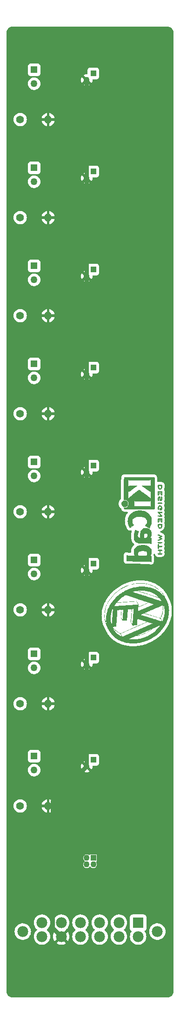
<source format=gbl>
%TF.GenerationSoftware,KiCad,Pcbnew,7.0.10*%
%TF.CreationDate,2024-11-26T20:56:08-08:00*%
%TF.ProjectId,Connector_Board,436f6e6e-6563-4746-9f72-5f426f617264,rev?*%
%TF.SameCoordinates,Original*%
%TF.FileFunction,Copper,L2,Bot*%
%TF.FilePolarity,Positive*%
%FSLAX46Y46*%
G04 Gerber Fmt 4.6, Leading zero omitted, Abs format (unit mm)*
G04 Created by KiCad (PCBNEW 7.0.10) date 2024-11-26 20:56:08*
%MOMM*%
%LPD*%
G01*
G04 APERTURE LIST*
%TA.AperFunction,EtchedComponent*%
%ADD10C,0.010000*%
%TD*%
%TA.AperFunction,ComponentPad*%
%ADD11R,1.100000X1.100000*%
%TD*%
%TA.AperFunction,ComponentPad*%
%ADD12C,1.100000*%
%TD*%
%TA.AperFunction,ComponentPad*%
%ADD13C,1.400000*%
%TD*%
%TA.AperFunction,ComponentPad*%
%ADD14O,1.400000X1.400000*%
%TD*%
%TA.AperFunction,ComponentPad*%
%ADD15R,1.981200X1.981200*%
%TD*%
%TA.AperFunction,ComponentPad*%
%ADD16C,1.981200*%
%TD*%
%TA.AperFunction,ComponentPad*%
%ADD17R,1.270000X1.270000*%
%TD*%
%TA.AperFunction,ComponentPad*%
%ADD18C,1.270000*%
%TD*%
%TA.AperFunction,Conductor*%
%ADD19C,0.800000*%
%TD*%
%ADD20C,0.350000*%
G04 APERTURE END LIST*
%TA.AperFunction,EtchedComponent*%
%TO.C,G\u002A\u002A\u002A*%
G36*
X159341193Y-112892135D02*
G01*
X159403685Y-112893024D01*
X159458108Y-112894427D01*
X159502539Y-112896368D01*
X159691494Y-112909685D01*
X159918825Y-112932940D01*
X160139570Y-112963896D01*
X160355460Y-113002839D01*
X160568224Y-113050051D01*
X160779596Y-113105817D01*
X160812600Y-113115414D01*
X160884347Y-113137432D01*
X160961042Y-113162304D01*
X161040610Y-113189283D01*
X161120972Y-113217611D01*
X161200055Y-113246538D01*
X161275782Y-113275312D01*
X161346076Y-113303180D01*
X161408863Y-113329389D01*
X161462065Y-113353186D01*
X161468455Y-113356167D01*
X161488223Y-113365227D01*
X161502571Y-113371561D01*
X161508748Y-113373942D01*
X161509309Y-113374039D01*
X161518241Y-113377590D01*
X161535917Y-113385666D01*
X161560647Y-113397426D01*
X161590741Y-113412036D01*
X161624506Y-113428660D01*
X161660254Y-113446462D01*
X161696293Y-113464602D01*
X161730933Y-113482248D01*
X161762482Y-113498562D01*
X161789251Y-113512708D01*
X161970589Y-113614976D01*
X162163307Y-113735583D01*
X162347643Y-113864158D01*
X162524455Y-114001334D01*
X162694602Y-114147746D01*
X162858942Y-114304030D01*
X162925218Y-114371380D01*
X163029273Y-114482862D01*
X163125801Y-114594312D01*
X163217113Y-114708554D01*
X163305518Y-114828402D01*
X163393323Y-114956681D01*
X163411415Y-114984170D01*
X163435799Y-115021800D01*
X163458934Y-115058365D01*
X163481419Y-115094945D01*
X163503861Y-115132620D01*
X163526863Y-115172469D01*
X163544154Y-115203318D01*
X163551026Y-115215575D01*
X163576954Y-115263017D01*
X163605249Y-115315875D01*
X163636516Y-115375229D01*
X163671356Y-115442157D01*
X163710374Y-115517743D01*
X163754171Y-115603064D01*
X163774852Y-115643443D01*
X163811193Y-115714459D01*
X163842809Y-115776354D01*
X163870229Y-115830195D01*
X163893989Y-115877048D01*
X163914619Y-115917984D01*
X163932654Y-115954074D01*
X163948627Y-115986383D01*
X163963069Y-116015981D01*
X163976512Y-116043936D01*
X163989491Y-116071316D01*
X164002539Y-116099191D01*
X164016185Y-116128631D01*
X164024249Y-116146003D01*
X164034922Y-116168715D01*
X164043198Y-116186000D01*
X164047759Y-116195081D01*
X164052204Y-116204515D01*
X164060452Y-116223978D01*
X164071492Y-116251092D01*
X164084569Y-116283941D01*
X164098930Y-116320598D01*
X164113827Y-116359147D01*
X164128502Y-116397665D01*
X164142211Y-116434231D01*
X164154193Y-116466925D01*
X164185616Y-116557609D01*
X164244538Y-116751218D01*
X164294605Y-116950321D01*
X164335319Y-117152592D01*
X164366185Y-117355702D01*
X164386705Y-117557322D01*
X164387244Y-117564391D01*
X164389767Y-117597193D01*
X164392111Y-117627108D01*
X164394036Y-117651081D01*
X164395300Y-117666060D01*
X164395591Y-117672225D01*
X164395939Y-117690600D01*
X164396182Y-117718779D01*
X164396316Y-117755399D01*
X164396342Y-117799097D01*
X164396256Y-117848512D01*
X164396058Y-117902283D01*
X164395744Y-117959048D01*
X164395381Y-118007915D01*
X164394626Y-118076552D01*
X164393561Y-118136295D01*
X164392079Y-118189098D01*
X164390077Y-118236912D01*
X164387453Y-118281692D01*
X164384102Y-118325388D01*
X164379923Y-118369952D01*
X164374809Y-118417340D01*
X164368658Y-118469506D01*
X164338721Y-118678257D01*
X164293170Y-118917329D01*
X164235837Y-119155208D01*
X164166881Y-119391526D01*
X164086457Y-119625916D01*
X163994721Y-119858013D01*
X163891830Y-120087447D01*
X163777937Y-120313855D01*
X163653198Y-120536870D01*
X163517773Y-120756124D01*
X163371813Y-120971251D01*
X163215476Y-121181883D01*
X163193191Y-121210487D01*
X163112506Y-121311519D01*
X163032009Y-121408119D01*
X162949682Y-121502559D01*
X162863509Y-121597115D01*
X162771477Y-121694059D01*
X162671569Y-121795668D01*
X162642283Y-121824840D01*
X162447189Y-122010837D01*
X162246941Y-122187360D01*
X162040570Y-122355130D01*
X161827113Y-122514874D01*
X161605606Y-122667320D01*
X161375084Y-122813192D01*
X161134582Y-122953220D01*
X161115763Y-122963638D01*
X161074219Y-122986155D01*
X161026972Y-123011271D01*
X160976064Y-123037939D01*
X160923530Y-123065116D01*
X160871414Y-123091752D01*
X160821755Y-123116804D01*
X160776591Y-123139227D01*
X160737965Y-123157970D01*
X160707915Y-123171993D01*
X160679828Y-123184675D01*
X160649385Y-123198443D01*
X160623341Y-123210243D01*
X160397263Y-123308180D01*
X160127229Y-123413239D01*
X159854481Y-123506581D01*
X159579155Y-123588171D01*
X159301382Y-123657976D01*
X159021299Y-123715964D01*
X158739038Y-123762101D01*
X158454740Y-123796352D01*
X158168526Y-123818685D01*
X158156703Y-123819311D01*
X158110991Y-123821117D01*
X158056222Y-123822550D01*
X157994510Y-123823609D01*
X157927968Y-123824294D01*
X157858709Y-123824607D01*
X157788847Y-123824547D01*
X157720497Y-123824114D01*
X157655768Y-123823307D01*
X157596777Y-123822127D01*
X157545635Y-123820575D01*
X157504456Y-123818650D01*
X157302269Y-123803688D01*
X157061812Y-123777704D01*
X156828151Y-123743081D01*
X156600172Y-123699600D01*
X156376751Y-123647045D01*
X156156769Y-123585196D01*
X155939109Y-123513836D01*
X155936748Y-123513005D01*
X155892958Y-123497228D01*
X155843724Y-123478909D01*
X155791451Y-123458990D01*
X155738541Y-123438413D01*
X155687398Y-123418124D01*
X155640425Y-123399063D01*
X155600026Y-123382176D01*
X155568603Y-123368404D01*
X155565653Y-123367062D01*
X155541673Y-123356170D01*
X155513101Y-123343216D01*
X155485492Y-123330721D01*
X155479859Y-123328166D01*
X155360951Y-123271305D01*
X155237047Y-123206782D01*
X155110747Y-123136153D01*
X154984661Y-123060963D01*
X154906533Y-123011405D01*
X157140269Y-123011405D01*
X157146381Y-123016178D01*
X157162623Y-123020424D01*
X157189448Y-123024749D01*
X157227305Y-123029763D01*
X157276643Y-123036077D01*
X157358751Y-123046046D01*
X157604343Y-123067820D01*
X157851789Y-123077916D01*
X158100589Y-123076438D01*
X158350240Y-123063485D01*
X158600235Y-123039159D01*
X158850077Y-123003564D01*
X159099262Y-122956799D01*
X159347284Y-122898970D01*
X159593641Y-122830176D01*
X159837829Y-122750520D01*
X160079347Y-122660104D01*
X160317690Y-122559029D01*
X160552357Y-122447398D01*
X160782843Y-122325312D01*
X160967461Y-122218136D01*
X161191268Y-122076278D01*
X161407426Y-121925704D01*
X161615617Y-121766694D01*
X161815518Y-121599534D01*
X162006809Y-121424509D01*
X162189168Y-121241896D01*
X162362274Y-121051984D01*
X162525807Y-120855054D01*
X162679444Y-120651391D01*
X162698979Y-120624071D01*
X162716889Y-120598790D01*
X162731057Y-120578540D01*
X162740374Y-120564906D01*
X162743725Y-120559479D01*
X162743720Y-120559072D01*
X162743258Y-120558661D01*
X162741306Y-120559029D01*
X162736797Y-120560630D01*
X162728671Y-120563916D01*
X162715864Y-120569339D01*
X162697312Y-120577354D01*
X162671948Y-120588413D01*
X162638714Y-120602970D01*
X162596543Y-120621474D01*
X162544373Y-120644383D01*
X162533515Y-120649150D01*
X162475571Y-120674593D01*
X162427275Y-120695795D01*
X162387418Y-120713286D01*
X162354788Y-120727589D01*
X162328179Y-120739239D01*
X162306381Y-120748759D01*
X162288184Y-120756680D01*
X162272378Y-120763531D01*
X162257755Y-120769837D01*
X162243107Y-120776129D01*
X162227221Y-120782936D01*
X162211660Y-120789634D01*
X162182504Y-120802273D01*
X162146318Y-120818031D01*
X162105426Y-120835890D01*
X162062148Y-120854841D01*
X162018808Y-120873866D01*
X161987466Y-120887644D01*
X161932785Y-120911678D01*
X161887270Y-120931675D01*
X161849656Y-120948187D01*
X161818684Y-120961766D01*
X161793090Y-120972960D01*
X161771613Y-120982327D01*
X161752992Y-120990413D01*
X161735967Y-120997772D01*
X161719275Y-121004955D01*
X161701655Y-121012513D01*
X161689378Y-121017773D01*
X161632639Y-121042083D01*
X161585390Y-121062441D01*
X161546296Y-121079570D01*
X161514024Y-121094190D01*
X161487242Y-121107021D01*
X161464616Y-121118788D01*
X161444813Y-121130206D01*
X161426501Y-121142003D01*
X161408345Y-121154893D01*
X161389012Y-121169604D01*
X161367171Y-121186856D01*
X161341487Y-121207367D01*
X161292776Y-121245825D01*
X161078269Y-121405904D01*
X160857102Y-121556291D01*
X160629769Y-121696774D01*
X160396755Y-121827145D01*
X160158555Y-121947190D01*
X159915659Y-122056698D01*
X159668554Y-122155460D01*
X159417735Y-122243261D01*
X159163688Y-122319894D01*
X158906905Y-122385143D01*
X158647877Y-122438800D01*
X158387097Y-122480653D01*
X158375700Y-122482243D01*
X158357881Y-122484996D01*
X158341372Y-122488172D01*
X158324806Y-122492280D01*
X158306810Y-122497819D01*
X158286017Y-122505296D01*
X158261059Y-122515217D01*
X158230565Y-122528089D01*
X158193166Y-122544413D01*
X158147491Y-122564698D01*
X158092175Y-122589447D01*
X158084006Y-122593070D01*
X158064413Y-122601688D01*
X158036356Y-122613990D01*
X158001340Y-122629313D01*
X157960868Y-122647010D01*
X157916440Y-122666417D01*
X157869562Y-122686883D01*
X157821736Y-122707748D01*
X157774464Y-122728360D01*
X157729251Y-122748061D01*
X157687596Y-122766196D01*
X157651003Y-122782106D01*
X157620978Y-122795139D01*
X157601280Y-122803683D01*
X157564765Y-122819546D01*
X157520883Y-122838628D01*
X157471828Y-122859972D01*
X157419796Y-122882625D01*
X157366983Y-122905630D01*
X157315581Y-122928031D01*
X157267790Y-122948871D01*
X157225804Y-122967196D01*
X157208167Y-122974849D01*
X157178241Y-122987825D01*
X157156650Y-122997837D01*
X157143844Y-123005495D01*
X157140269Y-123011405D01*
X154906533Y-123011405D01*
X154861389Y-122982769D01*
X154743539Y-122903116D01*
X154633715Y-122823559D01*
X154496463Y-122716305D01*
X154324309Y-122569357D01*
X154162113Y-122415934D01*
X154009480Y-122255590D01*
X153866009Y-122087879D01*
X153731304Y-121912353D01*
X153604968Y-121728568D01*
X153486604Y-121536075D01*
X153470824Y-121508226D01*
X153448870Y-121468108D01*
X153422899Y-121419582D01*
X153393516Y-121363843D01*
X153361323Y-121302087D01*
X153326922Y-121235506D01*
X153290912Y-121165294D01*
X153253902Y-121092644D01*
X153216490Y-121018750D01*
X153206065Y-120998033D01*
X154162069Y-120998033D01*
X154164949Y-121006149D01*
X154172321Y-121021250D01*
X154183677Y-121042964D01*
X154221323Y-121111804D01*
X154313560Y-121264745D01*
X154416397Y-121415866D01*
X154528805Y-121563922D01*
X154649762Y-121707667D01*
X154778243Y-121845856D01*
X154913224Y-121977243D01*
X155053679Y-122100584D01*
X155094869Y-122134255D01*
X155182714Y-122202603D01*
X155275756Y-122270850D01*
X155371778Y-122337519D01*
X155468561Y-122401136D01*
X155563890Y-122460220D01*
X155655550Y-122513295D01*
X155741323Y-122558884D01*
X155756110Y-122566051D01*
X155769354Y-122571786D01*
X155774971Y-122573249D01*
X155772688Y-122567897D01*
X155765413Y-122552823D01*
X155753670Y-122529094D01*
X155737990Y-122497765D01*
X155718904Y-122459895D01*
X155696944Y-122416540D01*
X155672641Y-122368760D01*
X155646526Y-122317610D01*
X155516752Y-122063889D01*
X155499005Y-122055042D01*
X155594996Y-122055042D01*
X155597613Y-122062348D01*
X155604999Y-122079007D01*
X155616539Y-122103775D01*
X155631615Y-122135411D01*
X155649610Y-122172671D01*
X155669909Y-122214312D01*
X155691891Y-122259093D01*
X155714945Y-122305768D01*
X155738449Y-122353097D01*
X155761788Y-122399837D01*
X155784345Y-122444744D01*
X155805504Y-122486575D01*
X155824646Y-122524089D01*
X155841155Y-122556041D01*
X155854414Y-122581191D01*
X155863807Y-122598293D01*
X155868716Y-122606106D01*
X155873128Y-122605582D01*
X155887339Y-122600923D01*
X155909800Y-122592393D01*
X155938981Y-122580598D01*
X155973357Y-122566142D01*
X156011397Y-122549631D01*
X156033631Y-122539848D01*
X156076262Y-122521140D01*
X156117727Y-122503005D01*
X156155555Y-122486516D01*
X156187273Y-122472755D01*
X156210410Y-122462800D01*
X156223079Y-122457359D01*
X156249733Y-122445817D01*
X156284409Y-122430733D01*
X156325293Y-122412897D01*
X156370583Y-122393095D01*
X156395454Y-122382200D01*
X158571632Y-122382200D01*
X158572187Y-122383501D01*
X158578737Y-122383205D01*
X158592258Y-122381185D01*
X158613727Y-122377327D01*
X158644120Y-122371505D01*
X158684416Y-122363601D01*
X158735590Y-122353490D01*
X158880159Y-122322781D01*
X159102654Y-122267483D01*
X159326659Y-122202388D01*
X159549999Y-122128181D01*
X159770512Y-122045555D01*
X159986019Y-121955202D01*
X159992962Y-121952111D01*
X160036074Y-121932341D01*
X160086934Y-121908247D01*
X160143203Y-121880999D01*
X160202538Y-121851768D01*
X160262598Y-121821723D01*
X160321040Y-121792033D01*
X160375526Y-121763868D01*
X160423712Y-121738398D01*
X160463255Y-121716792D01*
X160512396Y-121688939D01*
X160615712Y-121628338D01*
X160720474Y-121564332D01*
X160824164Y-121498534D01*
X160924262Y-121432556D01*
X161018252Y-121368011D01*
X161103613Y-121306516D01*
X161126408Y-121289582D01*
X161151949Y-121270492D01*
X161172906Y-121254701D01*
X161187564Y-121243497D01*
X161194214Y-121238177D01*
X161195988Y-121236247D01*
X161195636Y-121235423D01*
X161192074Y-121236211D01*
X161184319Y-121239018D01*
X161171391Y-121244253D01*
X161152313Y-121252324D01*
X161126100Y-121263637D01*
X161091774Y-121278603D01*
X161048355Y-121297626D01*
X160994862Y-121321118D01*
X160984046Y-121325870D01*
X160922884Y-121352741D01*
X160871418Y-121375346D01*
X160828471Y-121394199D01*
X160792867Y-121409813D01*
X160763434Y-121422704D01*
X160738992Y-121433383D01*
X160718368Y-121442365D01*
X160700385Y-121450165D01*
X160683867Y-121457297D01*
X160667639Y-121464272D01*
X160650525Y-121471607D01*
X160634964Y-121478305D01*
X160605810Y-121490945D01*
X160569623Y-121506703D01*
X160528730Y-121524562D01*
X160485452Y-121543513D01*
X160442111Y-121562537D01*
X160408514Y-121577307D01*
X160354216Y-121601173D01*
X160309039Y-121621021D01*
X160271723Y-121637401D01*
X160241010Y-121650863D01*
X160215644Y-121661959D01*
X160194366Y-121671235D01*
X160175917Y-121679244D01*
X160159038Y-121686535D01*
X160142472Y-121693659D01*
X160124960Y-121701164D01*
X160109399Y-121707863D01*
X160080245Y-121720503D01*
X160044059Y-121736260D01*
X160003164Y-121754119D01*
X159959886Y-121773069D01*
X159916547Y-121792095D01*
X159882949Y-121806864D01*
X159828651Y-121830731D01*
X159783473Y-121850578D01*
X159746157Y-121866959D01*
X159715445Y-121880421D01*
X159690079Y-121891516D01*
X159668800Y-121900793D01*
X159650352Y-121908801D01*
X159633473Y-121916092D01*
X159616907Y-121923217D01*
X159599395Y-121930721D01*
X159583834Y-121937420D01*
X159554679Y-121950060D01*
X159518493Y-121965817D01*
X159477599Y-121983677D01*
X159434321Y-122002627D01*
X159390982Y-122021652D01*
X159357384Y-122036422D01*
X159303086Y-122060288D01*
X159257907Y-122080135D01*
X159220592Y-122096516D01*
X159189879Y-122109978D01*
X159164513Y-122121073D01*
X159143235Y-122130350D01*
X159124786Y-122138359D01*
X159107908Y-122145650D01*
X159091342Y-122152773D01*
X159073829Y-122160278D01*
X159058261Y-122166982D01*
X159029105Y-122179627D01*
X158992920Y-122195388D01*
X158952029Y-122213258D01*
X158908753Y-122232217D01*
X158865417Y-122251255D01*
X158831462Y-122266186D01*
X158789936Y-122284428D01*
X158751161Y-122301447D01*
X158717212Y-122316328D01*
X158690169Y-122328162D01*
X158672104Y-122336038D01*
X158671202Y-122336429D01*
X158644038Y-122348366D01*
X158616197Y-122360806D01*
X158593572Y-122371121D01*
X158584592Y-122375290D01*
X158576090Y-122379423D01*
X158571632Y-122382200D01*
X156395454Y-122382200D01*
X156418471Y-122372117D01*
X156467152Y-122350749D01*
X156499388Y-122336593D01*
X156548320Y-122315134D01*
X156595541Y-122294461D01*
X156639181Y-122275386D01*
X156677375Y-122258727D01*
X156708249Y-122245303D01*
X156729933Y-122235930D01*
X156743074Y-122230261D01*
X156771016Y-122218132D01*
X156806917Y-122202490D01*
X156848908Y-122184156D01*
X156895117Y-122163944D01*
X156943677Y-122142670D01*
X156992716Y-122121151D01*
X157024941Y-122107007D01*
X157073875Y-122085557D01*
X157121098Y-122064890D01*
X157164742Y-122045821D01*
X157202938Y-122029167D01*
X157233813Y-122015745D01*
X157255498Y-122006372D01*
X157268639Y-122000704D01*
X157296581Y-121988575D01*
X157332483Y-121972933D01*
X157374473Y-121954599D01*
X157420683Y-121934387D01*
X157469242Y-121913111D01*
X157518281Y-121891595D01*
X157550506Y-121877449D01*
X157599441Y-121856000D01*
X157646665Y-121835333D01*
X157690309Y-121816263D01*
X157728503Y-121799610D01*
X157759378Y-121786187D01*
X157781063Y-121776815D01*
X157794204Y-121771146D01*
X157822147Y-121759017D01*
X157858049Y-121743377D01*
X157900038Y-121725042D01*
X157946248Y-121704829D01*
X157994807Y-121683555D01*
X158043847Y-121662038D01*
X158076071Y-121647892D01*
X158125006Y-121626444D01*
X158172230Y-121605775D01*
X158215874Y-121586705D01*
X158254068Y-121570052D01*
X158284943Y-121556631D01*
X158306630Y-121547257D01*
X158319769Y-121541588D01*
X158347712Y-121529459D01*
X158383614Y-121513820D01*
X158425603Y-121495484D01*
X158471814Y-121475272D01*
X158520369Y-121453998D01*
X158569408Y-121432479D01*
X158601634Y-121418336D01*
X158650567Y-121396886D01*
X158697792Y-121376218D01*
X158741435Y-121357149D01*
X158779630Y-121340495D01*
X158810504Y-121327074D01*
X158832191Y-121317701D01*
X158845330Y-121312032D01*
X158873273Y-121299903D01*
X158909174Y-121284262D01*
X158951165Y-121265927D01*
X158997373Y-121245715D01*
X159045934Y-121224441D01*
X159094973Y-121202922D01*
X159127198Y-121188778D01*
X159176131Y-121167328D01*
X159223355Y-121146660D01*
X159267000Y-121127589D01*
X159305195Y-121110932D01*
X159336069Y-121097509D01*
X159357755Y-121088133D01*
X159373885Y-121081172D01*
X159404558Y-121067858D01*
X159442157Y-121051479D01*
X159484247Y-121033095D01*
X159528409Y-121013764D01*
X159572211Y-120994544D01*
X159624874Y-120971407D01*
X159675937Y-120948980D01*
X159718245Y-120930405D01*
X159753030Y-120915145D01*
X159781524Y-120902665D01*
X159804960Y-120892423D01*
X159824567Y-120883880D01*
X159841580Y-120876502D01*
X159857229Y-120869746D01*
X159872745Y-120863079D01*
X159889362Y-120855959D01*
X159904923Y-120849261D01*
X159934077Y-120836621D01*
X159970264Y-120820864D01*
X160011158Y-120803004D01*
X160054435Y-120784054D01*
X160097777Y-120765027D01*
X160131373Y-120750259D01*
X160185671Y-120726393D01*
X160230850Y-120706545D01*
X160268164Y-120690165D01*
X160298877Y-120676704D01*
X160324242Y-120665608D01*
X160345522Y-120656332D01*
X160363970Y-120648321D01*
X160380849Y-120641031D01*
X160397416Y-120633908D01*
X160414927Y-120626402D01*
X160430488Y-120619703D01*
X160459643Y-120607064D01*
X160495828Y-120591306D01*
X160536723Y-120573447D01*
X160580002Y-120554497D01*
X160623341Y-120535469D01*
X160656938Y-120520702D01*
X160711236Y-120496836D01*
X160756415Y-120476987D01*
X160793729Y-120460608D01*
X160824442Y-120447145D01*
X160849808Y-120436050D01*
X160871088Y-120426775D01*
X160889535Y-120418765D01*
X160906414Y-120411474D01*
X160922981Y-120404351D01*
X160940492Y-120396845D01*
X160954587Y-120390782D01*
X160983372Y-120378311D01*
X161019264Y-120362695D01*
X161059892Y-120344964D01*
X161102889Y-120326151D01*
X161145886Y-120307291D01*
X161178815Y-120292818D01*
X161195636Y-120285414D01*
X161218263Y-120275456D01*
X161254229Y-120259606D01*
X161284815Y-120246101D01*
X161308129Y-120235780D01*
X161322275Y-120229475D01*
X161353683Y-120215349D01*
X160923570Y-120080789D01*
X160855104Y-120059372D01*
X160788008Y-120038387D01*
X160724795Y-120018623D01*
X160666422Y-120000375D01*
X160613842Y-119983943D01*
X160568013Y-119969627D01*
X160529891Y-119957723D01*
X160500432Y-119948532D01*
X160480591Y-119942353D01*
X160471325Y-119939482D01*
X160467072Y-119938258D01*
X160462389Y-119937407D01*
X160456839Y-119937355D01*
X160449642Y-119938409D01*
X160440011Y-119940886D01*
X160427163Y-119945098D01*
X160410313Y-119951357D01*
X160388678Y-119959978D01*
X160361473Y-119971272D01*
X160327915Y-119985555D01*
X160287218Y-120003135D01*
X160238598Y-120024329D01*
X160181274Y-120049452D01*
X160114456Y-120078811D01*
X160037366Y-120112724D01*
X160009426Y-120124994D01*
X159968938Y-120142725D01*
X159922466Y-120163038D01*
X159872756Y-120184734D01*
X159822547Y-120206618D01*
X159774584Y-120227490D01*
X159733541Y-120245349D01*
X159683481Y-120267163D01*
X159633535Y-120288961D01*
X159586443Y-120309542D01*
X159544951Y-120327711D01*
X159511800Y-120342268D01*
X159483862Y-120354541D01*
X159443374Y-120372275D01*
X159396903Y-120392591D01*
X159347191Y-120414290D01*
X159296983Y-120436175D01*
X159249017Y-120457047D01*
X159207976Y-120474907D01*
X159157915Y-120496720D01*
X159107970Y-120518518D01*
X159060878Y-120539099D01*
X159019387Y-120557269D01*
X158986235Y-120571826D01*
X158958298Y-120584098D01*
X158917809Y-120601833D01*
X158871338Y-120622147D01*
X158821625Y-120643846D01*
X158771418Y-120665732D01*
X158723453Y-120686604D01*
X158682411Y-120704463D01*
X158632350Y-120726278D01*
X158582405Y-120748075D01*
X158535314Y-120768657D01*
X158493825Y-120786826D01*
X158460674Y-120801383D01*
X158432735Y-120813654D01*
X158392248Y-120831390D01*
X158345776Y-120851704D01*
X158296064Y-120873404D01*
X158245856Y-120895290D01*
X158197892Y-120916161D01*
X158156848Y-120934020D01*
X158106790Y-120955833D01*
X158056842Y-120977629D01*
X158009753Y-120998208D01*
X157968260Y-121016374D01*
X157935109Y-121030927D01*
X157913502Y-121040426D01*
X157871008Y-121059077D01*
X157822363Y-121080398D01*
X157769008Y-121103761D01*
X157712369Y-121128540D01*
X157653887Y-121154110D01*
X157594994Y-121179841D01*
X157537123Y-121205108D01*
X157481712Y-121229287D01*
X157430195Y-121251749D01*
X157384004Y-121271867D01*
X157344576Y-121289016D01*
X157313344Y-121302569D01*
X157291745Y-121311900D01*
X157278604Y-121317572D01*
X157250663Y-121329704D01*
X157214762Y-121345345D01*
X157172770Y-121363684D01*
X157126561Y-121383899D01*
X157078002Y-121405174D01*
X157028962Y-121426694D01*
X156996737Y-121440837D01*
X156947803Y-121462287D01*
X156900579Y-121482954D01*
X156856936Y-121502024D01*
X156818741Y-121518677D01*
X156787865Y-121532099D01*
X156766180Y-121541472D01*
X156753039Y-121547141D01*
X156725097Y-121559270D01*
X156689196Y-121574911D01*
X156647205Y-121593245D01*
X156600996Y-121613458D01*
X156552436Y-121634732D01*
X156503397Y-121656250D01*
X156471172Y-121670395D01*
X156422238Y-121691844D01*
X156375014Y-121712511D01*
X156331370Y-121731581D01*
X156293176Y-121748234D01*
X156262300Y-121761656D01*
X156240615Y-121771030D01*
X156227484Y-121776693D01*
X156199544Y-121788816D01*
X156163642Y-121804448D01*
X156121650Y-121822771D01*
X156075438Y-121842973D01*
X156026874Y-121864232D01*
X155977831Y-121885734D01*
X155949844Y-121898007D01*
X155898615Y-121920439D01*
X155847766Y-121942663D01*
X155799432Y-121963748D01*
X155755749Y-121982763D01*
X155718855Y-121998778D01*
X155690886Y-122010859D01*
X155670231Y-122019816D01*
X155641711Y-122032438D01*
X155618346Y-122043091D01*
X155602129Y-122050862D01*
X155595047Y-122054835D01*
X155594996Y-122055042D01*
X155499005Y-122055042D01*
X155462223Y-122036706D01*
X155356231Y-121981652D01*
X155182857Y-121882085D01*
X155012003Y-121772190D01*
X154845326Y-121653059D01*
X154684490Y-121525780D01*
X154647267Y-121493696D01*
X154603728Y-121454291D01*
X154555880Y-121409504D01*
X154505398Y-121361004D01*
X154453960Y-121310451D01*
X154403243Y-121259516D01*
X154354923Y-121209862D01*
X154310675Y-121163156D01*
X154272178Y-121121064D01*
X154241107Y-121085251D01*
X154232846Y-121075354D01*
X154205638Y-121042921D01*
X154185465Y-121019348D01*
X154171818Y-121004259D01*
X154164190Y-120997278D01*
X154162069Y-120998033D01*
X153206065Y-120998033D01*
X153195235Y-120976513D01*
X154147414Y-120976513D01*
X154150435Y-120979532D01*
X154153456Y-120976513D01*
X154150435Y-120973492D01*
X154147414Y-120976513D01*
X153195235Y-120976513D01*
X153179279Y-120944805D01*
X153142873Y-120872006D01*
X153125789Y-120837615D01*
X154127690Y-120837615D01*
X154150435Y-120866530D01*
X154164190Y-120884015D01*
X154194201Y-120922168D01*
X154266909Y-121012162D01*
X154380075Y-121142453D01*
X154496508Y-121264421D01*
X154618412Y-121380228D01*
X154747986Y-121492032D01*
X154887434Y-121601994D01*
X154912344Y-121620565D01*
X154968986Y-121661308D01*
X155031306Y-121704496D01*
X155096289Y-121748121D01*
X155160923Y-121790172D01*
X155222191Y-121828644D01*
X155277078Y-121861527D01*
X155278711Y-121862474D01*
X155313822Y-121882496D01*
X155351283Y-121903301D01*
X155389483Y-121924050D01*
X155426811Y-121943905D01*
X155461657Y-121962030D01*
X155492412Y-121977585D01*
X155517466Y-121989734D01*
X155535210Y-121997638D01*
X155544031Y-122000459D01*
X155544267Y-122000450D01*
X155549574Y-121999119D01*
X155560153Y-121995329D01*
X155576643Y-121988807D01*
X155599686Y-121979277D01*
X155629917Y-121966469D01*
X155667984Y-121950107D01*
X155714522Y-121929920D01*
X155770174Y-121905632D01*
X155835580Y-121876972D01*
X155911380Y-121843666D01*
X155938735Y-121831658D01*
X155977702Y-121814599D01*
X156022766Y-121794909D01*
X156071285Y-121773740D01*
X156120619Y-121752242D01*
X156168123Y-121731572D01*
X156209163Y-121713716D01*
X156259223Y-121691902D01*
X156309171Y-121670105D01*
X156356262Y-121649523D01*
X156397754Y-121631356D01*
X156430906Y-121616797D01*
X156458844Y-121604527D01*
X156499332Y-121586791D01*
X156545804Y-121566475D01*
X156595514Y-121544777D01*
X156645723Y-121522892D01*
X156693688Y-121502019D01*
X156734730Y-121484161D01*
X156784790Y-121462346D01*
X156834736Y-121440548D01*
X156881827Y-121419966D01*
X156923319Y-121401798D01*
X156956470Y-121387240D01*
X156984409Y-121374969D01*
X157024897Y-121357235D01*
X157071369Y-121336918D01*
X157121080Y-121315218D01*
X157171289Y-121293334D01*
X157219254Y-121272461D01*
X157260296Y-121254604D01*
X157310355Y-121232789D01*
X157360302Y-121210990D01*
X157407392Y-121190409D01*
X157448885Y-121172241D01*
X157482035Y-121157684D01*
X157509975Y-121145411D01*
X157550462Y-121127678D01*
X157596935Y-121107360D01*
X157646645Y-121085661D01*
X157696854Y-121063777D01*
X157744819Y-121042904D01*
X157785861Y-121025046D01*
X157835920Y-121003232D01*
X157885866Y-120981433D01*
X157932957Y-120960852D01*
X157974450Y-120942684D01*
X158007600Y-120928126D01*
X158035540Y-120915854D01*
X158076029Y-120898120D01*
X158122500Y-120877804D01*
X158172211Y-120856105D01*
X158222420Y-120834220D01*
X158270384Y-120813348D01*
X158311426Y-120795489D01*
X158361485Y-120773675D01*
X158411432Y-120751877D01*
X158458522Y-120731294D01*
X158500015Y-120713126D01*
X158533161Y-120698569D01*
X158561101Y-120686298D01*
X158601590Y-120668562D01*
X158648060Y-120648247D01*
X158697772Y-120626548D01*
X158747982Y-120604662D01*
X158795945Y-120583790D01*
X158836987Y-120565932D01*
X158887047Y-120544117D01*
X158936993Y-120522319D01*
X158984083Y-120501737D01*
X159025575Y-120483570D01*
X159058726Y-120469012D01*
X159086666Y-120456740D01*
X159127154Y-120439006D01*
X159173625Y-120418688D01*
X159223337Y-120396990D01*
X159273547Y-120375106D01*
X159321509Y-120354233D01*
X159362553Y-120336375D01*
X159412613Y-120314561D01*
X159462559Y-120292766D01*
X159509651Y-120272187D01*
X159551141Y-120254021D01*
X159584292Y-120239468D01*
X159584378Y-120239431D01*
X159623276Y-120222342D01*
X159670031Y-120201840D01*
X159723063Y-120178619D01*
X159780799Y-120153362D01*
X159841660Y-120126760D01*
X159904066Y-120099502D01*
X159966446Y-120072274D01*
X160027220Y-120045765D01*
X160084812Y-120020663D01*
X160137645Y-119997657D01*
X160184142Y-119977435D01*
X160222727Y-119960685D01*
X160251820Y-119948096D01*
X160272670Y-119939046D01*
X160300979Y-119926560D01*
X160324048Y-119916151D01*
X160339919Y-119908706D01*
X160346636Y-119905109D01*
X160346634Y-119905055D01*
X160340482Y-119902528D01*
X160323485Y-119896627D01*
X160296273Y-119887550D01*
X160259481Y-119875502D01*
X160213744Y-119860685D01*
X160159691Y-119843298D01*
X160097957Y-119823548D01*
X160029176Y-119801634D01*
X159953978Y-119777757D01*
X159872999Y-119752121D01*
X159786871Y-119724930D01*
X159696226Y-119696383D01*
X159601698Y-119666683D01*
X159503920Y-119636030D01*
X159496865Y-119633822D01*
X159399103Y-119603208D01*
X159304510Y-119573582D01*
X159213731Y-119545148D01*
X159127410Y-119518103D01*
X159046188Y-119492655D01*
X158970708Y-119469000D01*
X158901611Y-119447342D01*
X158839547Y-119427882D01*
X158785152Y-119410822D01*
X158739073Y-119396362D01*
X158701952Y-119384708D01*
X158674431Y-119376056D01*
X158657156Y-119370612D01*
X158650765Y-119368575D01*
X158649315Y-119373102D01*
X158646952Y-119389450D01*
X158643800Y-119417566D01*
X158639870Y-119457300D01*
X158635180Y-119508501D01*
X158629739Y-119571017D01*
X158623563Y-119644699D01*
X158616664Y-119729397D01*
X158609057Y-119824960D01*
X158600756Y-119931234D01*
X158599268Y-119950400D01*
X158592956Y-120031307D01*
X158586863Y-120108676D01*
X158581057Y-120181659D01*
X158575610Y-120249402D01*
X158570594Y-120311056D01*
X158566075Y-120365770D01*
X158562125Y-120412690D01*
X158558816Y-120450970D01*
X158556215Y-120479754D01*
X158554393Y-120498193D01*
X158553422Y-120505437D01*
X158549084Y-120512043D01*
X158537753Y-120521195D01*
X158536511Y-120521590D01*
X158524979Y-120523354D01*
X158502768Y-120525801D01*
X158470912Y-120528845D01*
X158430464Y-120532399D01*
X158382465Y-120536374D01*
X158327964Y-120540686D01*
X158268006Y-120545244D01*
X158203636Y-120549962D01*
X158135902Y-120554753D01*
X158096327Y-120557502D01*
X158023742Y-120562517D01*
X157961887Y-120566737D01*
X157909873Y-120570197D01*
X157866809Y-120572931D01*
X157831808Y-120574977D01*
X157803981Y-120576366D01*
X157782440Y-120577138D01*
X157766295Y-120577326D01*
X157754655Y-120576965D01*
X157746634Y-120576093D01*
X157741343Y-120574745D01*
X157737893Y-120572953D01*
X157735392Y-120570758D01*
X157732545Y-120566330D01*
X157724481Y-120551943D01*
X157712038Y-120528885D01*
X157695828Y-120498343D01*
X157676463Y-120461502D01*
X157654551Y-120419552D01*
X157630708Y-120373678D01*
X157605543Y-120325070D01*
X157579668Y-120274915D01*
X157553692Y-120224398D01*
X157528228Y-120174706D01*
X157503887Y-120127030D01*
X157481280Y-120082553D01*
X157461020Y-120042466D01*
X157443717Y-120007954D01*
X157429981Y-119980202D01*
X157420425Y-119960402D01*
X157415659Y-119949741D01*
X157415523Y-119949033D01*
X157415505Y-119938507D01*
X157416065Y-119925383D01*
X157477120Y-119925383D01*
X157601838Y-120171552D01*
X157623645Y-120214498D01*
X157647880Y-120261999D01*
X157670011Y-120305125D01*
X157689481Y-120342808D01*
X157705734Y-120373977D01*
X157718216Y-120397566D01*
X157726372Y-120412503D01*
X157729648Y-120417719D01*
X157730101Y-120414520D01*
X157731486Y-120400094D01*
X157733716Y-120374537D01*
X157736752Y-120338377D01*
X157740546Y-120292141D01*
X157745065Y-120236358D01*
X157750259Y-120171558D01*
X157756092Y-120098270D01*
X157762520Y-120017020D01*
X157769501Y-119928336D01*
X157776995Y-119832750D01*
X157784958Y-119730786D01*
X157793351Y-119622974D01*
X157802130Y-119509845D01*
X157811257Y-119391923D01*
X157820685Y-119269741D01*
X157830375Y-119143824D01*
X157840286Y-119014702D01*
X157847378Y-118922248D01*
X157857146Y-118795072D01*
X157866662Y-118671375D01*
X157870110Y-118626629D01*
X159229771Y-118626629D01*
X160456839Y-119011142D01*
X161162793Y-119232359D01*
X161203951Y-119245256D01*
X161351742Y-119291557D01*
X161496447Y-119336877D01*
X161637637Y-119381084D01*
X161774896Y-119424047D01*
X161907799Y-119465632D01*
X162035924Y-119505708D01*
X162158850Y-119544146D01*
X162276155Y-119580811D01*
X162387416Y-119615573D01*
X162492212Y-119648299D01*
X162590122Y-119678860D01*
X162680722Y-119707119D01*
X162743258Y-119726614D01*
X162763591Y-119732950D01*
X162838308Y-119756219D01*
X162904450Y-119776795D01*
X162961595Y-119794543D01*
X163009321Y-119809337D01*
X163047206Y-119821041D01*
X163074829Y-119829524D01*
X163091768Y-119834655D01*
X163097600Y-119836303D01*
X163097607Y-119836193D01*
X163094719Y-119829469D01*
X163086914Y-119813143D01*
X163074710Y-119788254D01*
X163058627Y-119755842D01*
X163039180Y-119716948D01*
X163016888Y-119672614D01*
X162992267Y-119623876D01*
X162965841Y-119571778D01*
X162832294Y-119309037D01*
X162755149Y-119284864D01*
X162895969Y-119284864D01*
X162898763Y-119291459D01*
X162906453Y-119307553D01*
X162918361Y-119331720D01*
X162933843Y-119362698D01*
X162952256Y-119399237D01*
X162972953Y-119440075D01*
X162995290Y-119483957D01*
X163018626Y-119529624D01*
X163042310Y-119575821D01*
X163065702Y-119621291D01*
X163088157Y-119664777D01*
X163109029Y-119705020D01*
X163127674Y-119740765D01*
X163143450Y-119770756D01*
X163155709Y-119793734D01*
X163163806Y-119808443D01*
X163167101Y-119813625D01*
X163167630Y-119813285D01*
X163172345Y-119805402D01*
X163180681Y-119788275D01*
X163191963Y-119763490D01*
X163205513Y-119732633D01*
X163220658Y-119697296D01*
X163236724Y-119659066D01*
X163253031Y-119619529D01*
X163268908Y-119580277D01*
X163283677Y-119542896D01*
X163296664Y-119508974D01*
X163357127Y-119337847D01*
X163423948Y-119118151D01*
X163478734Y-118898112D01*
X163521508Y-118677611D01*
X163552301Y-118456529D01*
X163571135Y-118234751D01*
X163571349Y-118230955D01*
X163573180Y-118188983D01*
X163574593Y-118139032D01*
X163575572Y-118083968D01*
X163576101Y-118026656D01*
X163576163Y-117969956D01*
X163575743Y-117916736D01*
X163574823Y-117869859D01*
X163573390Y-117832186D01*
X163560806Y-117661237D01*
X163539137Y-117480407D01*
X163508650Y-117301803D01*
X163468857Y-117122572D01*
X163419265Y-116939863D01*
X163388612Y-116835889D01*
X163366707Y-116845423D01*
X163365461Y-116845965D01*
X163343764Y-116855226D01*
X163322149Y-116864229D01*
X163314634Y-116867167D01*
X163308438Y-116870166D01*
X163304129Y-116874478D01*
X163301602Y-116881633D01*
X163300754Y-116893163D01*
X163301485Y-116910598D01*
X163303690Y-116935469D01*
X163307267Y-116969304D01*
X163312112Y-117013635D01*
X163314904Y-117042264D01*
X163319182Y-117099618D01*
X163322761Y-117165136D01*
X163325591Y-117236345D01*
X163327626Y-117310780D01*
X163328819Y-117385968D01*
X163329121Y-117459446D01*
X163328486Y-117528742D01*
X163326867Y-117591388D01*
X163324216Y-117644916D01*
X163318220Y-117724852D01*
X163294116Y-117945450D01*
X163258985Y-118163517D01*
X163212668Y-118379684D01*
X163154995Y-118594599D01*
X163085804Y-118808890D01*
X163004929Y-119023202D01*
X162912206Y-119238164D01*
X162911582Y-119239531D01*
X162903051Y-119259820D01*
X162897451Y-119276066D01*
X162895969Y-119284864D01*
X162755149Y-119284864D01*
X161331426Y-118838745D01*
X159830558Y-118368453D01*
X159702895Y-118423298D01*
X159665629Y-118439308D01*
X159617464Y-118460005D01*
X159564037Y-118482963D01*
X159508380Y-118506881D01*
X159453523Y-118530457D01*
X159402501Y-118552386D01*
X159229771Y-118626629D01*
X157870110Y-118626629D01*
X157875885Y-118551688D01*
X157884774Y-118436550D01*
X157893286Y-118326500D01*
X157893319Y-118326076D01*
X159933824Y-118326076D01*
X159936657Y-118327290D01*
X159950089Y-118331932D01*
X159974027Y-118339851D01*
X160007875Y-118350862D01*
X160051040Y-118364776D01*
X160102931Y-118381413D01*
X160162955Y-118400582D01*
X160230519Y-118422098D01*
X160305029Y-118445773D01*
X160385893Y-118471423D01*
X160472519Y-118498860D01*
X160564313Y-118527900D01*
X160660681Y-118558352D01*
X160761033Y-118590034D01*
X160864773Y-118622759D01*
X160971310Y-118656338D01*
X161080053Y-118690587D01*
X161190403Y-118725321D01*
X161301775Y-118760350D01*
X161413569Y-118795490D01*
X161525199Y-118830554D01*
X161636065Y-118865355D01*
X161745580Y-118899709D01*
X161853149Y-118933427D01*
X161958177Y-118966324D01*
X162060073Y-118998215D01*
X162158245Y-119028912D01*
X162252100Y-119058228D01*
X162341044Y-119085977D01*
X162424485Y-119111974D01*
X162501828Y-119136031D01*
X162572485Y-119157962D01*
X162635858Y-119177582D01*
X162691355Y-119194705D01*
X162738386Y-119209141D01*
X162776356Y-119220708D01*
X162804672Y-119229218D01*
X162822742Y-119234483D01*
X162829973Y-119236319D01*
X162834921Y-119233997D01*
X162842781Y-119224455D01*
X162853127Y-119206919D01*
X162866288Y-119180713D01*
X162882604Y-119145172D01*
X162902404Y-119099625D01*
X162926022Y-119043400D01*
X162948495Y-118988286D01*
X163029929Y-118769429D01*
X163099337Y-118549486D01*
X163156730Y-118328420D01*
X163202116Y-118106180D01*
X163235508Y-117882729D01*
X163256914Y-117658028D01*
X163258068Y-117636795D01*
X163259363Y-117600194D01*
X163260418Y-117555474D01*
X163261225Y-117504867D01*
X163261774Y-117450610D01*
X163262054Y-117394945D01*
X163262056Y-117340102D01*
X163261768Y-117288322D01*
X163261181Y-117241840D01*
X163260286Y-117202894D01*
X163259071Y-117173720D01*
X163258287Y-117161992D01*
X163256245Y-117136180D01*
X163253459Y-117104047D01*
X163250181Y-117068216D01*
X163246665Y-117031309D01*
X163243160Y-116995950D01*
X163239918Y-116964760D01*
X163237192Y-116940363D01*
X163235231Y-116925381D01*
X163231772Y-116903580D01*
X163073831Y-116971557D01*
X163054383Y-116979929D01*
X163015648Y-116996608D01*
X162968024Y-117017117D01*
X162912861Y-117040874D01*
X162851509Y-117067300D01*
X162785312Y-117095815D01*
X162715621Y-117125837D01*
X162643785Y-117156785D01*
X162571149Y-117188079D01*
X162499066Y-117219139D01*
X162463974Y-117234257D01*
X162388640Y-117266711D01*
X162311945Y-117299746D01*
X162235447Y-117332693D01*
X162160704Y-117364878D01*
X162089270Y-117395634D01*
X162022704Y-117424289D01*
X161962563Y-117450171D01*
X161910404Y-117472615D01*
X161867783Y-117490947D01*
X161848688Y-117499156D01*
X161801312Y-117519537D01*
X161745142Y-117543709D01*
X161681734Y-117571001D01*
X161612647Y-117600745D01*
X161539436Y-117632268D01*
X161463660Y-117664902D01*
X161386872Y-117697975D01*
X161310634Y-117730815D01*
X161236501Y-117762757D01*
X161136231Y-117805961D01*
X161020749Y-117855716D01*
X160914667Y-117901417D01*
X160817050Y-117943468D01*
X160726957Y-117982272D01*
X160643451Y-118018233D01*
X160565593Y-118051755D01*
X160492443Y-118083244D01*
X160423064Y-118113103D01*
X160356518Y-118141735D01*
X160291866Y-118169544D01*
X160228169Y-118196937D01*
X160164488Y-118224314D01*
X160144525Y-118232908D01*
X160096637Y-118253602D01*
X160052686Y-118272715D01*
X160013869Y-118289718D01*
X159981377Y-118304083D01*
X159956409Y-118315281D01*
X159940160Y-118322790D01*
X159933824Y-118326076D01*
X157893319Y-118326076D01*
X157901378Y-118222066D01*
X157909012Y-118123787D01*
X157916142Y-118032199D01*
X157922729Y-117947839D01*
X157923153Y-117942426D01*
X158757518Y-117942426D01*
X158757918Y-117943524D01*
X158761437Y-117945454D01*
X158769363Y-117944568D01*
X158783015Y-117940425D01*
X158803703Y-117932580D01*
X158832746Y-117920589D01*
X158871457Y-117904009D01*
X158892741Y-117894811D01*
X158931791Y-117877958D01*
X158978151Y-117857971D01*
X159029570Y-117835819D01*
X159083791Y-117812473D01*
X159138562Y-117788904D01*
X159191630Y-117766083D01*
X159210909Y-117757792D01*
X159257346Y-117737817D01*
X159312584Y-117714047D01*
X159375091Y-117687139D01*
X159443332Y-117657759D01*
X159515772Y-117626563D01*
X159590880Y-117594214D01*
X159667121Y-117561370D01*
X159742963Y-117528695D01*
X159816870Y-117496844D01*
X159830558Y-117490945D01*
X159851974Y-117481716D01*
X159927308Y-117449255D01*
X160004002Y-117416213D01*
X160080498Y-117383261D01*
X160155240Y-117351071D01*
X160226670Y-117320313D01*
X160293234Y-117291654D01*
X160353375Y-117265768D01*
X160405532Y-117243325D01*
X160448152Y-117224994D01*
X160494382Y-117205113D01*
X160548723Y-117181731D01*
X160608900Y-117155831D01*
X160673915Y-117127842D01*
X160742768Y-117098196D01*
X160814470Y-117067315D01*
X160888021Y-117035636D01*
X160962425Y-117003582D01*
X161036688Y-116971586D01*
X161109812Y-116940076D01*
X161180802Y-116909481D01*
X161248662Y-116880231D01*
X161312397Y-116852754D01*
X161371009Y-116827477D01*
X161423503Y-116804835D01*
X161468885Y-116785253D01*
X161506156Y-116769161D01*
X161534323Y-116756987D01*
X161552389Y-116749164D01*
X161574416Y-116739500D01*
X161595879Y-116729857D01*
X161610941Y-116722822D01*
X161617252Y-116719470D01*
X161616972Y-116719232D01*
X161608917Y-116716098D01*
X161590441Y-116709659D01*
X161562413Y-116700199D01*
X161525698Y-116688001D01*
X161481163Y-116673348D01*
X161429671Y-116656526D01*
X161372092Y-116637820D01*
X161309290Y-116617512D01*
X161242132Y-116595887D01*
X161171482Y-116573231D01*
X160723018Y-116429688D01*
X160369619Y-116581953D01*
X160326447Y-116600556D01*
X160254547Y-116631532D01*
X160180734Y-116663328D01*
X160106869Y-116695146D01*
X160034806Y-116726183D01*
X159966407Y-116755642D01*
X159903530Y-116782721D01*
X159848030Y-116806617D01*
X159801769Y-116826534D01*
X159767830Y-116841144D01*
X159704096Y-116868588D01*
X159634420Y-116898596D01*
X159562026Y-116929780D01*
X159490138Y-116960750D01*
X159421980Y-116990120D01*
X159360776Y-117016498D01*
X159314687Y-117036356D01*
X159253464Y-117062705D01*
X159190336Y-117089848D01*
X159127901Y-117116673D01*
X159068757Y-117142056D01*
X159015506Y-117164884D01*
X158970746Y-117184043D01*
X158807255Y-117253936D01*
X158781296Y-117593222D01*
X158777954Y-117637204D01*
X158773424Y-117697975D01*
X158769305Y-117754517D01*
X158765674Y-117805713D01*
X158762608Y-117850445D01*
X158760185Y-117887600D01*
X158758477Y-117916060D01*
X158757562Y-117934707D01*
X158757518Y-117942426D01*
X157923153Y-117942426D01*
X157928730Y-117871238D01*
X157934104Y-117802937D01*
X157938808Y-117743468D01*
X157942803Y-117693369D01*
X157946042Y-117653173D01*
X157948489Y-117623417D01*
X157950099Y-117604639D01*
X157950832Y-117597370D01*
X157951809Y-117588108D01*
X157947217Y-117584946D01*
X157933898Y-117586458D01*
X157932951Y-117586608D01*
X157919455Y-117588092D01*
X157896395Y-117590067D01*
X157865974Y-117592361D01*
X157830404Y-117594811D01*
X157791887Y-117597246D01*
X157784423Y-117597705D01*
X157747581Y-117600186D01*
X157715067Y-117602725D01*
X157688813Y-117605148D01*
X157670754Y-117607279D01*
X157662825Y-117608942D01*
X157662643Y-117609213D01*
X157661108Y-117617353D01*
X157658777Y-117636745D01*
X157655636Y-117667446D01*
X157651686Y-117709519D01*
X157646922Y-117763028D01*
X157641335Y-117828033D01*
X157634923Y-117904595D01*
X157627680Y-117992777D01*
X157619601Y-118092639D01*
X157610679Y-118204244D01*
X157600911Y-118327652D01*
X157590294Y-118462924D01*
X157578817Y-118610126D01*
X157566481Y-118769319D01*
X157477120Y-119925383D01*
X157416065Y-119925383D01*
X157416461Y-119916115D01*
X157418376Y-119881998D01*
X157421245Y-119836300D01*
X157425054Y-119779163D01*
X157429793Y-119710729D01*
X157435452Y-119631143D01*
X157442023Y-119540546D01*
X157449494Y-119439083D01*
X157457854Y-119326894D01*
X157467096Y-119204124D01*
X157477205Y-119070916D01*
X157488174Y-118927409D01*
X157499991Y-118773753D01*
X157501257Y-118757356D01*
X157510272Y-118640393D01*
X157519018Y-118526764D01*
X157527457Y-118417047D01*
X157535540Y-118311829D01*
X157543222Y-118211684D01*
X157550460Y-118117193D01*
X157557210Y-118028943D01*
X157563428Y-117947508D01*
X157569070Y-117873475D01*
X157574090Y-117807420D01*
X157578444Y-117749928D01*
X157582090Y-117701576D01*
X157584981Y-117662948D01*
X157587074Y-117634621D01*
X157588323Y-117617181D01*
X157588686Y-117611204D01*
X157588278Y-117611213D01*
X157579525Y-117611751D01*
X157560361Y-117613026D01*
X157532104Y-117614949D01*
X157496064Y-117617425D01*
X157453558Y-117620363D01*
X157405898Y-117623670D01*
X157354398Y-117627256D01*
X157300373Y-117631029D01*
X157245136Y-117634894D01*
X157190001Y-117638761D01*
X157136283Y-117642540D01*
X157085295Y-117646138D01*
X157038351Y-117649459D01*
X156996764Y-117652418D01*
X156961851Y-117654918D01*
X156934922Y-117656868D01*
X156917294Y-117658180D01*
X156893221Y-117660018D01*
X156817177Y-118647715D01*
X156815812Y-118665427D01*
X156806504Y-118785742D01*
X156797571Y-118900276D01*
X156789051Y-119008548D01*
X156780988Y-119110076D01*
X156773419Y-119204374D01*
X156766387Y-119290964D01*
X156759928Y-119369364D01*
X156754085Y-119439090D01*
X156748899Y-119499660D01*
X156744407Y-119550592D01*
X156740650Y-119591403D01*
X156737668Y-119621612D01*
X156735503Y-119640738D01*
X156734191Y-119648297D01*
X156727859Y-119656866D01*
X156716509Y-119665326D01*
X156715393Y-119665647D01*
X156703704Y-119667389D01*
X156681636Y-119669710D01*
X156650436Y-119672523D01*
X156611348Y-119675749D01*
X156565620Y-119679307D01*
X156514496Y-119683111D01*
X156459224Y-119687081D01*
X156401048Y-119691133D01*
X156341215Y-119695186D01*
X156280971Y-119699156D01*
X156221562Y-119702963D01*
X156164232Y-119706523D01*
X156110229Y-119709754D01*
X156060798Y-119712573D01*
X156017186Y-119714898D01*
X155980639Y-119716647D01*
X155952401Y-119717737D01*
X155933720Y-119718086D01*
X155925840Y-119717612D01*
X155924913Y-119716924D01*
X155918172Y-119707780D01*
X155906908Y-119689232D01*
X155891721Y-119662454D01*
X155873201Y-119628616D01*
X155851946Y-119588889D01*
X155828549Y-119544444D01*
X155803603Y-119496454D01*
X155777704Y-119446089D01*
X155751444Y-119394523D01*
X155725421Y-119342924D01*
X155700227Y-119292465D01*
X155676457Y-119244317D01*
X155654706Y-119199652D01*
X155635566Y-119159642D01*
X155619634Y-119125455D01*
X155607503Y-119098267D01*
X155599770Y-119079245D01*
X155598170Y-119073605D01*
X155661949Y-119073605D01*
X155788175Y-119320874D01*
X155811532Y-119366371D01*
X155835705Y-119412889D01*
X155857698Y-119454622D01*
X155876971Y-119490566D01*
X155892981Y-119519725D01*
X155905184Y-119541096D01*
X155913037Y-119553679D01*
X155915997Y-119556472D01*
X155916052Y-119555961D01*
X155916869Y-119546366D01*
X155918550Y-119525530D01*
X155921038Y-119494123D01*
X155924286Y-119452810D01*
X155928237Y-119402270D01*
X155932843Y-119343167D01*
X155938051Y-119276173D01*
X155943810Y-119201960D01*
X155950064Y-119121194D01*
X155956765Y-119034550D01*
X155963859Y-118942697D01*
X155971293Y-118846303D01*
X155979018Y-118746041D01*
X155986979Y-118642579D01*
X155988579Y-118621768D01*
X155996483Y-118518878D01*
X156004119Y-118419315D01*
X156011437Y-118323751D01*
X156018386Y-118232850D01*
X156024916Y-118147287D01*
X156030972Y-118067732D01*
X156036508Y-117994857D01*
X156041470Y-117929332D01*
X156045810Y-117871828D01*
X156049473Y-117823015D01*
X156052412Y-117783566D01*
X156054574Y-117754152D01*
X156055909Y-117735441D01*
X156056364Y-117728104D01*
X156055705Y-117722154D01*
X156051591Y-117718446D01*
X156041179Y-117717779D01*
X156021628Y-117719442D01*
X156009279Y-117720579D01*
X155984411Y-117722575D01*
X155952399Y-117724943D01*
X155916046Y-117727476D01*
X155878155Y-117729969D01*
X155845960Y-117732184D01*
X155814790Y-117734676D01*
X155789727Y-117737062D01*
X155772757Y-117739149D01*
X155765864Y-117740747D01*
X155765753Y-117741077D01*
X155764668Y-117749753D01*
X155762758Y-117769552D01*
X155760089Y-117799701D01*
X155756723Y-117839426D01*
X155752719Y-117887953D01*
X155748145Y-117944509D01*
X155743057Y-118008319D01*
X155737521Y-118078610D01*
X155731597Y-118154607D01*
X155725350Y-118235538D01*
X155718840Y-118320627D01*
X155712129Y-118409096D01*
X155661949Y-119073605D01*
X155598170Y-119073605D01*
X155597024Y-119069566D01*
X155597024Y-119069463D01*
X155597479Y-119060407D01*
X155598801Y-119040140D01*
X155600929Y-119009474D01*
X155603808Y-118969213D01*
X155607372Y-118920167D01*
X155611564Y-118863145D01*
X155616326Y-118798952D01*
X155621597Y-118728400D01*
X155627316Y-118652293D01*
X155633426Y-118571442D01*
X155639865Y-118486656D01*
X155646574Y-118398740D01*
X155647059Y-118392408D01*
X155653705Y-118305131D01*
X155660035Y-118221313D01*
X155665994Y-118141743D01*
X155671526Y-118067197D01*
X155676571Y-117998455D01*
X155681076Y-117936299D01*
X155684986Y-117881509D01*
X155688243Y-117834864D01*
X155690790Y-117797144D01*
X155692573Y-117769131D01*
X155693534Y-117751602D01*
X155693619Y-117745339D01*
X155692146Y-117745248D01*
X155680771Y-117745637D01*
X155659257Y-117746753D01*
X155628912Y-117748507D01*
X155591040Y-117750812D01*
X155546945Y-117753578D01*
X155497933Y-117756722D01*
X155445312Y-117760151D01*
X155390383Y-117763783D01*
X155334455Y-117767527D01*
X155278830Y-117771294D01*
X155224817Y-117774998D01*
X155173720Y-117778554D01*
X155126843Y-117781870D01*
X155085492Y-117784860D01*
X155050974Y-117787438D01*
X155024590Y-117789514D01*
X155007652Y-117791001D01*
X155001459Y-117791811D01*
X155001435Y-117791973D01*
X155000754Y-117799840D01*
X154999197Y-117819159D01*
X154996806Y-117849408D01*
X154993620Y-117890076D01*
X154989677Y-117940643D01*
X154985019Y-118000593D01*
X154979685Y-118069412D01*
X154973715Y-118146581D01*
X154967148Y-118231582D01*
X154960026Y-118323901D01*
X154952388Y-118423019D01*
X154944271Y-118528423D01*
X154935720Y-118639596D01*
X154926771Y-118756020D01*
X154917466Y-118877177D01*
X154907845Y-119002553D01*
X154897945Y-119131632D01*
X154887809Y-119263895D01*
X154886525Y-119280666D01*
X154876371Y-119412886D01*
X154866424Y-119542014D01*
X154856720Y-119667525D01*
X154847304Y-119788891D01*
X154838215Y-119905587D01*
X154829498Y-120017083D01*
X154821193Y-120122855D01*
X154813341Y-120222374D01*
X154805985Y-120315115D01*
X154799169Y-120400551D01*
X154792931Y-120478153D01*
X154787317Y-120547396D01*
X154782366Y-120607751D01*
X154778121Y-120658697D01*
X154774622Y-120699700D01*
X154771913Y-120730238D01*
X154770033Y-120749782D01*
X154769030Y-120757805D01*
X154761521Y-120775359D01*
X154749677Y-120786158D01*
X154741473Y-120787588D01*
X154722353Y-120789693D01*
X154693630Y-120792343D01*
X154656546Y-120795438D01*
X154612342Y-120798879D01*
X154562267Y-120802566D01*
X154507560Y-120806398D01*
X154449462Y-120810278D01*
X154393388Y-120813992D01*
X154338209Y-120817771D01*
X154287490Y-120821370D01*
X154242496Y-120824691D01*
X154204494Y-120827641D01*
X154174750Y-120830120D01*
X154154531Y-120832039D01*
X154145104Y-120833295D01*
X154127690Y-120837615D01*
X153125789Y-120837615D01*
X153107870Y-120801544D01*
X153074878Y-120734614D01*
X153044496Y-120672407D01*
X153033825Y-120650300D01*
X153102326Y-120650300D01*
X153105346Y-120653320D01*
X153108366Y-120650300D01*
X153105346Y-120647280D01*
X153102326Y-120650300D01*
X153033825Y-120650300D01*
X153017328Y-120616121D01*
X152993975Y-120566946D01*
X152975040Y-120526078D01*
X152961125Y-120494711D01*
X152956889Y-120484764D01*
X152888084Y-120312494D01*
X152826908Y-120138386D01*
X152774257Y-119965150D01*
X152731025Y-119795502D01*
X152722761Y-119759365D01*
X152713171Y-119717107D01*
X152705509Y-119682629D01*
X152699313Y-119653599D01*
X152694121Y-119627683D01*
X152689472Y-119602553D01*
X152684905Y-119575876D01*
X152679955Y-119545321D01*
X152674161Y-119508554D01*
X152671802Y-119493435D01*
X152660128Y-119416030D01*
X152650426Y-119346043D01*
X152642497Y-119281037D01*
X152636143Y-119218575D01*
X152631160Y-119156221D01*
X152627353Y-119091539D01*
X152624521Y-119022091D01*
X152622462Y-118945440D01*
X152620980Y-118859150D01*
X152620268Y-118790907D01*
X152620260Y-118777149D01*
X152688453Y-118777149D01*
X152688491Y-118843657D01*
X152688892Y-118908838D01*
X152689659Y-118970902D01*
X152690788Y-119028054D01*
X152692281Y-119078505D01*
X152694139Y-119120464D01*
X152696362Y-119152138D01*
X152701173Y-119201660D01*
X152726548Y-119409809D01*
X152759689Y-119610146D01*
X152800976Y-119804146D01*
X152850789Y-119993278D01*
X152909508Y-120179021D01*
X152977510Y-120362842D01*
X153055179Y-120546221D01*
X153067034Y-120572319D01*
X153079722Y-120599617D01*
X153090015Y-120621057D01*
X153097081Y-120634911D01*
X153100087Y-120639448D01*
X153100176Y-120639163D01*
X153098963Y-120631232D01*
X153095104Y-120614277D01*
X153089140Y-120590552D01*
X153081609Y-120562298D01*
X153062547Y-120490029D01*
X153012765Y-120270033D01*
X152974646Y-120047742D01*
X152948115Y-119823498D01*
X152933097Y-119597645D01*
X152929571Y-119374070D01*
X153755897Y-119374070D01*
X153756307Y-119405149D01*
X153757086Y-119439084D01*
X153764046Y-119588267D01*
X153783440Y-119790163D01*
X153814382Y-119990329D01*
X153857031Y-120189742D01*
X153911545Y-120389374D01*
X153922991Y-120426948D01*
X153934380Y-120463446D01*
X153942917Y-120489523D01*
X153948832Y-120505846D01*
X153952356Y-120513086D01*
X153953720Y-120511912D01*
X153953762Y-120511358D01*
X153954493Y-120501819D01*
X153956101Y-120480886D01*
X153958547Y-120449073D01*
X153961791Y-120406896D01*
X153965792Y-120354872D01*
X153970513Y-120293513D01*
X153975912Y-120223337D01*
X153981952Y-120144856D01*
X153988590Y-120058590D01*
X153995789Y-119965051D01*
X154003508Y-119864754D01*
X154011709Y-119758216D01*
X154020348Y-119645950D01*
X154029392Y-119528476D01*
X154038796Y-119406305D01*
X154048522Y-119279953D01*
X154058530Y-119149936D01*
X154068781Y-119016768D01*
X154071093Y-118986757D01*
X154081333Y-118853770D01*
X154091346Y-118723826D01*
X154101086Y-118597456D01*
X154110517Y-118475190D01*
X154119594Y-118357561D01*
X154128278Y-118245090D01*
X154136526Y-118138312D01*
X154144301Y-118037756D01*
X154151558Y-117943951D01*
X154158259Y-117857424D01*
X154164360Y-117778710D01*
X154169822Y-117708336D01*
X154174605Y-117646828D01*
X154178665Y-117594722D01*
X154181964Y-117552543D01*
X154184458Y-117520823D01*
X154186110Y-117500087D01*
X154186875Y-117490870D01*
X154190290Y-117454626D01*
X154147188Y-117548260D01*
X154122589Y-117602832D01*
X154048610Y-117781900D01*
X153981328Y-117968254D01*
X153921576Y-118159292D01*
X153870186Y-118352414D01*
X153827992Y-118545018D01*
X153826366Y-118553382D01*
X153821080Y-118581036D01*
X153816463Y-118606430D01*
X153812368Y-118630866D01*
X153808654Y-118655643D01*
X153805177Y-118682064D01*
X153801794Y-118711427D01*
X153798361Y-118745036D01*
X153794738Y-118784187D01*
X153790776Y-118830185D01*
X153786338Y-118884330D01*
X153781275Y-118947919D01*
X153775448Y-119022256D01*
X153774622Y-119032867D01*
X153769473Y-119099723D01*
X153765270Y-119156404D01*
X153761941Y-119204541D01*
X153759415Y-119245761D01*
X153757618Y-119281697D01*
X153756481Y-119313974D01*
X153755931Y-119344222D01*
X153755897Y-119374070D01*
X152929571Y-119374070D01*
X152929515Y-119370522D01*
X152937291Y-119142474D01*
X152956352Y-118913843D01*
X152986620Y-118684973D01*
X153028021Y-118456204D01*
X153080478Y-118227882D01*
X153105346Y-118138691D01*
X153143916Y-118000342D01*
X153218257Y-117773933D01*
X153303429Y-117548996D01*
X153399352Y-117325872D01*
X153505953Y-117104905D01*
X153525243Y-117068947D01*
X154397045Y-117068947D01*
X154397083Y-117068954D01*
X154403972Y-117068612D01*
X154422460Y-117067464D01*
X154452123Y-117065538D01*
X154492534Y-117062862D01*
X154543267Y-117059466D01*
X154603898Y-117055382D01*
X154674003Y-117050635D01*
X154753153Y-117045254D01*
X154840926Y-117039271D01*
X154936897Y-117032713D01*
X155040638Y-117025611D01*
X155151728Y-117017992D01*
X155269739Y-117009889D01*
X155394245Y-117001326D01*
X155524823Y-116992335D01*
X155661045Y-116982943D01*
X155802489Y-116973183D01*
X155948728Y-116963081D01*
X156041179Y-116956688D01*
X156099339Y-116952668D01*
X156253891Y-116941971D01*
X156411967Y-116931021D01*
X156573134Y-116919846D01*
X156583698Y-116919113D01*
X156744709Y-116907940D01*
X156902609Y-116896977D01*
X157056974Y-116886253D01*
X157207377Y-116875797D01*
X157353394Y-116865639D01*
X157494595Y-116855809D01*
X157588686Y-116849255D01*
X157630560Y-116846338D01*
X157760859Y-116837255D01*
X157885066Y-116828589D01*
X157947217Y-116824250D01*
X158002758Y-116820371D01*
X158113506Y-116812629D01*
X158216886Y-116805395D01*
X158312473Y-116798697D01*
X158399839Y-116792566D01*
X158478558Y-116787031D01*
X158548201Y-116782122D01*
X158608351Y-116777870D01*
X158658576Y-116774302D01*
X158698453Y-116771449D01*
X158727554Y-116769344D01*
X158745453Y-116768012D01*
X158751727Y-116767486D01*
X158751715Y-116767095D01*
X158748434Y-116759196D01*
X158740439Y-116742084D01*
X158728353Y-116716997D01*
X158712795Y-116685177D01*
X158694390Y-116647860D01*
X158673761Y-116606290D01*
X158651529Y-116561700D01*
X158628316Y-116515331D01*
X158604746Y-116468426D01*
X158581440Y-116422218D01*
X158559020Y-116377951D01*
X158538112Y-116336862D01*
X158519333Y-116300191D01*
X158503312Y-116269177D01*
X158490663Y-116245056D01*
X158482014Y-116229072D01*
X158477986Y-116222461D01*
X158475082Y-116222348D01*
X158461046Y-116222875D01*
X158435895Y-116224204D01*
X158400197Y-116226298D01*
X158354516Y-116229115D01*
X158299415Y-116232616D01*
X158235463Y-116236763D01*
X158163221Y-116241514D01*
X158083253Y-116246832D01*
X157996126Y-116252674D01*
X157902404Y-116259004D01*
X157802654Y-116265778D01*
X157697436Y-116272961D01*
X157587319Y-116280511D01*
X157472866Y-116288387D01*
X157354641Y-116296550D01*
X157233212Y-116304964D01*
X157109138Y-116313583D01*
X156982989Y-116322374D01*
X156855327Y-116331292D01*
X156726718Y-116340299D01*
X156597727Y-116349357D01*
X156468918Y-116358424D01*
X156340857Y-116367462D01*
X156214107Y-116376430D01*
X156089230Y-116385289D01*
X155966798Y-116394000D01*
X155847371Y-116402522D01*
X155731514Y-116410817D01*
X155619793Y-116418844D01*
X155512772Y-116426563D01*
X155411016Y-116433936D01*
X155315088Y-116440921D01*
X155225556Y-116447480D01*
X155142984Y-116453573D01*
X155067934Y-116459161D01*
X155000974Y-116464204D01*
X154942667Y-116468660D01*
X154893579Y-116472493D01*
X154854271Y-116475660D01*
X154825312Y-116478124D01*
X154807265Y-116479844D01*
X154800696Y-116480781D01*
X154795545Y-116486166D01*
X154783373Y-116500928D01*
X154766084Y-116523051D01*
X154744737Y-116551108D01*
X154720385Y-116583663D01*
X154694085Y-116619290D01*
X154666893Y-116656552D01*
X154639862Y-116694020D01*
X154614050Y-116730261D01*
X154590509Y-116763846D01*
X154570296Y-116793341D01*
X154569599Y-116794377D01*
X154548222Y-116826419D01*
X154525357Y-116861268D01*
X154501908Y-116897486D01*
X154478770Y-116933644D01*
X154456848Y-116968304D01*
X154437046Y-117000032D01*
X154420263Y-117027395D01*
X154407401Y-117048958D01*
X154399360Y-117063287D01*
X154397045Y-117068947D01*
X153525243Y-117068947D01*
X153623154Y-116886437D01*
X153750879Y-116670810D01*
X153889054Y-116458367D01*
X153934220Y-116394846D01*
X154873185Y-116394846D01*
X154874892Y-116398006D01*
X154879932Y-116399294D01*
X154880025Y-116399301D01*
X154887903Y-116398989D01*
X154907337Y-116397871D01*
X154937848Y-116395978D01*
X154978969Y-116393343D01*
X155030227Y-116389997D01*
X155091148Y-116385972D01*
X155161262Y-116381303D01*
X155240095Y-116376017D01*
X155327178Y-116370150D01*
X155422036Y-116363731D01*
X155524197Y-116356795D01*
X155633190Y-116349372D01*
X155748542Y-116341494D01*
X155869782Y-116333195D01*
X155996436Y-116324505D01*
X156128034Y-116315455D01*
X156264102Y-116306080D01*
X156404169Y-116296410D01*
X156547762Y-116286477D01*
X156694410Y-116276314D01*
X156711143Y-116275155D01*
X156894808Y-116262440D01*
X157069615Y-116250379D01*
X157235369Y-116238987D01*
X157391889Y-116228275D01*
X157538983Y-116218257D01*
X157676465Y-116208942D01*
X157804145Y-116200346D01*
X157921840Y-116192479D01*
X158029359Y-116185355D01*
X158126516Y-116178985D01*
X158213123Y-116173382D01*
X158288992Y-116168558D01*
X158353935Y-116164528D01*
X158407765Y-116161300D01*
X158450296Y-116158888D01*
X158475082Y-116157626D01*
X158481338Y-116157306D01*
X158500703Y-116156564D01*
X158508206Y-116156677D01*
X158508522Y-116156803D01*
X158512850Y-116160328D01*
X158519054Y-116168262D01*
X158527515Y-116181319D01*
X158538626Y-116200210D01*
X158552776Y-116225651D01*
X158570353Y-116258350D01*
X158591747Y-116299021D01*
X158617346Y-116348375D01*
X158647541Y-116407127D01*
X158682721Y-116475988D01*
X158842861Y-116790117D01*
X158827965Y-116983430D01*
X158825860Y-117010917D01*
X158822486Y-117055746D01*
X158819550Y-117095729D01*
X158817154Y-117129426D01*
X158815399Y-117155394D01*
X158814386Y-117172198D01*
X158814219Y-117178396D01*
X158814794Y-117178400D01*
X158817486Y-117177583D01*
X158822843Y-117175581D01*
X158831394Y-117172172D01*
X158843662Y-117167128D01*
X158860178Y-117160227D01*
X158881465Y-117151240D01*
X158908052Y-117139945D01*
X158940466Y-117126115D01*
X158979233Y-117109525D01*
X159024877Y-117089950D01*
X159077930Y-117067166D01*
X159138916Y-117040944D01*
X159208360Y-117011065D01*
X159286792Y-116977298D01*
X159374736Y-116939420D01*
X159472722Y-116897207D01*
X159581272Y-116850430D01*
X159620484Y-116833535D01*
X159694834Y-116801497D01*
X159769900Y-116769155D01*
X159844208Y-116737142D01*
X159916280Y-116706095D01*
X159984637Y-116676652D01*
X160047807Y-116649447D01*
X160104309Y-116625116D01*
X160152670Y-116604294D01*
X160191410Y-116587617D01*
X160211187Y-116579108D01*
X160264249Y-116556274D01*
X160318613Y-116532880D01*
X160371799Y-116509991D01*
X160421332Y-116488677D01*
X160464725Y-116470003D01*
X160499501Y-116455039D01*
X160508732Y-116451059D01*
X160542607Y-116436323D01*
X160572242Y-116423232D01*
X160595917Y-116412555D01*
X160611915Y-116405067D01*
X160618518Y-116401541D01*
X160618451Y-116401463D01*
X160611512Y-116398838D01*
X160593525Y-116392683D01*
X160564891Y-116383127D01*
X160526016Y-116370301D01*
X160477302Y-116354335D01*
X160419154Y-116335359D01*
X160351971Y-116313503D01*
X160276161Y-116288898D01*
X160192124Y-116261673D01*
X160100264Y-116231961D01*
X160000985Y-116199888D01*
X159894692Y-116165589D01*
X159781785Y-116129191D01*
X159662669Y-116090824D01*
X159537748Y-116050619D01*
X159407422Y-116008707D01*
X159272098Y-115965217D01*
X159132179Y-115920282D01*
X158988065Y-115874027D01*
X158840162Y-115826586D01*
X158688874Y-115778089D01*
X158534603Y-115728666D01*
X156446454Y-115059897D01*
X156355616Y-115114981D01*
X156214202Y-115203528D01*
X156022596Y-115332385D01*
X155835917Y-115468156D01*
X155657660Y-115608367D01*
X155648793Y-115615649D01*
X155499394Y-115743452D01*
X155350247Y-115880464D01*
X155203881Y-116024202D01*
X155062827Y-116172188D01*
X154929615Y-116321942D01*
X154916485Y-116337289D01*
X154896460Y-116361030D01*
X154883129Y-116377666D01*
X154875651Y-116388502D01*
X154873185Y-116394846D01*
X153934220Y-116394846D01*
X154037602Y-116249450D01*
X154073772Y-116201222D01*
X154190290Y-116054190D01*
X154244074Y-115986321D01*
X154424589Y-115777714D01*
X154615119Y-115575595D01*
X154815465Y-115380159D01*
X155025426Y-115191605D01*
X155244809Y-115010124D01*
X155473411Y-114835915D01*
X155535379Y-114791444D01*
X155623987Y-114730186D01*
X155719259Y-114666590D01*
X155818761Y-114602204D01*
X155920061Y-114538574D01*
X156007943Y-114485034D01*
X157788649Y-114485034D01*
X157793559Y-114486948D01*
X157809609Y-114492439D01*
X157836469Y-114501387D01*
X157873777Y-114513674D01*
X157921178Y-114529183D01*
X157978313Y-114547803D01*
X158044825Y-114569416D01*
X158120355Y-114593907D01*
X158204545Y-114621161D01*
X158297038Y-114651061D01*
X158397476Y-114683493D01*
X158505501Y-114718343D01*
X158620750Y-114755493D01*
X158742874Y-114794830D01*
X158871512Y-114836237D01*
X159006304Y-114879599D01*
X159146893Y-114924800D01*
X159292923Y-114971726D01*
X159444032Y-115020260D01*
X159599866Y-115070289D01*
X159760064Y-115121696D01*
X159924270Y-115174365D01*
X160092128Y-115228181D01*
X160263273Y-115283031D01*
X160437355Y-115338796D01*
X160603041Y-115391859D01*
X160723018Y-115430277D01*
X160774398Y-115446729D01*
X160942501Y-115500553D01*
X161106992Y-115553214D01*
X161267514Y-115604597D01*
X161423706Y-115654587D01*
X161575211Y-115703070D01*
X161721667Y-115749932D01*
X161862717Y-115795057D01*
X161998003Y-115838330D01*
X162127166Y-115879637D01*
X162249846Y-115918864D01*
X162365685Y-115955898D01*
X162474323Y-115990620D01*
X162575404Y-116022916D01*
X162668567Y-116052673D01*
X162753454Y-116079775D01*
X162829704Y-116104110D01*
X162896961Y-116125561D01*
X162954865Y-116144013D01*
X163003057Y-116159354D01*
X163041180Y-116171466D01*
X163068871Y-116180234D01*
X163085776Y-116185547D01*
X163091534Y-116187287D01*
X163089863Y-116182679D01*
X163081618Y-116168149D01*
X163066652Y-116143884D01*
X163045039Y-116110004D01*
X163016851Y-116066620D01*
X162982164Y-116013851D01*
X162929363Y-115935756D01*
X162867897Y-115850070D01*
X162804510Y-115767644D01*
X162735923Y-115684088D01*
X162674254Y-115611065D01*
X160659586Y-114965736D01*
X160550901Y-114930923D01*
X160401082Y-114882937D01*
X160254405Y-114835959D01*
X160111289Y-114790123D01*
X159972152Y-114745566D01*
X159837411Y-114702419D01*
X159707485Y-114660815D01*
X159582794Y-114620889D01*
X159463751Y-114582776D01*
X159350780Y-114546610D01*
X159244295Y-114512521D01*
X159144716Y-114480646D01*
X159052462Y-114451120D01*
X158967949Y-114424075D01*
X158891599Y-114399645D01*
X158823824Y-114377964D01*
X158765049Y-114359166D01*
X158715688Y-114343384D01*
X158676161Y-114330754D01*
X158646883Y-114321407D01*
X158628275Y-114315478D01*
X158620756Y-114313104D01*
X158619878Y-114312843D01*
X158610646Y-114310771D01*
X158599706Y-114309876D01*
X158585362Y-114310326D01*
X158565917Y-114312286D01*
X158539676Y-114315926D01*
X158504946Y-114321409D01*
X158460024Y-114328905D01*
X158379425Y-114343072D01*
X158202807Y-114377985D01*
X158034785Y-114416665D01*
X157996414Y-114426316D01*
X157952977Y-114437543D01*
X157911381Y-114448586D01*
X157873273Y-114458989D01*
X157840300Y-114468291D01*
X157814106Y-114476038D01*
X157796340Y-114481772D01*
X157788649Y-114485034D01*
X156007943Y-114485034D01*
X156020726Y-114477246D01*
X156118320Y-114419765D01*
X156210410Y-114367680D01*
X156276997Y-114331540D01*
X156352327Y-114291851D01*
X156362154Y-114286808D01*
X158766070Y-114286808D01*
X158766097Y-114286840D01*
X158772582Y-114289165D01*
X158790115Y-114295023D01*
X158818271Y-114304274D01*
X158856626Y-114316786D01*
X158904757Y-114332418D01*
X158962239Y-114351036D01*
X159028649Y-114372503D01*
X159103564Y-114396682D01*
X159186559Y-114423439D01*
X159277211Y-114452637D01*
X159375096Y-114484137D01*
X159479790Y-114517804D01*
X159590870Y-114553503D01*
X159707912Y-114591097D01*
X159830490Y-114630448D01*
X159958183Y-114671422D01*
X160090566Y-114713881D01*
X160227216Y-114757688D01*
X160367710Y-114802708D01*
X160511621Y-114848805D01*
X160658529Y-114895843D01*
X160668797Y-114899129D01*
X160815695Y-114946156D01*
X160959655Y-114992245D01*
X161100254Y-115037259D01*
X161237055Y-115081062D01*
X161369635Y-115123515D01*
X161497564Y-115164483D01*
X161620414Y-115203828D01*
X161737757Y-115241410D01*
X161849164Y-115277095D01*
X161954204Y-115310745D01*
X162052452Y-115342222D01*
X162143479Y-115371390D01*
X162226854Y-115398108D01*
X162302152Y-115422243D01*
X162368941Y-115443657D01*
X162426793Y-115462213D01*
X162475283Y-115477770D01*
X162513979Y-115490192D01*
X162542455Y-115499347D01*
X162560280Y-115505092D01*
X162567026Y-115507291D01*
X162575803Y-115509909D01*
X162580617Y-115509960D01*
X162580540Y-115509791D01*
X162575339Y-115504094D01*
X162562928Y-115491506D01*
X162544625Y-115473337D01*
X162521749Y-115450901D01*
X162495619Y-115425505D01*
X162440793Y-115373459D01*
X162403164Y-115340283D01*
X163541134Y-115340283D01*
X163544154Y-115343303D01*
X163547176Y-115340283D01*
X163544154Y-115337263D01*
X163541134Y-115340283D01*
X162403164Y-115340283D01*
X162282928Y-115234275D01*
X162117166Y-115103417D01*
X161942781Y-114980333D01*
X161759045Y-114864471D01*
X161732924Y-114849228D01*
X161680184Y-114819810D01*
X161620223Y-114787722D01*
X161555536Y-114754213D01*
X161488621Y-114720532D01*
X161421970Y-114687928D01*
X161358084Y-114657648D01*
X161299457Y-114630945D01*
X161248585Y-114609065D01*
X161224861Y-114599346D01*
X161025667Y-114523579D01*
X160824069Y-114457370D01*
X160618961Y-114400465D01*
X160409240Y-114352607D01*
X160193802Y-114313544D01*
X159971543Y-114283017D01*
X159741357Y-114260772D01*
X159697584Y-114258106D01*
X159643742Y-114256003D01*
X159581839Y-114254457D01*
X159513874Y-114253458D01*
X159441852Y-114252996D01*
X159367774Y-114253064D01*
X159293642Y-114253654D01*
X159221460Y-114254755D01*
X159153230Y-114256357D01*
X159090955Y-114258454D01*
X159036636Y-114261036D01*
X158992277Y-114264094D01*
X158956688Y-114267136D01*
X158901823Y-114271904D01*
X158857635Y-114275872D01*
X158823242Y-114279129D01*
X158797769Y-114281763D01*
X158780335Y-114283863D01*
X158770061Y-114285516D01*
X158766070Y-114286808D01*
X156362154Y-114286808D01*
X156430582Y-114251691D01*
X156446454Y-114243745D01*
X156509101Y-114212388D01*
X156585222Y-114175277D01*
X156656285Y-114141687D01*
X156719630Y-114112947D01*
X156734556Y-114106347D01*
X156759908Y-114095100D01*
X156781282Y-114085577D01*
X156788813Y-114082210D01*
X156809691Y-114072888D01*
X156826590Y-114065356D01*
X156827851Y-114064798D01*
X156841677Y-114058870D01*
X156863505Y-114049669D01*
X156890602Y-114038344D01*
X156920223Y-114026046D01*
X157160944Y-113931513D01*
X157429861Y-113837571D01*
X157701029Y-113754920D01*
X157973750Y-113683753D01*
X158247335Y-113624266D01*
X158521079Y-113576656D01*
X158599706Y-113565707D01*
X158688195Y-113553384D01*
X158953029Y-113525305D01*
X159216183Y-113508166D01*
X159441852Y-113502752D01*
X159477299Y-113501903D01*
X159736019Y-113506453D01*
X159991980Y-113521753D01*
X160244824Y-113547737D01*
X160494193Y-113584342D01*
X160739725Y-113631506D01*
X160981062Y-113689164D01*
X161217844Y-113757251D01*
X161449711Y-113835704D01*
X161676308Y-113924458D01*
X161897270Y-114023452D01*
X162112238Y-114132620D01*
X162320857Y-114251897D01*
X162410969Y-114307716D01*
X162573904Y-114415844D01*
X162728389Y-114528473D01*
X162876713Y-114647397D01*
X163021170Y-114774408D01*
X163164049Y-114911299D01*
X163166364Y-114913607D01*
X163231772Y-114981027D01*
X163284503Y-115035377D01*
X163388612Y-115150560D01*
X163391201Y-115153425D01*
X163486496Y-115267791D01*
X163497478Y-115281532D01*
X163513441Y-115301317D01*
X163525978Y-115316628D01*
X163533055Y-115324964D01*
X163537081Y-115329159D01*
X163539663Y-115330834D01*
X163538839Y-115327349D01*
X163534078Y-115317640D01*
X163524853Y-115300654D01*
X163510631Y-115275330D01*
X163490888Y-115240606D01*
X163427519Y-115132901D01*
X163314173Y-114956089D01*
X163193737Y-114787631D01*
X163065007Y-114625971D01*
X162926786Y-114469554D01*
X162777872Y-114316829D01*
X162721136Y-114262000D01*
X162648455Y-114194251D01*
X162577380Y-114131212D01*
X162504852Y-114070268D01*
X162427821Y-114008795D01*
X162343226Y-113944175D01*
X162263514Y-113885719D01*
X162069597Y-113754132D01*
X161868576Y-113632222D01*
X161660648Y-113520067D01*
X161446012Y-113417746D01*
X161224863Y-113325339D01*
X160997398Y-113242924D01*
X160763813Y-113170580D01*
X160524303Y-113108387D01*
X160279069Y-113056420D01*
X160028304Y-113014764D01*
X159972191Y-113006935D01*
X159817256Y-112988050D01*
X159664397Y-112973662D01*
X159510902Y-112963618D01*
X159354056Y-112957763D01*
X159191148Y-112955948D01*
X159019460Y-112958018D01*
X158977242Y-112959120D01*
X158724260Y-112972129D01*
X158468233Y-112996025D01*
X158210459Y-113030561D01*
X157952258Y-113075483D01*
X157694935Y-113130545D01*
X157439808Y-113195495D01*
X157188181Y-113270080D01*
X156941367Y-113354058D01*
X156809058Y-113403587D01*
X156546308Y-113510960D01*
X156289081Y-113628200D01*
X156037714Y-113755032D01*
X155792548Y-113891186D01*
X155553920Y-114036388D01*
X155322172Y-114190365D01*
X155097641Y-114352844D01*
X154880668Y-114523554D01*
X154671592Y-114702221D01*
X154470752Y-114888571D01*
X154278486Y-115082336D01*
X154095135Y-115283240D01*
X153921041Y-115491011D01*
X153756539Y-115705373D01*
X153601969Y-115926060D01*
X153457673Y-116152794D01*
X153364271Y-116312661D01*
X153243136Y-116539436D01*
X153133648Y-116768930D01*
X153035848Y-117001034D01*
X152949769Y-117235639D01*
X152875450Y-117472634D01*
X152812924Y-117711909D01*
X152762231Y-117953357D01*
X152723404Y-118196864D01*
X152696482Y-118442321D01*
X152695832Y-118450567D01*
X152693698Y-118487412D01*
X152691924Y-118533679D01*
X152690513Y-118587580D01*
X152689465Y-118647320D01*
X152688777Y-118711106D01*
X152688453Y-118777149D01*
X152620260Y-118777149D01*
X152620220Y-118704684D01*
X152621380Y-118625951D01*
X152623870Y-118552060D01*
X152627817Y-118480371D01*
X152633345Y-118408231D01*
X152640580Y-118333004D01*
X152649647Y-118252034D01*
X152652840Y-118225677D01*
X152688256Y-117988563D01*
X152735547Y-117752063D01*
X152794532Y-117516580D01*
X152865024Y-117282523D01*
X152946839Y-117050298D01*
X153039795Y-116820307D01*
X153143705Y-116592960D01*
X153258387Y-116368658D01*
X153383656Y-116147809D01*
X153519327Y-115930820D01*
X153665217Y-115718094D01*
X153821142Y-115510037D01*
X153986916Y-115307057D01*
X154088687Y-115190712D01*
X154240023Y-115027715D01*
X154399139Y-114867133D01*
X154563587Y-114711334D01*
X154730920Y-114562689D01*
X154898693Y-114423571D01*
X155015605Y-114332107D01*
X155251836Y-114158712D01*
X155494024Y-113995830D01*
X155742151Y-113843467D01*
X155996197Y-113701635D01*
X156256149Y-113570342D01*
X156521986Y-113449599D01*
X156793692Y-113339415D01*
X157071248Y-113239798D01*
X157145868Y-113215157D01*
X157400645Y-113137953D01*
X157656178Y-113071350D01*
X157913892Y-113015062D01*
X158175216Y-112968795D01*
X158441575Y-112932260D01*
X158714391Y-112905168D01*
X158733303Y-112903767D01*
X158781788Y-112900988D01*
X158839530Y-112898530D01*
X158904602Y-112896415D01*
X158975080Y-112894663D01*
X159049040Y-112893302D01*
X159124557Y-112892344D01*
X159191148Y-112891877D01*
X159199703Y-112891816D01*
X159272556Y-112891739D01*
X159341193Y-112892135D01*
G37*
%TD.AperFunction*%
%TO.C,REF\u002A\u002A*%
D10*
X163050304Y-105462845D02*
X163067779Y-105494205D01*
X163068615Y-105530006D01*
X163048122Y-105561444D01*
X163043456Y-105565320D01*
X163033989Y-105570786D01*
X163020307Y-105574993D01*
X162999788Y-105578105D01*
X162969808Y-105580285D01*
X162927744Y-105581696D01*
X162870972Y-105582501D01*
X162796870Y-105582865D01*
X162702813Y-105582950D01*
X162381267Y-105582950D01*
X162359687Y-105556299D01*
X162344917Y-105532586D01*
X162338107Y-105509572D01*
X162343989Y-105488566D01*
X162359687Y-105462845D01*
X162381267Y-105436194D01*
X163028724Y-105436194D01*
X163050304Y-105462845D01*
%TA.AperFunction,EtchedComponent*%
G36*
X163050304Y-105462845D02*
G01*
X163067779Y-105494205D01*
X163068615Y-105530006D01*
X163048122Y-105561444D01*
X163043456Y-105565320D01*
X163033989Y-105570786D01*
X163020307Y-105574993D01*
X162999788Y-105578105D01*
X162969808Y-105580285D01*
X162927744Y-105581696D01*
X162870972Y-105582501D01*
X162796870Y-105582865D01*
X162702813Y-105582950D01*
X162381267Y-105582950D01*
X162359687Y-105556299D01*
X162344917Y-105532586D01*
X162338107Y-105509572D01*
X162343989Y-105488566D01*
X162359687Y-105462845D01*
X162381267Y-105436194D01*
X163028724Y-105436194D01*
X163050304Y-105462845D01*
G37*
%TD.AperFunction*%
X162790607Y-98296013D02*
X162864829Y-98296271D01*
X162921581Y-98296942D01*
X162963552Y-98298220D01*
X162993429Y-98300299D01*
X163013901Y-98303373D01*
X163027654Y-98307638D01*
X163037377Y-98313288D01*
X163045757Y-98320517D01*
X163067221Y-98351981D01*
X163068987Y-98387146D01*
X163049307Y-98420150D01*
X163043438Y-98425456D01*
X163034354Y-98430906D01*
X163021013Y-98435072D01*
X163000797Y-98438126D01*
X162971089Y-98440240D01*
X162929272Y-98441586D01*
X162872729Y-98442334D01*
X162798842Y-98442658D01*
X162704996Y-98442727D01*
X162629334Y-98442688D01*
X162551425Y-98442433D01*
X162491415Y-98441789D01*
X162446688Y-98440585D01*
X162414625Y-98438648D01*
X162392611Y-98435808D01*
X162378027Y-98431893D01*
X162368258Y-98426730D01*
X162360685Y-98420150D01*
X162341663Y-98390966D01*
X162342503Y-98357835D01*
X162365816Y-98323681D01*
X162393525Y-98295972D01*
X162706577Y-98295972D01*
X162790607Y-98296013D01*
%TA.AperFunction,EtchedComponent*%
G36*
X162790607Y-98296013D02*
G01*
X162864829Y-98296271D01*
X162921581Y-98296942D01*
X162963552Y-98298220D01*
X162993429Y-98300299D01*
X163013901Y-98303373D01*
X163027654Y-98307638D01*
X163037377Y-98313288D01*
X163045757Y-98320517D01*
X163067221Y-98351981D01*
X163068987Y-98387146D01*
X163049307Y-98420150D01*
X163043438Y-98425456D01*
X163034354Y-98430906D01*
X163021013Y-98435072D01*
X163000797Y-98438126D01*
X162971089Y-98440240D01*
X162929272Y-98441586D01*
X162872729Y-98442334D01*
X162798842Y-98442658D01*
X162704996Y-98442727D01*
X162629334Y-98442688D01*
X162551425Y-98442433D01*
X162491415Y-98441789D01*
X162446688Y-98440585D01*
X162414625Y-98438648D01*
X162392611Y-98435808D01*
X162378027Y-98431893D01*
X162368258Y-98426730D01*
X162360685Y-98420150D01*
X162341663Y-98390966D01*
X162342503Y-98357835D01*
X162365816Y-98323681D01*
X162393525Y-98295972D01*
X162706577Y-98295972D01*
X162790607Y-98296013D01*
G37*
%TD.AperFunction*%
X156348229Y-97907159D02*
X156398728Y-97909945D01*
X156438128Y-97916777D01*
X156475476Y-97929360D01*
X156519821Y-97949400D01*
X156531639Y-97955198D01*
X156639849Y-98023719D01*
X156728881Y-98109899D01*
X156796645Y-98211292D01*
X156841054Y-98325453D01*
X156853446Y-98384030D01*
X156859245Y-98502865D01*
X156840482Y-98617964D01*
X156799080Y-98725952D01*
X156736963Y-98823455D01*
X156656055Y-98907096D01*
X156558280Y-98973501D01*
X156445562Y-99019295D01*
X156353319Y-99036050D01*
X156251525Y-99037559D01*
X156152508Y-99023932D01*
X156066740Y-98995819D01*
X156005421Y-98963334D01*
X155908136Y-98891017D01*
X155831355Y-98805286D01*
X155775086Y-98709291D01*
X155739338Y-98606185D01*
X155724116Y-98499122D01*
X155729429Y-98391252D01*
X155755284Y-98285728D01*
X155801689Y-98185704D01*
X155868651Y-98094330D01*
X155956176Y-98014759D01*
X156064274Y-97950144D01*
X156102354Y-97932821D01*
X156140951Y-97918787D01*
X156179537Y-97910912D01*
X156227263Y-97907461D01*
X156293281Y-97906696D01*
X156348229Y-97907159D01*
%TA.AperFunction,EtchedComponent*%
G36*
X156348229Y-97907159D02*
G01*
X156398728Y-97909945D01*
X156438128Y-97916777D01*
X156475476Y-97929360D01*
X156519821Y-97949400D01*
X156531639Y-97955198D01*
X156639849Y-98023719D01*
X156728881Y-98109899D01*
X156796645Y-98211292D01*
X156841054Y-98325453D01*
X156853446Y-98384030D01*
X156859245Y-98502865D01*
X156840482Y-98617964D01*
X156799080Y-98725952D01*
X156736963Y-98823455D01*
X156656055Y-98907096D01*
X156558280Y-98973501D01*
X156445562Y-99019295D01*
X156353319Y-99036050D01*
X156251525Y-99037559D01*
X156152508Y-99023932D01*
X156066740Y-98995819D01*
X156005421Y-98963334D01*
X155908136Y-98891017D01*
X155831355Y-98805286D01*
X155775086Y-98709291D01*
X155739338Y-98606185D01*
X155724116Y-98499122D01*
X155729429Y-98391252D01*
X155755284Y-98285728D01*
X155801689Y-98185704D01*
X155868651Y-98094330D01*
X155956176Y-98014759D01*
X156064274Y-97950144D01*
X156102354Y-97932821D01*
X156140951Y-97918787D01*
X156179537Y-97910912D01*
X156227263Y-97907461D01*
X156293281Y-97906696D01*
X156348229Y-97907159D01*
G37*
%TD.AperFunction*%
X162464218Y-105833055D02*
X162465671Y-105834415D01*
X162474032Y-105845618D01*
X162479587Y-105862720D01*
X162482880Y-105889890D01*
X162484458Y-105931294D01*
X162484862Y-105991099D01*
X162484862Y-106130461D01*
X162748629Y-106130461D01*
X162824457Y-106130536D01*
X162891123Y-106130944D01*
X162940907Y-106131926D01*
X162976824Y-106133722D01*
X163001890Y-106136573D01*
X163019121Y-106140719D01*
X163031532Y-106146401D01*
X163042140Y-106153858D01*
X163044946Y-106156148D01*
X163067588Y-106187326D01*
X163069152Y-106221706D01*
X163049307Y-106254638D01*
X163041231Y-106261617D01*
X163030633Y-106267089D01*
X163014789Y-106271109D01*
X162990813Y-106273900D01*
X162955814Y-106275684D01*
X162906904Y-106276683D01*
X162841194Y-106277120D01*
X162755796Y-106277216D01*
X162484862Y-106277216D01*
X162484862Y-106423152D01*
X162484861Y-106434252D01*
X162484636Y-106490770D01*
X162483497Y-106529614D01*
X162480697Y-106555007D01*
X162475490Y-106571168D01*
X162467129Y-106582320D01*
X162454866Y-106592683D01*
X162424178Y-106608531D01*
X162390398Y-106605429D01*
X162357862Y-106579785D01*
X162354145Y-106574843D01*
X162349309Y-106564634D01*
X162345546Y-106549208D01*
X162342723Y-106526086D01*
X162340710Y-106492789D01*
X162339373Y-106446835D01*
X162338582Y-106385744D01*
X162338203Y-106307037D01*
X162338107Y-106208232D01*
X162338108Y-106188205D01*
X162338198Y-106094082D01*
X162338538Y-106019567D01*
X162339279Y-105962161D01*
X162340575Y-105919361D01*
X162342577Y-105888668D01*
X162345436Y-105867581D01*
X162349306Y-105853599D01*
X162354338Y-105844222D01*
X162360685Y-105836950D01*
X162393402Y-105818144D01*
X162430979Y-105816697D01*
X162464218Y-105833055D01*
%TA.AperFunction,EtchedComponent*%
G36*
X162464218Y-105833055D02*
G01*
X162465671Y-105834415D01*
X162474032Y-105845618D01*
X162479587Y-105862720D01*
X162482880Y-105889890D01*
X162484458Y-105931294D01*
X162484862Y-105991099D01*
X162484862Y-106130461D01*
X162748629Y-106130461D01*
X162824457Y-106130536D01*
X162891123Y-106130944D01*
X162940907Y-106131926D01*
X162976824Y-106133722D01*
X163001890Y-106136573D01*
X163019121Y-106140719D01*
X163031532Y-106146401D01*
X163042140Y-106153858D01*
X163044946Y-106156148D01*
X163067588Y-106187326D01*
X163069152Y-106221706D01*
X163049307Y-106254638D01*
X163041231Y-106261617D01*
X163030633Y-106267089D01*
X163014789Y-106271109D01*
X162990813Y-106273900D01*
X162955814Y-106275684D01*
X162906904Y-106276683D01*
X162841194Y-106277120D01*
X162755796Y-106277216D01*
X162484862Y-106277216D01*
X162484862Y-106423152D01*
X162484861Y-106434252D01*
X162484636Y-106490770D01*
X162483497Y-106529614D01*
X162480697Y-106555007D01*
X162475490Y-106571168D01*
X162467129Y-106582320D01*
X162454866Y-106592683D01*
X162424178Y-106608531D01*
X162390398Y-106605429D01*
X162357862Y-106579785D01*
X162354145Y-106574843D01*
X162349309Y-106564634D01*
X162345546Y-106549208D01*
X162342723Y-106526086D01*
X162340710Y-106492789D01*
X162339373Y-106446835D01*
X162338582Y-106385744D01*
X162338203Y-106307037D01*
X162338107Y-106208232D01*
X162338108Y-106188205D01*
X162338198Y-106094082D01*
X162338538Y-106019567D01*
X162339279Y-105962161D01*
X162340575Y-105919361D01*
X162342577Y-105888668D01*
X162345436Y-105867581D01*
X162349306Y-105853599D01*
X162354338Y-105844222D01*
X162360685Y-105836950D01*
X162393402Y-105818144D01*
X162430979Y-105816697D01*
X162464218Y-105833055D01*
G37*
%TD.AperFunction*%
X162746671Y-106840863D02*
X162863040Y-106841347D01*
X162877215Y-106841415D01*
X162938977Y-106842001D01*
X162982660Y-106843324D01*
X163012041Y-106845869D01*
X163030895Y-106850124D01*
X163042999Y-106856576D01*
X163052129Y-106865710D01*
X163069546Y-106899168D01*
X163066644Y-106934116D01*
X163042140Y-106965019D01*
X163028937Y-106974028D01*
X163010401Y-106981480D01*
X162984373Y-106985848D01*
X162945827Y-106987903D01*
X162889740Y-106988416D01*
X162767085Y-106988416D01*
X162767085Y-107485127D01*
X162901911Y-107485127D01*
X162937702Y-107485200D01*
X162984032Y-107485963D01*
X163014566Y-107488139D01*
X163033597Y-107492436D01*
X163045414Y-107499560D01*
X163054311Y-107510217D01*
X163069381Y-107542468D01*
X163066713Y-107577755D01*
X163042140Y-107608486D01*
X163035885Y-107613141D01*
X163025361Y-107619077D01*
X163011431Y-107623608D01*
X162991357Y-107626924D01*
X162962400Y-107629213D01*
X162921820Y-107630664D01*
X162866880Y-107631467D01*
X162794839Y-107631810D01*
X162702960Y-107631883D01*
X162393525Y-107631883D01*
X162365816Y-107604174D01*
X162343573Y-107572795D01*
X162340884Y-107539566D01*
X162360685Y-107507705D01*
X162370455Y-107499419D01*
X162386347Y-107492007D01*
X162410315Y-107487670D01*
X162447188Y-107485634D01*
X162501796Y-107485127D01*
X162620329Y-107485127D01*
X162620329Y-106988416D01*
X162504816Y-106988416D01*
X162453118Y-106987978D01*
X162418594Y-106986014D01*
X162396018Y-106981498D01*
X162380166Y-106973405D01*
X162365816Y-106960707D01*
X162343573Y-106929329D01*
X162340884Y-106896100D01*
X162360685Y-106864238D01*
X162366875Y-106858606D01*
X162375081Y-106853516D01*
X162386857Y-106849429D01*
X162404316Y-106846251D01*
X162429570Y-106843885D01*
X162464730Y-106842234D01*
X162511909Y-106841203D01*
X162573217Y-106840695D01*
X162650767Y-106840613D01*
X162746671Y-106840863D01*
%TA.AperFunction,EtchedComponent*%
G36*
X162746671Y-106840863D02*
G01*
X162863040Y-106841347D01*
X162877215Y-106841415D01*
X162938977Y-106842001D01*
X162982660Y-106843324D01*
X163012041Y-106845869D01*
X163030895Y-106850124D01*
X163042999Y-106856576D01*
X163052129Y-106865710D01*
X163069546Y-106899168D01*
X163066644Y-106934116D01*
X163042140Y-106965019D01*
X163028937Y-106974028D01*
X163010401Y-106981480D01*
X162984373Y-106985848D01*
X162945827Y-106987903D01*
X162889740Y-106988416D01*
X162767085Y-106988416D01*
X162767085Y-107485127D01*
X162901911Y-107485127D01*
X162937702Y-107485200D01*
X162984032Y-107485963D01*
X163014566Y-107488139D01*
X163033597Y-107492436D01*
X163045414Y-107499560D01*
X163054311Y-107510217D01*
X163069381Y-107542468D01*
X163066713Y-107577755D01*
X163042140Y-107608486D01*
X163035885Y-107613141D01*
X163025361Y-107619077D01*
X163011431Y-107623608D01*
X162991357Y-107626924D01*
X162962400Y-107629213D01*
X162921820Y-107630664D01*
X162866880Y-107631467D01*
X162794839Y-107631810D01*
X162702960Y-107631883D01*
X162393525Y-107631883D01*
X162365816Y-107604174D01*
X162343573Y-107572795D01*
X162340884Y-107539566D01*
X162360685Y-107507705D01*
X162370455Y-107499419D01*
X162386347Y-107492007D01*
X162410315Y-107487670D01*
X162447188Y-107485634D01*
X162501796Y-107485127D01*
X162620329Y-107485127D01*
X162620329Y-106988416D01*
X162504816Y-106988416D01*
X162453118Y-106987978D01*
X162418594Y-106986014D01*
X162396018Y-106981498D01*
X162380166Y-106973405D01*
X162365816Y-106960707D01*
X162343573Y-106929329D01*
X162340884Y-106896100D01*
X162360685Y-106864238D01*
X162366875Y-106858606D01*
X162375081Y-106853516D01*
X162386857Y-106849429D01*
X162404316Y-106846251D01*
X162429570Y-106843885D01*
X162464730Y-106842234D01*
X162511909Y-106841203D01*
X162573217Y-106840695D01*
X162650767Y-106840613D01*
X162746671Y-106840863D01*
G37*
%TD.AperFunction*%
X162764566Y-102156797D02*
X162843351Y-102157022D01*
X162904061Y-102157640D01*
X162925129Y-102158197D01*
X162949436Y-102158839D01*
X162982215Y-102160809D01*
X163005135Y-102163737D01*
X163020937Y-102167814D01*
X163032359Y-102173229D01*
X163042140Y-102180169D01*
X163071885Y-102203566D01*
X163071291Y-102369258D01*
X163070993Y-102404054D01*
X163067562Y-102502537D01*
X163059879Y-102583499D01*
X163047322Y-102650593D01*
X163029267Y-102707476D01*
X163005092Y-102757803D01*
X163003175Y-102761162D01*
X162966457Y-102818974D01*
X162929491Y-102861328D01*
X162886006Y-102894144D01*
X162829729Y-102923344D01*
X162820113Y-102927626D01*
X162756927Y-102950203D01*
X162701549Y-102957175D01*
X162646523Y-102948573D01*
X162584391Y-102924431D01*
X162582698Y-102923635D01*
X162513276Y-102883184D01*
X162456678Y-102832499D01*
X162412110Y-102769774D01*
X162378781Y-102693198D01*
X162355901Y-102600963D01*
X162342676Y-102491260D01*
X162338315Y-102362281D01*
X162338310Y-102358709D01*
X162338412Y-102314816D01*
X162484862Y-102314816D01*
X162485310Y-102402305D01*
X162487786Y-102469225D01*
X162499038Y-102561623D01*
X162518577Y-102640938D01*
X162545551Y-102702912D01*
X162566280Y-102733852D01*
X162596046Y-102761972D01*
X162638474Y-102785312D01*
X162654440Y-102792439D01*
X162686942Y-102804263D01*
X162711373Y-102806693D01*
X162736101Y-102801080D01*
X162751979Y-102795354D01*
X162811887Y-102762424D01*
X162857640Y-102715086D01*
X162890776Y-102651320D01*
X162912830Y-102569111D01*
X162913332Y-102566317D01*
X162919295Y-102520032D01*
X162923523Y-102463636D01*
X162925129Y-102408698D01*
X162925129Y-102314816D01*
X162484862Y-102314816D01*
X162338412Y-102314816D01*
X162338450Y-102298689D01*
X162339486Y-102256758D01*
X162342080Y-102228644D01*
X162346893Y-102210075D01*
X162354584Y-102196778D01*
X162365816Y-102184481D01*
X162393525Y-102156772D01*
X162702960Y-102156772D01*
X162764566Y-102156797D01*
%TA.AperFunction,EtchedComponent*%
G36*
X162764566Y-102156797D02*
G01*
X162843351Y-102157022D01*
X162904061Y-102157640D01*
X162925129Y-102158197D01*
X162949436Y-102158839D01*
X162982215Y-102160809D01*
X163005135Y-102163737D01*
X163020937Y-102167814D01*
X163032359Y-102173229D01*
X163042140Y-102180169D01*
X163071885Y-102203566D01*
X163071291Y-102369258D01*
X163070993Y-102404054D01*
X163067562Y-102502537D01*
X163059879Y-102583499D01*
X163047322Y-102650593D01*
X163029267Y-102707476D01*
X163005092Y-102757803D01*
X163003175Y-102761162D01*
X162966457Y-102818974D01*
X162929491Y-102861328D01*
X162886006Y-102894144D01*
X162829729Y-102923344D01*
X162820113Y-102927626D01*
X162756927Y-102950203D01*
X162701549Y-102957175D01*
X162646523Y-102948573D01*
X162584391Y-102924431D01*
X162582698Y-102923635D01*
X162513276Y-102883184D01*
X162456678Y-102832499D01*
X162412110Y-102769774D01*
X162378781Y-102693198D01*
X162355901Y-102600963D01*
X162342676Y-102491260D01*
X162338315Y-102362281D01*
X162338310Y-102358709D01*
X162338412Y-102314816D01*
X162484862Y-102314816D01*
X162485310Y-102402305D01*
X162487786Y-102469225D01*
X162499038Y-102561623D01*
X162518577Y-102640938D01*
X162545551Y-102702912D01*
X162566280Y-102733852D01*
X162596046Y-102761972D01*
X162638474Y-102785312D01*
X162654440Y-102792439D01*
X162686942Y-102804263D01*
X162711373Y-102806693D01*
X162736101Y-102801080D01*
X162751979Y-102795354D01*
X162811887Y-102762424D01*
X162857640Y-102715086D01*
X162890776Y-102651320D01*
X162912830Y-102569111D01*
X162913332Y-102566317D01*
X162919295Y-102520032D01*
X162923523Y-102463636D01*
X162925129Y-102408698D01*
X162925129Y-102314816D01*
X162484862Y-102314816D01*
X162338412Y-102314816D01*
X162338450Y-102298689D01*
X162339486Y-102256758D01*
X162342080Y-102228644D01*
X162346893Y-102210075D01*
X162354584Y-102196778D01*
X162365816Y-102184481D01*
X162393525Y-102156772D01*
X162702960Y-102156772D01*
X162764566Y-102156797D01*
G37*
%TD.AperFunction*%
X162704996Y-95067350D02*
X162780657Y-95067389D01*
X162858566Y-95067644D01*
X162918576Y-95068288D01*
X162963304Y-95069492D01*
X162995366Y-95071429D01*
X163017380Y-95074269D01*
X163031964Y-95078184D01*
X163041734Y-95083346D01*
X163049307Y-95089927D01*
X163055541Y-95096895D01*
X163062841Y-95109893D01*
X163067594Y-95129041D01*
X163070332Y-95158444D01*
X163071585Y-95202210D01*
X163071885Y-95264444D01*
X163071509Y-95313390D01*
X163067081Y-95420250D01*
X163056993Y-95509478D01*
X163040405Y-95584276D01*
X163016475Y-95647847D01*
X162984361Y-95703393D01*
X162943222Y-95754118D01*
X162937370Y-95760106D01*
X162888861Y-95796973D01*
X162828053Y-95828073D01*
X162763809Y-95849555D01*
X162704996Y-95857572D01*
X162683779Y-95856293D01*
X162626363Y-95843981D01*
X162566453Y-95821452D01*
X162512403Y-95792222D01*
X162472572Y-95759805D01*
X162455550Y-95740264D01*
X162416362Y-95685552D01*
X162386233Y-95625249D01*
X162364272Y-95556053D01*
X162349590Y-95474661D01*
X162341299Y-95377772D01*
X162339188Y-95290305D01*
X162484848Y-95290305D01*
X162484857Y-95293333D01*
X162486822Y-95344453D01*
X162491547Y-95404556D01*
X162498075Y-95461264D01*
X162507371Y-95511222D01*
X162533640Y-95585974D01*
X162572939Y-95643483D01*
X162625973Y-95684984D01*
X162677240Y-95706201D01*
X162725066Y-95707619D01*
X162776001Y-95689337D01*
X162821918Y-95659667D01*
X162864327Y-95612970D01*
X162894130Y-95551580D01*
X162913266Y-95472434D01*
X162913504Y-95470944D01*
X162919296Y-95421973D01*
X162923436Y-95363279D01*
X162925044Y-95307238D01*
X162925129Y-95214105D01*
X162484862Y-95214105D01*
X162484848Y-95290305D01*
X162339188Y-95290305D01*
X162338507Y-95262083D01*
X162338106Y-95222601D01*
X162337693Y-95176890D01*
X162339497Y-95141089D01*
X162345779Y-95113998D01*
X162358799Y-95094416D01*
X162380818Y-95081142D01*
X162414095Y-95072974D01*
X162460891Y-95068712D01*
X162484862Y-95068115D01*
X162523467Y-95067155D01*
X162604081Y-95067102D01*
X162704996Y-95067350D01*
%TA.AperFunction,EtchedComponent*%
G36*
X162704996Y-95067350D02*
G01*
X162780657Y-95067389D01*
X162858566Y-95067644D01*
X162918576Y-95068288D01*
X162963304Y-95069492D01*
X162995366Y-95071429D01*
X163017380Y-95074269D01*
X163031964Y-95078184D01*
X163041734Y-95083346D01*
X163049307Y-95089927D01*
X163055541Y-95096895D01*
X163062841Y-95109893D01*
X163067594Y-95129041D01*
X163070332Y-95158444D01*
X163071585Y-95202210D01*
X163071885Y-95264444D01*
X163071509Y-95313390D01*
X163067081Y-95420250D01*
X163056993Y-95509478D01*
X163040405Y-95584276D01*
X163016475Y-95647847D01*
X162984361Y-95703393D01*
X162943222Y-95754118D01*
X162937370Y-95760106D01*
X162888861Y-95796973D01*
X162828053Y-95828073D01*
X162763809Y-95849555D01*
X162704996Y-95857572D01*
X162683779Y-95856293D01*
X162626363Y-95843981D01*
X162566453Y-95821452D01*
X162512403Y-95792222D01*
X162472572Y-95759805D01*
X162455550Y-95740264D01*
X162416362Y-95685552D01*
X162386233Y-95625249D01*
X162364272Y-95556053D01*
X162349590Y-95474661D01*
X162341299Y-95377772D01*
X162339188Y-95290305D01*
X162484848Y-95290305D01*
X162484857Y-95293333D01*
X162486822Y-95344453D01*
X162491547Y-95404556D01*
X162498075Y-95461264D01*
X162507371Y-95511222D01*
X162533640Y-95585974D01*
X162572939Y-95643483D01*
X162625973Y-95684984D01*
X162677240Y-95706201D01*
X162725066Y-95707619D01*
X162776001Y-95689337D01*
X162821918Y-95659667D01*
X162864327Y-95612970D01*
X162894130Y-95551580D01*
X162913266Y-95472434D01*
X162913504Y-95470944D01*
X162919296Y-95421973D01*
X162923436Y-95363279D01*
X162925044Y-95307238D01*
X162925129Y-95214105D01*
X162484862Y-95214105D01*
X162484848Y-95290305D01*
X162339188Y-95290305D01*
X162338507Y-95262083D01*
X162338106Y-95222601D01*
X162337693Y-95176890D01*
X162339497Y-95141089D01*
X162345779Y-95113998D01*
X162358799Y-95094416D01*
X162380818Y-95081142D01*
X162414095Y-95072974D01*
X162460891Y-95068712D01*
X162484862Y-95068115D01*
X162523467Y-95067155D01*
X162604081Y-95067102D01*
X162704996Y-95067350D01*
G37*
%TD.AperFunction*%
X162763526Y-99955461D02*
X162842613Y-99955680D01*
X162903556Y-99956289D01*
X162949102Y-99957480D01*
X162982003Y-99959443D01*
X163005008Y-99962369D01*
X163020866Y-99966449D01*
X163032326Y-99971875D01*
X163042140Y-99978836D01*
X163066533Y-100009264D01*
X163069412Y-100044207D01*
X163050322Y-100081188D01*
X163046847Y-100085372D01*
X163038319Y-100093548D01*
X163026768Y-100099608D01*
X163008936Y-100103991D01*
X162981564Y-100107133D01*
X162941394Y-100109470D01*
X162885168Y-100111441D01*
X162809629Y-100113483D01*
X162590498Y-100119127D01*
X162831139Y-100384416D01*
X162897915Y-100458250D01*
X162956031Y-100523430D01*
X163000989Y-100575624D01*
X163033911Y-100616699D01*
X163055919Y-100648517D01*
X163068134Y-100672946D01*
X163071679Y-100691848D01*
X163067676Y-100707089D01*
X163057247Y-100720533D01*
X163041514Y-100734045D01*
X163033031Y-100740290D01*
X163022453Y-100745922D01*
X163008295Y-100750133D01*
X162987843Y-100753085D01*
X162958382Y-100754940D01*
X162917201Y-100755859D01*
X162861584Y-100756004D01*
X162788819Y-100755537D01*
X162696191Y-100754620D01*
X162381239Y-100751305D01*
X162359673Y-100724654D01*
X162343481Y-100698589D01*
X162340710Y-100665731D01*
X162359663Y-100631200D01*
X162363248Y-100626888D01*
X162371777Y-100618756D01*
X162383369Y-100612727D01*
X162401275Y-100608366D01*
X162428746Y-100605238D01*
X162469034Y-100602909D01*
X162525391Y-100600943D01*
X162601069Y-100598905D01*
X162820918Y-100593261D01*
X162657124Y-100412638D01*
X162578491Y-100325900D01*
X162510098Y-100250129D01*
X162454748Y-100187992D01*
X162411378Y-100137894D01*
X162378921Y-100098237D01*
X162356313Y-100067424D01*
X162342488Y-100043858D01*
X162336383Y-100025942D01*
X162336932Y-100012079D01*
X162343069Y-100000671D01*
X162353731Y-99990122D01*
X162367851Y-99978836D01*
X162373812Y-99974383D01*
X162384308Y-99968384D01*
X162398133Y-99963805D01*
X162418038Y-99960453D01*
X162446772Y-99958139D01*
X162487085Y-99956671D01*
X162541727Y-99955859D01*
X162613447Y-99955512D01*
X162704996Y-99955438D01*
X162763526Y-99955461D01*
%TA.AperFunction,EtchedComponent*%
G36*
X162763526Y-99955461D02*
G01*
X162842613Y-99955680D01*
X162903556Y-99956289D01*
X162949102Y-99957480D01*
X162982003Y-99959443D01*
X163005008Y-99962369D01*
X163020866Y-99966449D01*
X163032326Y-99971875D01*
X163042140Y-99978836D01*
X163066533Y-100009264D01*
X163069412Y-100044207D01*
X163050322Y-100081188D01*
X163046847Y-100085372D01*
X163038319Y-100093548D01*
X163026768Y-100099608D01*
X163008936Y-100103991D01*
X162981564Y-100107133D01*
X162941394Y-100109470D01*
X162885168Y-100111441D01*
X162809629Y-100113483D01*
X162590498Y-100119127D01*
X162831139Y-100384416D01*
X162897915Y-100458250D01*
X162956031Y-100523430D01*
X163000989Y-100575624D01*
X163033911Y-100616699D01*
X163055919Y-100648517D01*
X163068134Y-100672946D01*
X163071679Y-100691848D01*
X163067676Y-100707089D01*
X163057247Y-100720533D01*
X163041514Y-100734045D01*
X163033031Y-100740290D01*
X163022453Y-100745922D01*
X163008295Y-100750133D01*
X162987843Y-100753085D01*
X162958382Y-100754940D01*
X162917201Y-100755859D01*
X162861584Y-100756004D01*
X162788819Y-100755537D01*
X162696191Y-100754620D01*
X162381239Y-100751305D01*
X162359673Y-100724654D01*
X162343481Y-100698589D01*
X162340710Y-100665731D01*
X162359663Y-100631200D01*
X162363248Y-100626888D01*
X162371777Y-100618756D01*
X162383369Y-100612727D01*
X162401275Y-100608366D01*
X162428746Y-100605238D01*
X162469034Y-100602909D01*
X162525391Y-100600943D01*
X162601069Y-100598905D01*
X162820918Y-100593261D01*
X162657124Y-100412638D01*
X162578491Y-100325900D01*
X162510098Y-100250129D01*
X162454748Y-100187992D01*
X162411378Y-100137894D01*
X162378921Y-100098237D01*
X162356313Y-100067424D01*
X162342488Y-100043858D01*
X162336383Y-100025942D01*
X162336932Y-100012079D01*
X162343069Y-100000671D01*
X162353731Y-99990122D01*
X162367851Y-99978836D01*
X162373812Y-99974383D01*
X162384308Y-99968384D01*
X162398133Y-99963805D01*
X162418038Y-99960453D01*
X162446772Y-99958139D01*
X162487085Y-99956671D01*
X162541727Y-99955859D01*
X162613447Y-99955512D01*
X162704996Y-99955438D01*
X162763526Y-99955461D01*
G37*
%TD.AperFunction*%
X162723299Y-98771674D02*
X162774632Y-98784615D01*
X162831158Y-98807778D01*
X162885075Y-98837670D01*
X162928579Y-98870799D01*
X162938927Y-98880995D01*
X162990702Y-98948080D01*
X163030594Y-99028206D01*
X163054996Y-99114416D01*
X163063108Y-99169380D01*
X163069713Y-99262833D01*
X163067626Y-99352614D01*
X163057380Y-99435103D01*
X163039510Y-99506686D01*
X163014548Y-99563744D01*
X162983028Y-99602661D01*
X162981052Y-99604036D01*
X162955826Y-99611124D01*
X162908575Y-99615363D01*
X162839111Y-99616772D01*
X162776878Y-99615912D01*
X162729496Y-99611192D01*
X162697393Y-99599502D01*
X162677840Y-99577733D01*
X162668110Y-99542774D01*
X162665473Y-99491516D01*
X162667201Y-99420849D01*
X162670213Y-99372229D01*
X162678406Y-99322033D01*
X162692459Y-99289539D01*
X162713694Y-99272080D01*
X162743434Y-99266989D01*
X162747976Y-99267095D01*
X162782770Y-99275797D01*
X162806187Y-99299807D01*
X162819387Y-99341072D01*
X162823529Y-99401541D01*
X162823529Y-99470016D01*
X162861881Y-99470016D01*
X162871016Y-99469966D01*
X162888267Y-99467745D01*
X162898561Y-99458478D01*
X162905499Y-99437097D01*
X162912681Y-99398536D01*
X162913615Y-99393062D01*
X162923518Y-99296112D01*
X162920599Y-99206120D01*
X162905869Y-99125212D01*
X162880339Y-99055513D01*
X162845018Y-98999148D01*
X162800919Y-98958243D01*
X162749052Y-98934921D01*
X162690428Y-98931309D01*
X162661534Y-98936827D01*
X162605644Y-98963511D01*
X162559985Y-99009699D01*
X162525148Y-99074681D01*
X162501730Y-99157743D01*
X162497281Y-99182417D01*
X162486782Y-99271746D01*
X162488011Y-99351553D01*
X162500946Y-99429646D01*
X162507736Y-99464789D01*
X162508753Y-99510227D01*
X162496222Y-99541542D01*
X162469435Y-99561695D01*
X162441188Y-99568079D01*
X162409964Y-99558593D01*
X162396539Y-99549264D01*
X162373007Y-99515029D01*
X162355135Y-99462407D01*
X162343639Y-99393891D01*
X162339232Y-99311972D01*
X162343219Y-99214822D01*
X162359534Y-99108815D01*
X162387585Y-99015003D01*
X162426492Y-98936207D01*
X162475374Y-98875253D01*
X162508235Y-98849183D01*
X162557434Y-98819675D01*
X162611292Y-98794404D01*
X162662459Y-98776754D01*
X162703584Y-98770114D01*
X162723299Y-98771674D01*
%TA.AperFunction,EtchedComponent*%
G36*
X162723299Y-98771674D02*
G01*
X162774632Y-98784615D01*
X162831158Y-98807778D01*
X162885075Y-98837670D01*
X162928579Y-98870799D01*
X162938927Y-98880995D01*
X162990702Y-98948080D01*
X163030594Y-99028206D01*
X163054996Y-99114416D01*
X163063108Y-99169380D01*
X163069713Y-99262833D01*
X163067626Y-99352614D01*
X163057380Y-99435103D01*
X163039510Y-99506686D01*
X163014548Y-99563744D01*
X162983028Y-99602661D01*
X162981052Y-99604036D01*
X162955826Y-99611124D01*
X162908575Y-99615363D01*
X162839111Y-99616772D01*
X162776878Y-99615912D01*
X162729496Y-99611192D01*
X162697393Y-99599502D01*
X162677840Y-99577733D01*
X162668110Y-99542774D01*
X162665473Y-99491516D01*
X162667201Y-99420849D01*
X162670213Y-99372229D01*
X162678406Y-99322033D01*
X162692459Y-99289539D01*
X162713694Y-99272080D01*
X162743434Y-99266989D01*
X162747976Y-99267095D01*
X162782770Y-99275797D01*
X162806187Y-99299807D01*
X162819387Y-99341072D01*
X162823529Y-99401541D01*
X162823529Y-99470016D01*
X162861881Y-99470016D01*
X162871016Y-99469966D01*
X162888267Y-99467745D01*
X162898561Y-99458478D01*
X162905499Y-99437097D01*
X162912681Y-99398536D01*
X162913615Y-99393062D01*
X162923518Y-99296112D01*
X162920599Y-99206120D01*
X162905869Y-99125212D01*
X162880339Y-99055513D01*
X162845018Y-98999148D01*
X162800919Y-98958243D01*
X162749052Y-98934921D01*
X162690428Y-98931309D01*
X162661534Y-98936827D01*
X162605644Y-98963511D01*
X162559985Y-99009699D01*
X162525148Y-99074681D01*
X162501730Y-99157743D01*
X162497281Y-99182417D01*
X162486782Y-99271746D01*
X162488011Y-99351553D01*
X162500946Y-99429646D01*
X162507736Y-99464789D01*
X162508753Y-99510227D01*
X162496222Y-99541542D01*
X162469435Y-99561695D01*
X162441188Y-99568079D01*
X162409964Y-99558593D01*
X162396539Y-99549264D01*
X162373007Y-99515029D01*
X162355135Y-99462407D01*
X162343639Y-99393891D01*
X162339232Y-99311972D01*
X162343219Y-99214822D01*
X162359534Y-99108815D01*
X162387585Y-99015003D01*
X162426492Y-98936207D01*
X162475374Y-98875253D01*
X162508235Y-98849183D01*
X162557434Y-98819675D01*
X162611292Y-98794404D01*
X162662459Y-98776754D01*
X162703584Y-98770114D01*
X162723299Y-98771674D01*
G37*
%TD.AperFunction*%
X162775951Y-101140801D02*
X162854268Y-101141033D01*
X162914536Y-101141653D01*
X162959433Y-101142846D01*
X162991642Y-101144793D01*
X163013840Y-101147678D01*
X163028709Y-101151684D01*
X163038929Y-101156993D01*
X163047178Y-101163789D01*
X163051835Y-101168304D01*
X163058322Y-101176534D01*
X163063234Y-101187894D01*
X163066789Y-101205162D01*
X163069207Y-101231117D01*
X163070707Y-101268536D01*
X163071507Y-101320199D01*
X163071827Y-101388883D01*
X163071885Y-101477366D01*
X163071878Y-101497041D01*
X163071612Y-101584066D01*
X163070846Y-101651718D01*
X163069432Y-101702673D01*
X163067220Y-101739605D01*
X163064062Y-101765189D01*
X163059809Y-101782101D01*
X163054311Y-101793015D01*
X163044325Y-101803508D01*
X163013208Y-101816769D01*
X162977320Y-101815586D01*
X162945773Y-101799422D01*
X162943497Y-101797233D01*
X162937229Y-101788545D01*
X162932563Y-101775203D01*
X162929267Y-101754220D01*
X162927108Y-101722609D01*
X162925854Y-101677382D01*
X162925271Y-101615552D01*
X162925129Y-101534133D01*
X162925129Y-101287527D01*
X162767085Y-101287527D01*
X162767085Y-101449966D01*
X162767004Y-101485634D01*
X162766207Y-101541404D01*
X162764202Y-101580542D01*
X162760561Y-101606996D01*
X162754852Y-101624713D01*
X162746647Y-101637643D01*
X162743463Y-101641286D01*
X162712488Y-101659694D01*
X162676152Y-101660328D01*
X162642533Y-101642789D01*
X162642464Y-101642727D01*
X162633838Y-101633056D01*
X162627782Y-101619763D01*
X162623851Y-101599055D01*
X162621596Y-101567144D01*
X162620571Y-101520238D01*
X162620329Y-101454548D01*
X162620329Y-101286401D01*
X162555418Y-101289786D01*
X162490507Y-101293172D01*
X162487454Y-101535249D01*
X162487126Y-101560265D01*
X162485646Y-101641885D01*
X162483262Y-101704204D01*
X162479267Y-101749818D01*
X162472953Y-101781320D01*
X162463614Y-101801305D01*
X162450543Y-101812368D01*
X162433032Y-101817103D01*
X162410375Y-101818105D01*
X162408010Y-101818099D01*
X162387979Y-101816945D01*
X162372186Y-101812148D01*
X162360130Y-101801340D01*
X162351307Y-101782155D01*
X162345215Y-101752227D01*
X162341351Y-101709189D01*
X162339214Y-101650673D01*
X162338300Y-101574315D01*
X162338107Y-101477746D01*
X162338107Y-101187566D01*
X162367851Y-101164169D01*
X162374535Y-101159220D01*
X162385106Y-101153376D01*
X162399193Y-101148915D01*
X162419518Y-101145651D01*
X162448805Y-101143398D01*
X162489777Y-101141970D01*
X162545157Y-101141180D01*
X162617668Y-101140843D01*
X162710034Y-101140772D01*
X162775951Y-101140801D01*
%TA.AperFunction,EtchedComponent*%
G36*
X162775951Y-101140801D02*
G01*
X162854268Y-101141033D01*
X162914536Y-101141653D01*
X162959433Y-101142846D01*
X162991642Y-101144793D01*
X163013840Y-101147678D01*
X163028709Y-101151684D01*
X163038929Y-101156993D01*
X163047178Y-101163789D01*
X163051835Y-101168304D01*
X163058322Y-101176534D01*
X163063234Y-101187894D01*
X163066789Y-101205162D01*
X163069207Y-101231117D01*
X163070707Y-101268536D01*
X163071507Y-101320199D01*
X163071827Y-101388883D01*
X163071885Y-101477366D01*
X163071878Y-101497041D01*
X163071612Y-101584066D01*
X163070846Y-101651718D01*
X163069432Y-101702673D01*
X163067220Y-101739605D01*
X163064062Y-101765189D01*
X163059809Y-101782101D01*
X163054311Y-101793015D01*
X163044325Y-101803508D01*
X163013208Y-101816769D01*
X162977320Y-101815586D01*
X162945773Y-101799422D01*
X162943497Y-101797233D01*
X162937229Y-101788545D01*
X162932563Y-101775203D01*
X162929267Y-101754220D01*
X162927108Y-101722609D01*
X162925854Y-101677382D01*
X162925271Y-101615552D01*
X162925129Y-101534133D01*
X162925129Y-101287527D01*
X162767085Y-101287527D01*
X162767085Y-101449966D01*
X162767004Y-101485634D01*
X162766207Y-101541404D01*
X162764202Y-101580542D01*
X162760561Y-101606996D01*
X162754852Y-101624713D01*
X162746647Y-101637643D01*
X162743463Y-101641286D01*
X162712488Y-101659694D01*
X162676152Y-101660328D01*
X162642533Y-101642789D01*
X162642464Y-101642727D01*
X162633838Y-101633056D01*
X162627782Y-101619763D01*
X162623851Y-101599055D01*
X162621596Y-101567144D01*
X162620571Y-101520238D01*
X162620329Y-101454548D01*
X162620329Y-101286401D01*
X162555418Y-101289786D01*
X162490507Y-101293172D01*
X162487454Y-101535249D01*
X162487126Y-101560265D01*
X162485646Y-101641885D01*
X162483262Y-101704204D01*
X162479267Y-101749818D01*
X162472953Y-101781320D01*
X162463614Y-101801305D01*
X162450543Y-101812368D01*
X162433032Y-101817103D01*
X162410375Y-101818105D01*
X162408010Y-101818099D01*
X162387979Y-101816945D01*
X162372186Y-101812148D01*
X162360130Y-101801340D01*
X162351307Y-101782155D01*
X162345215Y-101752227D01*
X162341351Y-101709189D01*
X162339214Y-101650673D01*
X162338300Y-101574315D01*
X162338107Y-101477746D01*
X162338107Y-101187566D01*
X162367851Y-101164169D01*
X162374535Y-101159220D01*
X162385106Y-101153376D01*
X162399193Y-101148915D01*
X162419518Y-101145651D01*
X162448805Y-101143398D01*
X162489777Y-101141970D01*
X162545157Y-101141180D01*
X162617668Y-101140843D01*
X162710034Y-101140772D01*
X162775951Y-101140801D01*
G37*
%TD.AperFunction*%
X162779753Y-96196275D02*
X162857929Y-96196524D01*
X162918143Y-96197160D01*
X162963022Y-96198357D01*
X162995192Y-96200288D01*
X163017279Y-96203126D01*
X163031910Y-96207045D01*
X163041710Y-96212217D01*
X163049307Y-96218816D01*
X163052484Y-96222150D01*
X163058594Y-96230672D01*
X163063269Y-96242674D01*
X163066699Y-96260885D01*
X163069076Y-96288032D01*
X163070592Y-96326843D01*
X163071438Y-96380048D01*
X163071805Y-96450374D01*
X163071885Y-96540550D01*
X163071873Y-96582658D01*
X163071691Y-96663805D01*
X163071138Y-96726297D01*
X163070022Y-96772863D01*
X163068153Y-96806231D01*
X163065338Y-96829128D01*
X163061386Y-96844284D01*
X163056106Y-96854426D01*
X163049307Y-96862283D01*
X163027707Y-96877009D01*
X162998507Y-96884861D01*
X162974600Y-96879362D01*
X162947707Y-96862283D01*
X162943099Y-96857304D01*
X162936812Y-96847529D01*
X162932186Y-96833413D01*
X162928970Y-96811918D01*
X162926910Y-96780004D01*
X162925752Y-96734630D01*
X162925242Y-96672759D01*
X162925129Y-96591350D01*
X162925129Y-96342994D01*
X162767085Y-96342994D01*
X162767085Y-96504171D01*
X162766939Y-96539989D01*
X162765216Y-96605613D01*
X162760781Y-96652854D01*
X162752677Y-96684589D01*
X162739946Y-96703695D01*
X162721632Y-96713049D01*
X162696778Y-96715527D01*
X162676522Y-96714730D01*
X162654696Y-96709478D01*
X162639344Y-96696684D01*
X162629349Y-96673344D01*
X162623593Y-96636455D01*
X162620959Y-96583013D01*
X162620329Y-96510014D01*
X162620329Y-96341867D01*
X162555418Y-96345253D01*
X162490507Y-96348638D01*
X162487458Y-96596355D01*
X162486579Y-96658946D01*
X162485135Y-96727407D01*
X162483204Y-96778311D01*
X162480554Y-96814564D01*
X162476950Y-96839071D01*
X162472161Y-96854737D01*
X162465953Y-96864466D01*
X162459550Y-96870481D01*
X162427868Y-96883490D01*
X162392182Y-96879929D01*
X162361124Y-96860154D01*
X162358201Y-96856903D01*
X162351850Y-96847923D01*
X162346997Y-96835819D01*
X162343443Y-96817813D01*
X162340986Y-96791125D01*
X162339425Y-96752975D01*
X162338558Y-96700586D01*
X162338186Y-96631178D01*
X162338107Y-96541971D01*
X162338123Y-96487238D01*
X162338315Y-96410141D01*
X162338900Y-96351195D01*
X162340091Y-96307608D01*
X162342104Y-96276589D01*
X162345152Y-96255347D01*
X162349449Y-96241090D01*
X162355212Y-96231027D01*
X162362652Y-96222366D01*
X162364333Y-96220581D01*
X162371872Y-96213337D01*
X162380890Y-96207695D01*
X162394024Y-96203455D01*
X162413912Y-96200416D01*
X162443191Y-96198378D01*
X162484498Y-96197142D01*
X162540471Y-96196507D01*
X162613747Y-96196272D01*
X162706963Y-96196238D01*
X162779753Y-96196275D01*
%TA.AperFunction,EtchedComponent*%
G36*
X162779753Y-96196275D02*
G01*
X162857929Y-96196524D01*
X162918143Y-96197160D01*
X162963022Y-96198357D01*
X162995192Y-96200288D01*
X163017279Y-96203126D01*
X163031910Y-96207045D01*
X163041710Y-96212217D01*
X163049307Y-96218816D01*
X163052484Y-96222150D01*
X163058594Y-96230672D01*
X163063269Y-96242674D01*
X163066699Y-96260885D01*
X163069076Y-96288032D01*
X163070592Y-96326843D01*
X163071438Y-96380048D01*
X163071805Y-96450374D01*
X163071885Y-96540550D01*
X163071873Y-96582658D01*
X163071691Y-96663805D01*
X163071138Y-96726297D01*
X163070022Y-96772863D01*
X163068153Y-96806231D01*
X163065338Y-96829128D01*
X163061386Y-96844284D01*
X163056106Y-96854426D01*
X163049307Y-96862283D01*
X163027707Y-96877009D01*
X162998507Y-96884861D01*
X162974600Y-96879362D01*
X162947707Y-96862283D01*
X162943099Y-96857304D01*
X162936812Y-96847529D01*
X162932186Y-96833413D01*
X162928970Y-96811918D01*
X162926910Y-96780004D01*
X162925752Y-96734630D01*
X162925242Y-96672759D01*
X162925129Y-96591350D01*
X162925129Y-96342994D01*
X162767085Y-96342994D01*
X162767085Y-96504171D01*
X162766939Y-96539989D01*
X162765216Y-96605613D01*
X162760781Y-96652854D01*
X162752677Y-96684589D01*
X162739946Y-96703695D01*
X162721632Y-96713049D01*
X162696778Y-96715527D01*
X162676522Y-96714730D01*
X162654696Y-96709478D01*
X162639344Y-96696684D01*
X162629349Y-96673344D01*
X162623593Y-96636455D01*
X162620959Y-96583013D01*
X162620329Y-96510014D01*
X162620329Y-96341867D01*
X162555418Y-96345253D01*
X162490507Y-96348638D01*
X162487458Y-96596355D01*
X162486579Y-96658946D01*
X162485135Y-96727407D01*
X162483204Y-96778311D01*
X162480554Y-96814564D01*
X162476950Y-96839071D01*
X162472161Y-96854737D01*
X162465953Y-96864466D01*
X162459550Y-96870481D01*
X162427868Y-96883490D01*
X162392182Y-96879929D01*
X162361124Y-96860154D01*
X162358201Y-96856903D01*
X162351850Y-96847923D01*
X162346997Y-96835819D01*
X162343443Y-96817813D01*
X162340986Y-96791125D01*
X162339425Y-96752975D01*
X162338558Y-96700586D01*
X162338186Y-96631178D01*
X162338107Y-96541971D01*
X162338123Y-96487238D01*
X162338315Y-96410141D01*
X162338900Y-96351195D01*
X162340091Y-96307608D01*
X162342104Y-96276589D01*
X162345152Y-96255347D01*
X162349449Y-96241090D01*
X162355212Y-96231027D01*
X162362652Y-96222366D01*
X162364333Y-96220581D01*
X162371872Y-96213337D01*
X162380890Y-96207695D01*
X162394024Y-96203455D01*
X162413912Y-96200416D01*
X162443191Y-96198378D01*
X162484498Y-96197142D01*
X162540471Y-96196507D01*
X162613747Y-96196272D01*
X162706963Y-96196238D01*
X162779753Y-96196275D01*
G37*
%TD.AperFunction*%
X162420955Y-104048744D02*
X162455521Y-104061608D01*
X162503866Y-104081367D01*
X162562865Y-104106591D01*
X162629395Y-104135853D01*
X162700331Y-104167722D01*
X162772547Y-104200771D01*
X162842920Y-104233571D01*
X162908325Y-104264692D01*
X162965637Y-104292707D01*
X163011732Y-104316186D01*
X163043486Y-104333700D01*
X163057773Y-104343821D01*
X163071142Y-104378229D01*
X163064781Y-104419926D01*
X163060084Y-104425291D01*
X163037933Y-104441120D01*
X163001172Y-104463322D01*
X162953455Y-104489739D01*
X162898433Y-104518212D01*
X162739190Y-104597986D01*
X162885782Y-104671173D01*
X162905072Y-104680869D01*
X162957420Y-104707847D01*
X163002210Y-104731876D01*
X163035194Y-104750640D01*
X163052129Y-104761826D01*
X163053372Y-104762972D01*
X163068659Y-104791093D01*
X163070342Y-104826155D01*
X163057773Y-104857196D01*
X163054924Y-104859622D01*
X163034299Y-104871882D01*
X162996748Y-104891620D01*
X162944920Y-104917524D01*
X162881463Y-104948287D01*
X162809025Y-104982597D01*
X162730256Y-105019147D01*
X162686133Y-105039387D01*
X162605405Y-105076160D01*
X162541727Y-105104617D01*
X162492792Y-105125641D01*
X162456297Y-105140118D01*
X162429935Y-105148933D01*
X162411401Y-105152968D01*
X162398392Y-105153110D01*
X162388601Y-105150242D01*
X162367718Y-105135585D01*
X162347417Y-105108982D01*
X162347075Y-105108227D01*
X162340074Y-105088637D01*
X162339544Y-105071182D01*
X162347518Y-105054270D01*
X162366029Y-105036309D01*
X162397111Y-105015709D01*
X162442796Y-104990877D01*
X162505118Y-104960222D01*
X162586111Y-104922152D01*
X162617494Y-104907518D01*
X162680678Y-104877769D01*
X162735284Y-104851675D01*
X162778330Y-104830680D01*
X162806833Y-104816233D01*
X162817810Y-104809781D01*
X162817229Y-104808422D01*
X162803282Y-104798430D01*
X162773744Y-104781139D01*
X162732127Y-104758542D01*
X162681943Y-104732634D01*
X162650454Y-104716661D01*
X162595101Y-104687711D01*
X162556084Y-104665223D01*
X162530606Y-104647007D01*
X162515871Y-104630876D01*
X162509082Y-104614642D01*
X162507440Y-104596115D01*
X162507915Y-104585612D01*
X162512122Y-104569496D01*
X162522986Y-104554182D01*
X162543259Y-104537584D01*
X162575694Y-104517615D01*
X162623044Y-104492189D01*
X162688062Y-104459220D01*
X162707317Y-104449487D01*
X162753986Y-104425029D01*
X162790149Y-104404794D01*
X162812537Y-104390661D01*
X162817885Y-104384512D01*
X162814613Y-104383145D01*
X162793704Y-104373770D01*
X162756765Y-104356910D01*
X162706914Y-104333993D01*
X162647266Y-104306452D01*
X162580938Y-104275717D01*
X162523717Y-104249002D01*
X162461728Y-104219379D01*
X162415989Y-104196308D01*
X162383948Y-104178329D01*
X162363054Y-104163982D01*
X162350758Y-104151806D01*
X162344506Y-104140340D01*
X162341614Y-104130930D01*
X162341465Y-104105825D01*
X162356808Y-104078682D01*
X162357793Y-104077382D01*
X162380428Y-104055298D01*
X162402653Y-104044249D01*
X162403293Y-104044203D01*
X162420955Y-104048744D01*
%TA.AperFunction,EtchedComponent*%
G36*
X162420955Y-104048744D02*
G01*
X162455521Y-104061608D01*
X162503866Y-104081367D01*
X162562865Y-104106591D01*
X162629395Y-104135853D01*
X162700331Y-104167722D01*
X162772547Y-104200771D01*
X162842920Y-104233571D01*
X162908325Y-104264692D01*
X162965637Y-104292707D01*
X163011732Y-104316186D01*
X163043486Y-104333700D01*
X163057773Y-104343821D01*
X163071142Y-104378229D01*
X163064781Y-104419926D01*
X163060084Y-104425291D01*
X163037933Y-104441120D01*
X163001172Y-104463322D01*
X162953455Y-104489739D01*
X162898433Y-104518212D01*
X162739190Y-104597986D01*
X162885782Y-104671173D01*
X162905072Y-104680869D01*
X162957420Y-104707847D01*
X163002210Y-104731876D01*
X163035194Y-104750640D01*
X163052129Y-104761826D01*
X163053372Y-104762972D01*
X163068659Y-104791093D01*
X163070342Y-104826155D01*
X163057773Y-104857196D01*
X163054924Y-104859622D01*
X163034299Y-104871882D01*
X162996748Y-104891620D01*
X162944920Y-104917524D01*
X162881463Y-104948287D01*
X162809025Y-104982597D01*
X162730256Y-105019147D01*
X162686133Y-105039387D01*
X162605405Y-105076160D01*
X162541727Y-105104617D01*
X162492792Y-105125641D01*
X162456297Y-105140118D01*
X162429935Y-105148933D01*
X162411401Y-105152968D01*
X162398392Y-105153110D01*
X162388601Y-105150242D01*
X162367718Y-105135585D01*
X162347417Y-105108982D01*
X162347075Y-105108227D01*
X162340074Y-105088637D01*
X162339544Y-105071182D01*
X162347518Y-105054270D01*
X162366029Y-105036309D01*
X162397111Y-105015709D01*
X162442796Y-104990877D01*
X162505118Y-104960222D01*
X162586111Y-104922152D01*
X162617494Y-104907518D01*
X162680678Y-104877769D01*
X162735284Y-104851675D01*
X162778330Y-104830680D01*
X162806833Y-104816233D01*
X162817810Y-104809781D01*
X162817229Y-104808422D01*
X162803282Y-104798430D01*
X162773744Y-104781139D01*
X162732127Y-104758542D01*
X162681943Y-104732634D01*
X162650454Y-104716661D01*
X162595101Y-104687711D01*
X162556084Y-104665223D01*
X162530606Y-104647007D01*
X162515871Y-104630876D01*
X162509082Y-104614642D01*
X162507440Y-104596115D01*
X162507915Y-104585612D01*
X162512122Y-104569496D01*
X162522986Y-104554182D01*
X162543259Y-104537584D01*
X162575694Y-104517615D01*
X162623044Y-104492189D01*
X162688062Y-104459220D01*
X162707317Y-104449487D01*
X162753986Y-104425029D01*
X162790149Y-104404794D01*
X162812537Y-104390661D01*
X162817885Y-104384512D01*
X162814613Y-104383145D01*
X162793704Y-104373770D01*
X162756765Y-104356910D01*
X162706914Y-104333993D01*
X162647266Y-104306452D01*
X162580938Y-104275717D01*
X162523717Y-104249002D01*
X162461728Y-104219379D01*
X162415989Y-104196308D01*
X162383948Y-104178329D01*
X162363054Y-104163982D01*
X162350758Y-104151806D01*
X162344506Y-104140340D01*
X162341614Y-104130930D01*
X162341465Y-104105825D01*
X162356808Y-104078682D01*
X162357793Y-104077382D01*
X162380428Y-104055298D01*
X162402653Y-104044249D01*
X162403293Y-104044203D01*
X162420955Y-104048744D01*
G37*
%TD.AperFunction*%
X162589272Y-97168020D02*
X162614069Y-97173812D01*
X162635739Y-97188619D01*
X162663089Y-97216592D01*
X162670418Y-97224570D01*
X162691321Y-97248280D01*
X162708291Y-97270674D01*
X162722245Y-97294707D01*
X162734096Y-97323335D01*
X162744760Y-97359512D01*
X162755151Y-97406192D01*
X162766186Y-97466331D01*
X162778778Y-97542882D01*
X162793844Y-97638801D01*
X162796878Y-97657164D01*
X162810498Y-97719494D01*
X162826232Y-97764712D01*
X162843303Y-97790996D01*
X162860937Y-97796525D01*
X162865208Y-97793904D01*
X162880273Y-97775972D01*
X162896907Y-97747846D01*
X162902897Y-97735046D01*
X162910090Y-97713748D01*
X162914867Y-97687362D01*
X162917686Y-97651518D01*
X162919004Y-97601844D01*
X162919277Y-97533972D01*
X162919204Y-97516187D01*
X162918093Y-97448566D01*
X162915868Y-97383627D01*
X162912802Y-97328002D01*
X162909167Y-97288321D01*
X162905099Y-97252810D01*
X162904316Y-97223557D01*
X162908916Y-97204657D01*
X162919591Y-97189543D01*
X162923184Y-97185887D01*
X162954958Y-97169545D01*
X162990612Y-97170865D01*
X163021230Y-97189822D01*
X163032836Y-97210192D01*
X163045531Y-97246176D01*
X163055581Y-97288600D01*
X163056180Y-97292050D01*
X163061396Y-97334720D01*
X163065770Y-97392106D01*
X163068858Y-97457123D01*
X163070217Y-97522683D01*
X163070258Y-97538915D01*
X163067781Y-97637228D01*
X163059775Y-97717280D01*
X163045243Y-97782459D01*
X163023189Y-97836155D01*
X162992616Y-97881756D01*
X162952526Y-97922649D01*
X162926299Y-97942770D01*
X162896752Y-97954396D01*
X162857035Y-97957305D01*
X162845066Y-97957164D01*
X162812385Y-97953291D01*
X162785859Y-97940907D01*
X162755011Y-97915742D01*
X162732871Y-97894530D01*
X162710325Y-97868134D01*
X162691957Y-97838417D01*
X162676701Y-97802187D01*
X162663489Y-97756255D01*
X162651254Y-97697428D01*
X162638929Y-97622516D01*
X162625446Y-97528327D01*
X162618436Y-97483015D01*
X162603877Y-97415061D01*
X162587377Y-97365925D01*
X162569479Y-97336358D01*
X162550725Y-97327108D01*
X162531655Y-97338924D01*
X162512811Y-97372556D01*
X162511597Y-97375602D01*
X162499519Y-97421961D01*
X162491319Y-97484611D01*
X162487159Y-97558045D01*
X162487201Y-97636755D01*
X162491609Y-97715233D01*
X162500545Y-97787972D01*
X162501194Y-97791899D01*
X162508901Y-97840715D01*
X162512513Y-97872967D01*
X162511916Y-97893964D01*
X162506994Y-97909018D01*
X162497636Y-97923438D01*
X162496765Y-97924608D01*
X162466391Y-97949125D01*
X162430890Y-97953918D01*
X162396309Y-97938112D01*
X162391853Y-97933566D01*
X162376713Y-97903952D01*
X162363590Y-97856970D01*
X162352790Y-97796666D01*
X162344621Y-97727084D01*
X162339391Y-97652269D01*
X162337407Y-97576266D01*
X162338976Y-97503119D01*
X162344406Y-97436872D01*
X162354004Y-97381572D01*
X162368865Y-97330689D01*
X162401998Y-97259377D01*
X162444680Y-97208220D01*
X162496745Y-97177397D01*
X162558023Y-97167083D01*
X162589272Y-97168020D01*
%TA.AperFunction,EtchedComponent*%
G36*
X162589272Y-97168020D02*
G01*
X162614069Y-97173812D01*
X162635739Y-97188619D01*
X162663089Y-97216592D01*
X162670418Y-97224570D01*
X162691321Y-97248280D01*
X162708291Y-97270674D01*
X162722245Y-97294707D01*
X162734096Y-97323335D01*
X162744760Y-97359512D01*
X162755151Y-97406192D01*
X162766186Y-97466331D01*
X162778778Y-97542882D01*
X162793844Y-97638801D01*
X162796878Y-97657164D01*
X162810498Y-97719494D01*
X162826232Y-97764712D01*
X162843303Y-97790996D01*
X162860937Y-97796525D01*
X162865208Y-97793904D01*
X162880273Y-97775972D01*
X162896907Y-97747846D01*
X162902897Y-97735046D01*
X162910090Y-97713748D01*
X162914867Y-97687362D01*
X162917686Y-97651518D01*
X162919004Y-97601844D01*
X162919277Y-97533972D01*
X162919204Y-97516187D01*
X162918093Y-97448566D01*
X162915868Y-97383627D01*
X162912802Y-97328002D01*
X162909167Y-97288321D01*
X162905099Y-97252810D01*
X162904316Y-97223557D01*
X162908916Y-97204657D01*
X162919591Y-97189543D01*
X162923184Y-97185887D01*
X162954958Y-97169545D01*
X162990612Y-97170865D01*
X163021230Y-97189822D01*
X163032836Y-97210192D01*
X163045531Y-97246176D01*
X163055581Y-97288600D01*
X163056180Y-97292050D01*
X163061396Y-97334720D01*
X163065770Y-97392106D01*
X163068858Y-97457123D01*
X163070217Y-97522683D01*
X163070258Y-97538915D01*
X163067781Y-97637228D01*
X163059775Y-97717280D01*
X163045243Y-97782459D01*
X163023189Y-97836155D01*
X162992616Y-97881756D01*
X162952526Y-97922649D01*
X162926299Y-97942770D01*
X162896752Y-97954396D01*
X162857035Y-97957305D01*
X162845066Y-97957164D01*
X162812385Y-97953291D01*
X162785859Y-97940907D01*
X162755011Y-97915742D01*
X162732871Y-97894530D01*
X162710325Y-97868134D01*
X162691957Y-97838417D01*
X162676701Y-97802187D01*
X162663489Y-97756255D01*
X162651254Y-97697428D01*
X162638929Y-97622516D01*
X162625446Y-97528327D01*
X162618436Y-97483015D01*
X162603877Y-97415061D01*
X162587377Y-97365925D01*
X162569479Y-97336358D01*
X162550725Y-97327108D01*
X162531655Y-97338924D01*
X162512811Y-97372556D01*
X162511597Y-97375602D01*
X162499519Y-97421961D01*
X162491319Y-97484611D01*
X162487159Y-97558045D01*
X162487201Y-97636755D01*
X162491609Y-97715233D01*
X162500545Y-97787972D01*
X162501194Y-97791899D01*
X162508901Y-97840715D01*
X162512513Y-97872967D01*
X162511916Y-97893964D01*
X162506994Y-97909018D01*
X162497636Y-97923438D01*
X162496765Y-97924608D01*
X162466391Y-97949125D01*
X162430890Y-97953918D01*
X162396309Y-97938112D01*
X162391853Y-97933566D01*
X162376713Y-97903952D01*
X162363590Y-97856970D01*
X162352790Y-97796666D01*
X162344621Y-97727084D01*
X162339391Y-97652269D01*
X162337407Y-97576266D01*
X162338976Y-97503119D01*
X162344406Y-97436872D01*
X162354004Y-97381572D01*
X162368865Y-97330689D01*
X162401998Y-97259377D01*
X162444680Y-97208220D01*
X162496745Y-97177397D01*
X162558023Y-97167083D01*
X162589272Y-97168020D01*
G37*
%TD.AperFunction*%
X159262491Y-99735465D02*
X159509760Y-99765020D01*
X159741231Y-99815277D01*
X159958547Y-99886687D01*
X160163350Y-99979698D01*
X160357281Y-100094760D01*
X160505442Y-100202842D01*
X160672148Y-100352080D01*
X160814937Y-100514743D01*
X160933762Y-100690759D01*
X161028577Y-100880057D01*
X161099335Y-101082567D01*
X161145990Y-101298216D01*
X161146353Y-101300677D01*
X161149997Y-101342206D01*
X161152700Y-101404876D01*
X161154335Y-101482891D01*
X161154778Y-101570456D01*
X161153900Y-101661777D01*
X161152615Y-101725780D01*
X161149638Y-101820741D01*
X161145376Y-101896836D01*
X161139374Y-101959552D01*
X161131177Y-102014379D01*
X161120330Y-102066804D01*
X161106313Y-102125787D01*
X161090351Y-102187324D01*
X161073606Y-102242978D01*
X161054116Y-102297801D01*
X161029921Y-102356842D01*
X160999058Y-102425153D01*
X160959567Y-102507786D01*
X160909487Y-102609791D01*
X160770063Y-102891912D01*
X160398915Y-102665951D01*
X160350338Y-102636368D01*
X160263137Y-102583221D01*
X160185179Y-102535650D01*
X160119306Y-102495396D01*
X160068364Y-102464196D01*
X160035195Y-102443788D01*
X160022643Y-102435912D01*
X160023018Y-102433722D01*
X160035302Y-102416076D01*
X160060795Y-102385075D01*
X160095542Y-102345617D01*
X160155577Y-102275344D01*
X160244354Y-102149893D01*
X160306242Y-102028175D01*
X160337148Y-101940219D01*
X160368733Y-101791447D01*
X160374332Y-101645275D01*
X160354325Y-101503821D01*
X160309094Y-101369206D01*
X160239021Y-101243550D01*
X160144487Y-101128971D01*
X160074859Y-101065215D01*
X159946072Y-100975397D01*
X159796621Y-100901697D01*
X159625740Y-100843763D01*
X159432665Y-100801243D01*
X159420679Y-100799313D01*
X159342991Y-100790401D01*
X159246465Y-100783767D01*
X159137697Y-100779464D01*
X159023282Y-100777545D01*
X158909816Y-100778066D01*
X158803894Y-100781079D01*
X158712111Y-100786638D01*
X158641065Y-100794797D01*
X158480128Y-100826070D01*
X158292134Y-100878690D01*
X158127548Y-100944869D01*
X157986497Y-101024517D01*
X157869108Y-101117547D01*
X157775511Y-101223870D01*
X157705830Y-101343397D01*
X157660195Y-101476040D01*
X157654531Y-101505469D01*
X157647136Y-101579220D01*
X157644722Y-101665408D01*
X157647156Y-101754380D01*
X157654308Y-101836478D01*
X157666043Y-101902047D01*
X157703409Y-102011278D01*
X157771626Y-102138037D01*
X157861398Y-102250906D01*
X157880309Y-102270827D01*
X157913766Y-102306924D01*
X157936286Y-102332435D01*
X157943776Y-102342800D01*
X157940194Y-102345351D01*
X157917571Y-102361058D01*
X157876495Y-102389432D01*
X157819684Y-102428600D01*
X157749860Y-102476686D01*
X157669741Y-102531816D01*
X157582049Y-102592115D01*
X157223250Y-102838750D01*
X157206743Y-102783653D01*
X157204872Y-102777904D01*
X157190014Y-102740479D01*
X157166056Y-102686520D01*
X157135879Y-102622362D01*
X157102365Y-102554335D01*
X157087548Y-102524692D01*
X157011049Y-102360088D01*
X156951893Y-102208374D01*
X156908566Y-102063716D01*
X156879555Y-101920278D01*
X156863347Y-101772226D01*
X156858428Y-101613723D01*
X156860926Y-101503417D01*
X156877863Y-101318916D01*
X156912022Y-101147515D01*
X156964839Y-100982837D01*
X157037753Y-100818508D01*
X157130849Y-100655840D01*
X157257762Y-100481265D01*
X157404498Y-100319376D01*
X157567424Y-100173736D01*
X157742907Y-100047912D01*
X157927316Y-99945467D01*
X157947044Y-99936168D01*
X158137461Y-99858291D01*
X158335325Y-99799116D01*
X158544418Y-99757877D01*
X158768518Y-99733812D01*
X159011407Y-99726153D01*
X159262491Y-99735465D01*
%TA.AperFunction,EtchedComponent*%
G36*
X159262491Y-99735465D02*
G01*
X159509760Y-99765020D01*
X159741231Y-99815277D01*
X159958547Y-99886687D01*
X160163350Y-99979698D01*
X160357281Y-100094760D01*
X160505442Y-100202842D01*
X160672148Y-100352080D01*
X160814937Y-100514743D01*
X160933762Y-100690759D01*
X161028577Y-100880057D01*
X161099335Y-101082567D01*
X161145990Y-101298216D01*
X161146353Y-101300677D01*
X161149997Y-101342206D01*
X161152700Y-101404876D01*
X161154335Y-101482891D01*
X161154778Y-101570456D01*
X161153900Y-101661777D01*
X161152615Y-101725780D01*
X161149638Y-101820741D01*
X161145376Y-101896836D01*
X161139374Y-101959552D01*
X161131177Y-102014379D01*
X161120330Y-102066804D01*
X161106313Y-102125787D01*
X161090351Y-102187324D01*
X161073606Y-102242978D01*
X161054116Y-102297801D01*
X161029921Y-102356842D01*
X160999058Y-102425153D01*
X160959567Y-102507786D01*
X160909487Y-102609791D01*
X160770063Y-102891912D01*
X160398915Y-102665951D01*
X160350338Y-102636368D01*
X160263137Y-102583221D01*
X160185179Y-102535650D01*
X160119306Y-102495396D01*
X160068364Y-102464196D01*
X160035195Y-102443788D01*
X160022643Y-102435912D01*
X160023018Y-102433722D01*
X160035302Y-102416076D01*
X160060795Y-102385075D01*
X160095542Y-102345617D01*
X160155577Y-102275344D01*
X160244354Y-102149893D01*
X160306242Y-102028175D01*
X160337148Y-101940219D01*
X160368733Y-101791447D01*
X160374332Y-101645275D01*
X160354325Y-101503821D01*
X160309094Y-101369206D01*
X160239021Y-101243550D01*
X160144487Y-101128971D01*
X160074859Y-101065215D01*
X159946072Y-100975397D01*
X159796621Y-100901697D01*
X159625740Y-100843763D01*
X159432665Y-100801243D01*
X159420679Y-100799313D01*
X159342991Y-100790401D01*
X159246465Y-100783767D01*
X159137697Y-100779464D01*
X159023282Y-100777545D01*
X158909816Y-100778066D01*
X158803894Y-100781079D01*
X158712111Y-100786638D01*
X158641065Y-100794797D01*
X158480128Y-100826070D01*
X158292134Y-100878690D01*
X158127548Y-100944869D01*
X157986497Y-101024517D01*
X157869108Y-101117547D01*
X157775511Y-101223870D01*
X157705830Y-101343397D01*
X157660195Y-101476040D01*
X157654531Y-101505469D01*
X157647136Y-101579220D01*
X157644722Y-101665408D01*
X157647156Y-101754380D01*
X157654308Y-101836478D01*
X157666043Y-101902047D01*
X157703409Y-102011278D01*
X157771626Y-102138037D01*
X157861398Y-102250906D01*
X157880309Y-102270827D01*
X157913766Y-102306924D01*
X157936286Y-102332435D01*
X157943776Y-102342800D01*
X157940194Y-102345351D01*
X157917571Y-102361058D01*
X157876495Y-102389432D01*
X157819684Y-102428600D01*
X157749860Y-102476686D01*
X157669741Y-102531816D01*
X157582049Y-102592115D01*
X157223250Y-102838750D01*
X157206743Y-102783653D01*
X157204872Y-102777904D01*
X157190014Y-102740479D01*
X157166056Y-102686520D01*
X157135879Y-102622362D01*
X157102365Y-102554335D01*
X157087548Y-102524692D01*
X157011049Y-102360088D01*
X156951893Y-102208374D01*
X156908566Y-102063716D01*
X156879555Y-101920278D01*
X156863347Y-101772226D01*
X156858428Y-101613723D01*
X156860926Y-101503417D01*
X156877863Y-101318916D01*
X156912022Y-101147515D01*
X156964839Y-100982837D01*
X157037753Y-100818508D01*
X157130849Y-100655840D01*
X157257762Y-100481265D01*
X157404498Y-100319376D01*
X157567424Y-100173736D01*
X157742907Y-100047912D01*
X157927316Y-99945467D01*
X157947044Y-99936168D01*
X158137461Y-99858291D01*
X158335325Y-99799116D01*
X158544418Y-99757877D01*
X158768518Y-99733812D01*
X159011407Y-99726153D01*
X159262491Y-99735465D01*
G37*
%TD.AperFunction*%
X159848905Y-105991422D02*
X159960957Y-105999752D01*
X160064100Y-106014144D01*
X160164429Y-106035243D01*
X160268038Y-106063694D01*
X160391881Y-106106836D01*
X160559064Y-106186074D01*
X160708809Y-106283271D01*
X160839700Y-106396939D01*
X160950322Y-106525592D01*
X161039260Y-106667743D01*
X161105098Y-106821905D01*
X161146422Y-106986590D01*
X161146754Y-106988572D01*
X161158334Y-107108927D01*
X161156789Y-107241165D01*
X161143070Y-107375860D01*
X161118131Y-107503580D01*
X161082925Y-107614898D01*
X161061501Y-107662413D01*
X161028938Y-107724295D01*
X160991694Y-107787884D01*
X160953869Y-107846543D01*
X160919562Y-107893638D01*
X160892872Y-107922534D01*
X160885544Y-107929167D01*
X160882983Y-107937075D01*
X160895699Y-107942361D01*
X160927747Y-107946256D01*
X160983179Y-107949993D01*
X161098686Y-107956858D01*
X161102282Y-108482695D01*
X161105879Y-109008532D01*
X161043794Y-108972148D01*
X161040124Y-108969979D01*
X161022892Y-108959399D01*
X161007541Y-108949801D01*
X160992737Y-108941133D01*
X160977147Y-108933344D01*
X160959437Y-108926382D01*
X160938272Y-108920195D01*
X160912321Y-108914733D01*
X160880248Y-108909942D01*
X160840720Y-108905772D01*
X160792405Y-108902170D01*
X160733967Y-108899086D01*
X160664074Y-108896467D01*
X160581392Y-108894262D01*
X160484587Y-108892420D01*
X160372325Y-108890888D01*
X160243273Y-108889615D01*
X160096098Y-108888549D01*
X159929466Y-108887639D01*
X159742042Y-108886833D01*
X159532494Y-108886079D01*
X159299488Y-108885326D01*
X159041690Y-108884522D01*
X158757767Y-108883615D01*
X156663983Y-108876750D01*
X156660393Y-108330993D01*
X156660152Y-108291305D01*
X156659673Y-108174534D01*
X156659575Y-108067729D01*
X156659840Y-107973806D01*
X156660447Y-107895680D01*
X156661376Y-107836266D01*
X156662607Y-107798480D01*
X156664120Y-107785237D01*
X156668917Y-107786931D01*
X156691658Y-107799570D01*
X156724729Y-107820504D01*
X156727891Y-107822592D01*
X156753425Y-107838822D01*
X156778269Y-107852431D01*
X156804982Y-107863648D01*
X156836122Y-107872705D01*
X156874250Y-107879833D01*
X156921923Y-107885261D01*
X156981701Y-107889221D01*
X157056143Y-107891944D01*
X157147808Y-107893659D01*
X157259256Y-107894599D01*
X157393044Y-107894994D01*
X157551733Y-107895075D01*
X157675629Y-107894931D01*
X157797267Y-107894490D01*
X157907559Y-107893785D01*
X158003821Y-107892847D01*
X158083367Y-107891707D01*
X158143511Y-107890399D01*
X158181566Y-107888954D01*
X158194848Y-107887405D01*
X158192787Y-107882406D01*
X158178270Y-107860433D01*
X158154429Y-107829053D01*
X158122367Y-107783560D01*
X158075127Y-107698086D01*
X158032988Y-107600392D01*
X158000218Y-107499598D01*
X157999083Y-107493845D01*
X158683643Y-107493845D01*
X158693172Y-107599789D01*
X158723420Y-107707385D01*
X158774566Y-107812696D01*
X158819830Y-107888210D01*
X160247053Y-107888210D01*
X160292081Y-107819561D01*
X160308301Y-107793161D01*
X160340705Y-107732712D01*
X160366509Y-107675399D01*
X160375246Y-107650299D01*
X160392689Y-107570433D01*
X160401596Y-107469453D01*
X160403449Y-107418105D01*
X160403027Y-107370441D01*
X160398267Y-107334960D01*
X160387862Y-107303135D01*
X160370507Y-107266441D01*
X160324017Y-107195922D01*
X160258254Y-107134829D01*
X160173506Y-107085927D01*
X160068445Y-107048749D01*
X159941743Y-107022832D01*
X159792070Y-107007708D01*
X159618100Y-107002914D01*
X159578548Y-107003147D01*
X159395292Y-107010039D01*
X159235833Y-107026776D01*
X159098491Y-107053763D01*
X158981582Y-107091409D01*
X158883425Y-107140120D01*
X158802336Y-107200303D01*
X158777588Y-107225271D01*
X158726029Y-107302651D01*
X158694655Y-107393488D01*
X158683643Y-107493845D01*
X157999083Y-107493845D01*
X157983508Y-107414912D01*
X157972857Y-107309441D01*
X157969166Y-107195293D01*
X157972442Y-107081275D01*
X157982688Y-106976197D01*
X157999908Y-106888868D01*
X158028916Y-106799947D01*
X158099237Y-106651606D01*
X158192725Y-106514254D01*
X158307225Y-106390423D01*
X158440587Y-106282649D01*
X158590656Y-106193465D01*
X158636674Y-106171324D01*
X158791896Y-106109277D01*
X158960361Y-106060768D01*
X159145040Y-106025184D01*
X159348901Y-106001911D01*
X159574915Y-105990337D01*
X159618100Y-105989799D01*
X159721849Y-105988509D01*
X159848905Y-105991422D01*
%TA.AperFunction,EtchedComponent*%
G36*
X159848905Y-105991422D02*
G01*
X159960957Y-105999752D01*
X160064100Y-106014144D01*
X160164429Y-106035243D01*
X160268038Y-106063694D01*
X160391881Y-106106836D01*
X160559064Y-106186074D01*
X160708809Y-106283271D01*
X160839700Y-106396939D01*
X160950322Y-106525592D01*
X161039260Y-106667743D01*
X161105098Y-106821905D01*
X161146422Y-106986590D01*
X161146754Y-106988572D01*
X161158334Y-107108927D01*
X161156789Y-107241165D01*
X161143070Y-107375860D01*
X161118131Y-107503580D01*
X161082925Y-107614898D01*
X161061501Y-107662413D01*
X161028938Y-107724295D01*
X160991694Y-107787884D01*
X160953869Y-107846543D01*
X160919562Y-107893638D01*
X160892872Y-107922534D01*
X160885544Y-107929167D01*
X160882983Y-107937075D01*
X160895699Y-107942361D01*
X160927747Y-107946256D01*
X160983179Y-107949993D01*
X161098686Y-107956858D01*
X161102282Y-108482695D01*
X161105879Y-109008532D01*
X161043794Y-108972148D01*
X161040124Y-108969979D01*
X161022892Y-108959399D01*
X161007541Y-108949801D01*
X160992737Y-108941133D01*
X160977147Y-108933344D01*
X160959437Y-108926382D01*
X160938272Y-108920195D01*
X160912321Y-108914733D01*
X160880248Y-108909942D01*
X160840720Y-108905772D01*
X160792405Y-108902170D01*
X160733967Y-108899086D01*
X160664074Y-108896467D01*
X160581392Y-108894262D01*
X160484587Y-108892420D01*
X160372325Y-108890888D01*
X160243273Y-108889615D01*
X160096098Y-108888549D01*
X159929466Y-108887639D01*
X159742042Y-108886833D01*
X159532494Y-108886079D01*
X159299488Y-108885326D01*
X159041690Y-108884522D01*
X158757767Y-108883615D01*
X156663983Y-108876750D01*
X156660393Y-108330993D01*
X156660152Y-108291305D01*
X156659673Y-108174534D01*
X156659575Y-108067729D01*
X156659840Y-107973806D01*
X156660447Y-107895680D01*
X156661376Y-107836266D01*
X156662607Y-107798480D01*
X156664120Y-107785237D01*
X156668917Y-107786931D01*
X156691658Y-107799570D01*
X156724729Y-107820504D01*
X156727891Y-107822592D01*
X156753425Y-107838822D01*
X156778269Y-107852431D01*
X156804982Y-107863648D01*
X156836122Y-107872705D01*
X156874250Y-107879833D01*
X156921923Y-107885261D01*
X156981701Y-107889221D01*
X157056143Y-107891944D01*
X157147808Y-107893659D01*
X157259256Y-107894599D01*
X157393044Y-107894994D01*
X157551733Y-107895075D01*
X157675629Y-107894931D01*
X157797267Y-107894490D01*
X157907559Y-107893785D01*
X158003821Y-107892847D01*
X158083367Y-107891707D01*
X158143511Y-107890399D01*
X158181566Y-107888954D01*
X158194848Y-107887405D01*
X158192787Y-107882406D01*
X158178270Y-107860433D01*
X158154429Y-107829053D01*
X158122367Y-107783560D01*
X158075127Y-107698086D01*
X158032988Y-107600392D01*
X158000218Y-107499598D01*
X157999083Y-107493845D01*
X158683643Y-107493845D01*
X158693172Y-107599789D01*
X158723420Y-107707385D01*
X158774566Y-107812696D01*
X158819830Y-107888210D01*
X160247053Y-107888210D01*
X160292081Y-107819561D01*
X160308301Y-107793161D01*
X160340705Y-107732712D01*
X160366509Y-107675399D01*
X160375246Y-107650299D01*
X160392689Y-107570433D01*
X160401596Y-107469453D01*
X160403449Y-107418105D01*
X160403027Y-107370441D01*
X160398267Y-107334960D01*
X160387862Y-107303135D01*
X160370507Y-107266441D01*
X160324017Y-107195922D01*
X160258254Y-107134829D01*
X160173506Y-107085927D01*
X160068445Y-107048749D01*
X159941743Y-107022832D01*
X159792070Y-107007708D01*
X159618100Y-107002914D01*
X159578548Y-107003147D01*
X159395292Y-107010039D01*
X159235833Y-107026776D01*
X159098491Y-107053763D01*
X158981582Y-107091409D01*
X158883425Y-107140120D01*
X158802336Y-107200303D01*
X158777588Y-107225271D01*
X158726029Y-107302651D01*
X158694655Y-107393488D01*
X158683643Y-107493845D01*
X157999083Y-107493845D01*
X157983508Y-107414912D01*
X157972857Y-107309441D01*
X157969166Y-107195293D01*
X157972442Y-107081275D01*
X157982688Y-106976197D01*
X157999908Y-106888868D01*
X158028916Y-106799947D01*
X158099237Y-106651606D01*
X158192725Y-106514254D01*
X158307225Y-106390423D01*
X158440587Y-106282649D01*
X158590656Y-106193465D01*
X158636674Y-106171324D01*
X158791896Y-106109277D01*
X158960361Y-106060768D01*
X159145040Y-106025184D01*
X159348901Y-106001911D01*
X159574915Y-105990337D01*
X159618100Y-105989799D01*
X159721849Y-105988509D01*
X159848905Y-105991422D01*
G37*
%TD.AperFunction*%
X160264584Y-102891302D02*
X160367587Y-102904629D01*
X160453389Y-102924738D01*
X160541666Y-102956824D01*
X160687147Y-103031201D01*
X160815143Y-103126270D01*
X160924781Y-103241046D01*
X161015190Y-103374545D01*
X161085496Y-103525784D01*
X161134829Y-103693777D01*
X161145956Y-103762281D01*
X161153689Y-103860171D01*
X161155428Y-103966780D01*
X161151313Y-104073199D01*
X161141485Y-104170519D01*
X161126084Y-104249831D01*
X161113958Y-104289685D01*
X161078474Y-104380201D01*
X161033423Y-104472212D01*
X160983691Y-104556226D01*
X160934164Y-104622749D01*
X160933449Y-104623567D01*
X160902540Y-104660021D01*
X160880531Y-104688068D01*
X160872146Y-104701695D01*
X160874148Y-104703185D01*
X160895774Y-104706556D01*
X160936108Y-104708899D01*
X160988848Y-104709777D01*
X161105551Y-104709777D01*
X161105551Y-105224642D01*
X161105549Y-105238348D01*
X161105348Y-105353299D01*
X161104847Y-105458800D01*
X161104085Y-105551850D01*
X161103097Y-105629447D01*
X161101922Y-105688590D01*
X161100597Y-105726278D01*
X161099159Y-105739507D01*
X161097902Y-105739199D01*
X161079349Y-105730544D01*
X161044493Y-105712401D01*
X160999618Y-105688020D01*
X160906470Y-105636534D01*
X159938524Y-105628588D01*
X159797543Y-105627407D01*
X159617741Y-105625755D01*
X159461647Y-105624021D01*
X159327053Y-105622064D01*
X159211753Y-105619745D01*
X159113537Y-105616924D01*
X159030200Y-105613460D01*
X158959533Y-105609214D01*
X158899328Y-105604044D01*
X158847379Y-105597812D01*
X158801478Y-105590377D01*
X158759417Y-105581598D01*
X158718989Y-105571337D01*
X158677985Y-105559451D01*
X158634200Y-105545803D01*
X158496933Y-105492034D01*
X158370070Y-105418399D01*
X158261456Y-105326698D01*
X158170522Y-105216089D01*
X158096701Y-105085734D01*
X158039423Y-104934793D01*
X157998121Y-104762427D01*
X157972226Y-104567795D01*
X157967077Y-104499769D01*
X157963312Y-104385202D01*
X157966702Y-104271648D01*
X157977820Y-104153791D01*
X157997236Y-104026314D01*
X158025522Y-103883901D01*
X158063251Y-103721237D01*
X158072380Y-103683637D01*
X158094844Y-103589215D01*
X158115527Y-103499721D01*
X158133209Y-103420583D01*
X158146668Y-103357228D01*
X158154681Y-103315084D01*
X158170651Y-103217850D01*
X158501966Y-103354548D01*
X158584688Y-103388741D01*
X158665744Y-103422379D01*
X158734949Y-103451241D01*
X158788916Y-103473909D01*
X158824260Y-103488967D01*
X158837594Y-103494997D01*
X158837785Y-103495945D01*
X158831832Y-103513420D01*
X158816576Y-103547781D01*
X158794731Y-103592830D01*
X158752191Y-103686462D01*
X158705678Y-103815306D01*
X158670058Y-103947178D01*
X158646226Y-104076920D01*
X158635075Y-104199375D01*
X158637502Y-104309387D01*
X158654400Y-104401799D01*
X158681212Y-104466295D01*
X158736158Y-104539544D01*
X158810700Y-104595931D01*
X158902543Y-104633843D01*
X159009395Y-104651665D01*
X159107875Y-104657941D01*
X159108522Y-104421453D01*
X159739830Y-104421453D01*
X159739831Y-104436460D01*
X159740675Y-104505575D01*
X159742714Y-104564944D01*
X159745681Y-104608664D01*
X159749309Y-104630831D01*
X159750487Y-104633382D01*
X159757883Y-104641629D01*
X159772747Y-104647470D01*
X159799075Y-104651309D01*
X159840866Y-104653551D01*
X159902118Y-104654599D01*
X159986829Y-104654858D01*
X160059488Y-104654475D01*
X160135833Y-104652620D01*
X160191016Y-104648985D01*
X160228630Y-104643306D01*
X160252269Y-104635318D01*
X160269149Y-104625042D01*
X160315165Y-104586346D01*
X160363069Y-104534499D01*
X160405752Y-104477672D01*
X160436101Y-104424039D01*
X160447237Y-104394282D01*
X160462064Y-104325765D01*
X160469644Y-104236276D01*
X160468496Y-104141926D01*
X160452904Y-104052330D01*
X160420694Y-103977546D01*
X160370415Y-103912843D01*
X160351818Y-103894642D01*
X160288394Y-103847253D01*
X160220032Y-103821612D01*
X160137773Y-103813912D01*
X160094315Y-103815998D01*
X160004853Y-103836629D01*
X159928067Y-103879969D01*
X159863091Y-103946807D01*
X159809063Y-104037933D01*
X159765118Y-104154136D01*
X159753586Y-104200983D01*
X159745690Y-104257696D01*
X159741305Y-104329069D01*
X159739830Y-104421453D01*
X159108522Y-104421453D01*
X159108772Y-104330319D01*
X159109699Y-104219832D01*
X159112989Y-104097626D01*
X159119199Y-103993229D01*
X159128932Y-103901240D01*
X159142791Y-103816260D01*
X159161381Y-103732887D01*
X159185306Y-103645723D01*
X159230844Y-103515304D01*
X159305836Y-103361904D01*
X159397695Y-103227276D01*
X159505128Y-103112748D01*
X159626843Y-103019648D01*
X159761549Y-102949303D01*
X159907953Y-102903041D01*
X159947384Y-102895796D01*
X160044981Y-102886508D01*
X160137773Y-102885338D01*
X160153882Y-102885136D01*
X160264584Y-102891302D01*
%TA.AperFunction,EtchedComponent*%
G36*
X160264584Y-102891302D02*
G01*
X160367587Y-102904629D01*
X160453389Y-102924738D01*
X160541666Y-102956824D01*
X160687147Y-103031201D01*
X160815143Y-103126270D01*
X160924781Y-103241046D01*
X161015190Y-103374545D01*
X161085496Y-103525784D01*
X161134829Y-103693777D01*
X161145956Y-103762281D01*
X161153689Y-103860171D01*
X161155428Y-103966780D01*
X161151313Y-104073199D01*
X161141485Y-104170519D01*
X161126084Y-104249831D01*
X161113958Y-104289685D01*
X161078474Y-104380201D01*
X161033423Y-104472212D01*
X160983691Y-104556226D01*
X160934164Y-104622749D01*
X160933449Y-104623567D01*
X160902540Y-104660021D01*
X160880531Y-104688068D01*
X160872146Y-104701695D01*
X160874148Y-104703185D01*
X160895774Y-104706556D01*
X160936108Y-104708899D01*
X160988848Y-104709777D01*
X161105551Y-104709777D01*
X161105551Y-105224642D01*
X161105549Y-105238348D01*
X161105348Y-105353299D01*
X161104847Y-105458800D01*
X161104085Y-105551850D01*
X161103097Y-105629447D01*
X161101922Y-105688590D01*
X161100597Y-105726278D01*
X161099159Y-105739507D01*
X161097902Y-105739199D01*
X161079349Y-105730544D01*
X161044493Y-105712401D01*
X160999618Y-105688020D01*
X160906470Y-105636534D01*
X159938524Y-105628588D01*
X159797543Y-105627407D01*
X159617741Y-105625755D01*
X159461647Y-105624021D01*
X159327053Y-105622064D01*
X159211753Y-105619745D01*
X159113537Y-105616924D01*
X159030200Y-105613460D01*
X158959533Y-105609214D01*
X158899328Y-105604044D01*
X158847379Y-105597812D01*
X158801478Y-105590377D01*
X158759417Y-105581598D01*
X158718989Y-105571337D01*
X158677985Y-105559451D01*
X158634200Y-105545803D01*
X158496933Y-105492034D01*
X158370070Y-105418399D01*
X158261456Y-105326698D01*
X158170522Y-105216089D01*
X158096701Y-105085734D01*
X158039423Y-104934793D01*
X157998121Y-104762427D01*
X157972226Y-104567795D01*
X157967077Y-104499769D01*
X157963312Y-104385202D01*
X157966702Y-104271648D01*
X157977820Y-104153791D01*
X157997236Y-104026314D01*
X158025522Y-103883901D01*
X158063251Y-103721237D01*
X158072380Y-103683637D01*
X158094844Y-103589215D01*
X158115527Y-103499721D01*
X158133209Y-103420583D01*
X158146668Y-103357228D01*
X158154681Y-103315084D01*
X158170651Y-103217850D01*
X158501966Y-103354548D01*
X158584688Y-103388741D01*
X158665744Y-103422379D01*
X158734949Y-103451241D01*
X158788916Y-103473909D01*
X158824260Y-103488967D01*
X158837594Y-103494997D01*
X158837785Y-103495945D01*
X158831832Y-103513420D01*
X158816576Y-103547781D01*
X158794731Y-103592830D01*
X158752191Y-103686462D01*
X158705678Y-103815306D01*
X158670058Y-103947178D01*
X158646226Y-104076920D01*
X158635075Y-104199375D01*
X158637502Y-104309387D01*
X158654400Y-104401799D01*
X158681212Y-104466295D01*
X158736158Y-104539544D01*
X158810700Y-104595931D01*
X158902543Y-104633843D01*
X159009395Y-104651665D01*
X159107875Y-104657941D01*
X159108522Y-104421453D01*
X159739830Y-104421453D01*
X159739831Y-104436460D01*
X159740675Y-104505575D01*
X159742714Y-104564944D01*
X159745681Y-104608664D01*
X159749309Y-104630831D01*
X159750487Y-104633382D01*
X159757883Y-104641629D01*
X159772747Y-104647470D01*
X159799075Y-104651309D01*
X159840866Y-104653551D01*
X159902118Y-104654599D01*
X159986829Y-104654858D01*
X160059488Y-104654475D01*
X160135833Y-104652620D01*
X160191016Y-104648985D01*
X160228630Y-104643306D01*
X160252269Y-104635318D01*
X160269149Y-104625042D01*
X160315165Y-104586346D01*
X160363069Y-104534499D01*
X160405752Y-104477672D01*
X160436101Y-104424039D01*
X160447237Y-104394282D01*
X160462064Y-104325765D01*
X160469644Y-104236276D01*
X160468496Y-104141926D01*
X160452904Y-104052330D01*
X160420694Y-103977546D01*
X160370415Y-103912843D01*
X160351818Y-103894642D01*
X160288394Y-103847253D01*
X160220032Y-103821612D01*
X160137773Y-103813912D01*
X160094315Y-103815998D01*
X160004853Y-103836629D01*
X159928067Y-103879969D01*
X159863091Y-103946807D01*
X159809063Y-104037933D01*
X159765118Y-104154136D01*
X159753586Y-104200983D01*
X159745690Y-104257696D01*
X159741305Y-104329069D01*
X159739830Y-104421453D01*
X159108522Y-104421453D01*
X159108772Y-104330319D01*
X159109699Y-104219832D01*
X159112989Y-104097626D01*
X159119199Y-103993229D01*
X159128932Y-103901240D01*
X159142791Y-103816260D01*
X159161381Y-103732887D01*
X159185306Y-103645723D01*
X159230844Y-103515304D01*
X159305836Y-103361904D01*
X159397695Y-103227276D01*
X159505128Y-103112748D01*
X159626843Y-103019648D01*
X159761549Y-102949303D01*
X159907953Y-102903041D01*
X159947384Y-102895796D01*
X160044981Y-102886508D01*
X160137773Y-102885338D01*
X160153882Y-102885136D01*
X160264584Y-102891302D01*
G37*
%TD.AperFunction*%
X160120408Y-93670997D02*
X160339258Y-93671114D01*
X160536539Y-93671359D01*
X160713387Y-93671766D01*
X160870938Y-93672371D01*
X161010327Y-93673210D01*
X161091821Y-93673949D01*
X161132688Y-93674319D01*
X161239158Y-93675732D01*
X161330872Y-93677487D01*
X161408965Y-93679618D01*
X161474572Y-93682162D01*
X161528829Y-93685153D01*
X161572871Y-93688629D01*
X161607833Y-93692624D01*
X161634851Y-93697175D01*
X161655060Y-93702317D01*
X161669595Y-93708085D01*
X161679592Y-93714516D01*
X161686186Y-93721645D01*
X161690513Y-93729509D01*
X161693707Y-93738142D01*
X161696904Y-93747580D01*
X161701239Y-93757860D01*
X161703411Y-93763644D01*
X161705784Y-93774254D01*
X161707958Y-93790019D01*
X161709941Y-93812054D01*
X161711744Y-93841474D01*
X161713373Y-93879395D01*
X161714839Y-93926932D01*
X161716149Y-93985200D01*
X161717313Y-94055314D01*
X161718339Y-94138390D01*
X161719236Y-94235543D01*
X161720013Y-94347888D01*
X161720678Y-94476539D01*
X161721240Y-94622614D01*
X161721708Y-94787226D01*
X161722090Y-94971491D01*
X161722396Y-95176524D01*
X161722633Y-95403440D01*
X161722811Y-95653355D01*
X161722939Y-95927383D01*
X161723024Y-96226641D01*
X161723076Y-96552243D01*
X161723086Y-96655425D01*
X161723093Y-96973961D01*
X161723053Y-97266477D01*
X161722958Y-97534076D01*
X161722801Y-97777860D01*
X161722573Y-97998932D01*
X161722267Y-98198392D01*
X161721873Y-98377343D01*
X161721386Y-98536888D01*
X161720795Y-98678128D01*
X161720095Y-98802165D01*
X161719275Y-98910101D01*
X161718329Y-99003038D01*
X161717248Y-99082079D01*
X161716025Y-99148325D01*
X161714651Y-99202879D01*
X161713119Y-99246842D01*
X161711420Y-99281317D01*
X161709546Y-99307405D01*
X161707490Y-99326208D01*
X161705244Y-99338829D01*
X161702798Y-99346370D01*
X161701710Y-99348769D01*
X161698135Y-99358591D01*
X161695524Y-99367598D01*
X161692741Y-99375827D01*
X161688648Y-99383314D01*
X161682108Y-99390096D01*
X161671985Y-99396209D01*
X161657141Y-99401689D01*
X161636439Y-99406574D01*
X161608743Y-99410900D01*
X161572916Y-99414703D01*
X161527821Y-99418020D01*
X161472320Y-99420888D01*
X161405277Y-99423342D01*
X161325555Y-99425420D01*
X161232018Y-99427157D01*
X161123527Y-99428591D01*
X160998946Y-99429758D01*
X160857138Y-99430694D01*
X160696967Y-99431436D01*
X160517295Y-99432021D01*
X160316985Y-99432485D01*
X160094900Y-99432864D01*
X159849904Y-99433195D01*
X159580860Y-99433515D01*
X159286630Y-99433860D01*
X158966078Y-99434266D01*
X158927272Y-99434319D01*
X158608751Y-99434772D01*
X158316420Y-99435205D01*
X158049141Y-99435587D01*
X157805777Y-99435884D01*
X157585190Y-99436066D01*
X157386243Y-99436099D01*
X157207798Y-99435953D01*
X157048719Y-99435594D01*
X156907867Y-99434990D01*
X156784105Y-99434110D01*
X156676295Y-99432922D01*
X156583301Y-99431393D01*
X156503985Y-99429492D01*
X156437208Y-99427186D01*
X156381835Y-99424443D01*
X156336727Y-99421232D01*
X156300747Y-99417519D01*
X156272757Y-99413274D01*
X156251620Y-99408463D01*
X156236199Y-99403056D01*
X156225356Y-99397019D01*
X156217954Y-99390321D01*
X156212855Y-99382929D01*
X156208921Y-99374813D01*
X156205016Y-99365939D01*
X156200002Y-99356275D01*
X156198404Y-99353447D01*
X156182937Y-99310660D01*
X156176580Y-99263821D01*
X156176582Y-99211020D01*
X156296715Y-99210140D01*
X156310540Y-99209917D01*
X156451063Y-99193135D01*
X156583283Y-99150391D01*
X156705800Y-99082281D01*
X156817211Y-98989396D01*
X156847608Y-98956053D01*
X158030092Y-98956053D01*
X160879010Y-98963885D01*
X160961016Y-99002283D01*
X161001663Y-99022528D01*
X161042380Y-99045451D01*
X161067422Y-99062763D01*
X161067470Y-99062806D01*
X161073288Y-99067009D01*
X161078099Y-99066612D01*
X161081998Y-99059329D01*
X161085080Y-99042875D01*
X161087442Y-99014963D01*
X161089178Y-98973307D01*
X161090384Y-98915622D01*
X161091156Y-98839622D01*
X161091589Y-98743020D01*
X161091779Y-98623530D01*
X161091821Y-98478868D01*
X161091821Y-97872891D01*
X160999146Y-97924118D01*
X160906470Y-97975345D01*
X158215443Y-97975345D01*
X158122767Y-97924118D01*
X158030092Y-97872891D01*
X158030092Y-98956053D01*
X156847608Y-98956053D01*
X156862651Y-98939552D01*
X156937968Y-98828569D01*
X156990491Y-98707476D01*
X157020190Y-98579799D01*
X157027038Y-98449067D01*
X157011007Y-98318804D01*
X156972069Y-98192539D01*
X156910196Y-98073798D01*
X156825359Y-97966107D01*
X156795450Y-97936170D01*
X156684710Y-97847687D01*
X156564532Y-97784900D01*
X156434139Y-97747475D01*
X156292758Y-97735075D01*
X156176578Y-97735075D01*
X156176578Y-97629357D01*
X156917983Y-97629357D01*
X156961447Y-97568945D01*
X157002296Y-97517854D01*
X157068924Y-97445861D01*
X157152428Y-97364204D01*
X157249626Y-97275974D01*
X157357335Y-97184264D01*
X157386138Y-97160647D01*
X157435540Y-97120437D01*
X157500353Y-97067877D01*
X157578414Y-97004708D01*
X157667559Y-96932672D01*
X157765626Y-96853510D01*
X157870452Y-96768962D01*
X157979872Y-96680771D01*
X158030092Y-96640320D01*
X158091724Y-96590678D01*
X158203845Y-96500424D01*
X158314072Y-96411749D01*
X158420240Y-96326396D01*
X158520188Y-96246106D01*
X158611751Y-96172620D01*
X158692767Y-96107679D01*
X158761072Y-96053024D01*
X158814503Y-96010398D01*
X158850896Y-95981540D01*
X158868090Y-95968193D01*
X158874551Y-95967091D01*
X158886840Y-95970756D01*
X158906173Y-95980251D01*
X158933922Y-95996526D01*
X158971458Y-96020528D01*
X159020152Y-96053204D01*
X159081377Y-96095503D01*
X159156502Y-96148373D01*
X159246900Y-96212761D01*
X159353942Y-96289616D01*
X159479000Y-96379884D01*
X159623444Y-96484515D01*
X159788646Y-96604455D01*
X159920145Y-96700022D01*
X160080453Y-96816616D01*
X160221235Y-96919176D01*
X160344052Y-97008895D01*
X160450467Y-97086964D01*
X160542043Y-97154576D01*
X160620342Y-97212926D01*
X160686927Y-97263204D01*
X160743359Y-97306603D01*
X160791202Y-97344318D01*
X160832017Y-97377539D01*
X160867368Y-97407461D01*
X160898816Y-97435275D01*
X160927924Y-97462174D01*
X160956254Y-97489351D01*
X160985370Y-97517999D01*
X161091821Y-97623572D01*
X161091879Y-96204210D01*
X161005867Y-96208669D01*
X161001545Y-96208885D01*
X160967161Y-96209732D01*
X160934216Y-96208127D01*
X160900906Y-96202998D01*
X160865426Y-96193271D01*
X160825973Y-96177873D01*
X160780741Y-96155730D01*
X160727925Y-96125769D01*
X160665722Y-96086916D01*
X160592325Y-96038098D01*
X160505932Y-95978242D01*
X160404738Y-95906274D01*
X160286936Y-95821121D01*
X160150724Y-95721710D01*
X159994297Y-95606966D01*
X159442889Y-95201939D01*
X160082230Y-95198371D01*
X160141868Y-95198055D01*
X160302505Y-95197497D01*
X160439137Y-95197751D01*
X160554350Y-95199114D01*
X160650731Y-95201887D01*
X160730864Y-95206366D01*
X160797335Y-95212851D01*
X160852731Y-95221641D01*
X160899636Y-95233034D01*
X160940636Y-95247329D01*
X160978317Y-95264824D01*
X161015265Y-95285817D01*
X161054065Y-95310609D01*
X161091821Y-95335530D01*
X161091821Y-94040380D01*
X161047200Y-94073835D01*
X161040141Y-94079074D01*
X160975442Y-94120962D01*
X160910038Y-94149837D01*
X160835096Y-94168798D01*
X160741781Y-94180943D01*
X160737713Y-94181277D01*
X160699223Y-94183039D01*
X160635004Y-94184631D01*
X160546524Y-94186044D01*
X160435251Y-94187272D01*
X160302651Y-94188308D01*
X160150193Y-94189146D01*
X159979344Y-94189778D01*
X159791570Y-94190197D01*
X159588341Y-94190396D01*
X159371122Y-94190369D01*
X159141383Y-94190109D01*
X158900589Y-94189609D01*
X158684596Y-94189079D01*
X158449483Y-94188512D01*
X158239127Y-94187953D01*
X158052054Y-94187334D01*
X157886790Y-94186583D01*
X157741861Y-94185630D01*
X157615795Y-94184406D01*
X157507116Y-94182841D01*
X157414352Y-94180863D01*
X157336028Y-94178404D01*
X157270670Y-94175393D01*
X157216806Y-94171760D01*
X157172961Y-94167435D01*
X157137661Y-94162348D01*
X157109433Y-94156429D01*
X157086803Y-94149607D01*
X157068297Y-94141813D01*
X157052442Y-94132976D01*
X157037763Y-94123027D01*
X157022788Y-94111895D01*
X157006041Y-94099510D01*
X156989260Y-94087532D01*
X156956079Y-94064379D01*
X156935146Y-94050511D01*
X156934269Y-94050176D01*
X156930310Y-94055018D01*
X156927007Y-94072107D01*
X156924309Y-94103343D01*
X156922165Y-94150629D01*
X156920524Y-94215866D01*
X156919337Y-94300954D01*
X156918551Y-94407797D01*
X156918117Y-94538295D01*
X156917983Y-94694350D01*
X156917983Y-95348542D01*
X156958958Y-95314064D01*
X156987101Y-95294082D01*
X157053456Y-95260821D01*
X157135983Y-95231673D01*
X157227527Y-95209426D01*
X157236217Y-95208008D01*
X157282031Y-95203790D01*
X157352837Y-95200595D01*
X157449123Y-95198415D01*
X157571380Y-95197243D01*
X157720099Y-95197069D01*
X157895770Y-95197886D01*
X158482260Y-95201939D01*
X157952707Y-95620696D01*
X157937538Y-95632690D01*
X157803103Y-95738883D01*
X157687972Y-95829543D01*
X157590187Y-95906113D01*
X157507791Y-95970037D01*
X157438826Y-96022757D01*
X157381334Y-96065715D01*
X157333358Y-96100355D01*
X157292941Y-96128119D01*
X157258124Y-96150450D01*
X157226951Y-96168792D01*
X157197463Y-96184586D01*
X157167703Y-96199276D01*
X157115025Y-96221874D01*
X157059454Y-96236473D01*
X156999514Y-96240356D01*
X156917983Y-96239966D01*
X156917983Y-97629357D01*
X156176578Y-97629357D01*
X156176578Y-95764176D01*
X156176573Y-95641044D01*
X156176537Y-95376521D01*
X156176511Y-95137562D01*
X156176547Y-94922846D01*
X156176697Y-94731051D01*
X156177014Y-94560857D01*
X156177550Y-94410941D01*
X156178356Y-94279982D01*
X156179486Y-94166659D01*
X156180992Y-94069650D01*
X156182925Y-93987635D01*
X156185339Y-93919290D01*
X156188284Y-93863296D01*
X156191814Y-93818331D01*
X156195981Y-93783073D01*
X156200837Y-93756201D01*
X156206434Y-93736393D01*
X156212824Y-93722329D01*
X156220060Y-93712686D01*
X156228194Y-93706143D01*
X156237279Y-93701379D01*
X156247366Y-93697072D01*
X156258507Y-93691901D01*
X156258689Y-93691809D01*
X156265982Y-93689298D01*
X156278195Y-93686996D01*
X156296453Y-93684892D01*
X156321885Y-93682978D01*
X156355617Y-93681246D01*
X156398776Y-93679686D01*
X156452489Y-93678291D01*
X156517883Y-93677051D01*
X156596086Y-93675957D01*
X156688224Y-93675001D01*
X156795424Y-93674174D01*
X156918814Y-93673467D01*
X157059519Y-93672871D01*
X157218668Y-93672379D01*
X157397388Y-93671980D01*
X157596805Y-93671667D01*
X157818046Y-93671431D01*
X158062238Y-93671262D01*
X158330509Y-93671152D01*
X158623985Y-93671092D01*
X158943794Y-93671075D01*
X159006621Y-93671074D01*
X159323097Y-93671044D01*
X159613463Y-93670997D01*
X159878855Y-93670969D01*
X160120408Y-93670997D01*
%TA.AperFunction,EtchedComponent*%
G36*
X160120408Y-93670997D02*
G01*
X160339258Y-93671114D01*
X160536539Y-93671359D01*
X160713387Y-93671766D01*
X160870938Y-93672371D01*
X161010327Y-93673210D01*
X161091821Y-93673949D01*
X161132688Y-93674319D01*
X161239158Y-93675732D01*
X161330872Y-93677487D01*
X161408965Y-93679618D01*
X161474572Y-93682162D01*
X161528829Y-93685153D01*
X161572871Y-93688629D01*
X161607833Y-93692624D01*
X161634851Y-93697175D01*
X161655060Y-93702317D01*
X161669595Y-93708085D01*
X161679592Y-93714516D01*
X161686186Y-93721645D01*
X161690513Y-93729509D01*
X161693707Y-93738142D01*
X161696904Y-93747580D01*
X161701239Y-93757860D01*
X161703411Y-93763644D01*
X161705784Y-93774254D01*
X161707958Y-93790019D01*
X161709941Y-93812054D01*
X161711744Y-93841474D01*
X161713373Y-93879395D01*
X161714839Y-93926932D01*
X161716149Y-93985200D01*
X161717313Y-94055314D01*
X161718339Y-94138390D01*
X161719236Y-94235543D01*
X161720013Y-94347888D01*
X161720678Y-94476539D01*
X161721240Y-94622614D01*
X161721708Y-94787226D01*
X161722090Y-94971491D01*
X161722396Y-95176524D01*
X161722633Y-95403440D01*
X161722811Y-95653355D01*
X161722939Y-95927383D01*
X161723024Y-96226641D01*
X161723076Y-96552243D01*
X161723086Y-96655425D01*
X161723093Y-96973961D01*
X161723053Y-97266477D01*
X161722958Y-97534076D01*
X161722801Y-97777860D01*
X161722573Y-97998932D01*
X161722267Y-98198392D01*
X161721873Y-98377343D01*
X161721386Y-98536888D01*
X161720795Y-98678128D01*
X161720095Y-98802165D01*
X161719275Y-98910101D01*
X161718329Y-99003038D01*
X161717248Y-99082079D01*
X161716025Y-99148325D01*
X161714651Y-99202879D01*
X161713119Y-99246842D01*
X161711420Y-99281317D01*
X161709546Y-99307405D01*
X161707490Y-99326208D01*
X161705244Y-99338829D01*
X161702798Y-99346370D01*
X161701710Y-99348769D01*
X161698135Y-99358591D01*
X161695524Y-99367598D01*
X161692741Y-99375827D01*
X161688648Y-99383314D01*
X161682108Y-99390096D01*
X161671985Y-99396209D01*
X161657141Y-99401689D01*
X161636439Y-99406574D01*
X161608743Y-99410900D01*
X161572916Y-99414703D01*
X161527821Y-99418020D01*
X161472320Y-99420888D01*
X161405277Y-99423342D01*
X161325555Y-99425420D01*
X161232018Y-99427157D01*
X161123527Y-99428591D01*
X160998946Y-99429758D01*
X160857138Y-99430694D01*
X160696967Y-99431436D01*
X160517295Y-99432021D01*
X160316985Y-99432485D01*
X160094900Y-99432864D01*
X159849904Y-99433195D01*
X159580860Y-99433515D01*
X159286630Y-99433860D01*
X158966078Y-99434266D01*
X158927272Y-99434319D01*
X158608751Y-99434772D01*
X158316420Y-99435205D01*
X158049141Y-99435587D01*
X157805777Y-99435884D01*
X157585190Y-99436066D01*
X157386243Y-99436099D01*
X157207798Y-99435953D01*
X157048719Y-99435594D01*
X156907867Y-99434990D01*
X156784105Y-99434110D01*
X156676295Y-99432922D01*
X156583301Y-99431393D01*
X156503985Y-99429492D01*
X156437208Y-99427186D01*
X156381835Y-99424443D01*
X156336727Y-99421232D01*
X156300747Y-99417519D01*
X156272757Y-99413274D01*
X156251620Y-99408463D01*
X156236199Y-99403056D01*
X156225356Y-99397019D01*
X156217954Y-99390321D01*
X156212855Y-99382929D01*
X156208921Y-99374813D01*
X156205016Y-99365939D01*
X156200002Y-99356275D01*
X156198404Y-99353447D01*
X156182937Y-99310660D01*
X156176580Y-99263821D01*
X156176582Y-99211020D01*
X156296715Y-99210140D01*
X156310540Y-99209917D01*
X156451063Y-99193135D01*
X156583283Y-99150391D01*
X156705800Y-99082281D01*
X156817211Y-98989396D01*
X156847608Y-98956053D01*
X158030092Y-98956053D01*
X160879010Y-98963885D01*
X160961016Y-99002283D01*
X161001663Y-99022528D01*
X161042380Y-99045451D01*
X161067422Y-99062763D01*
X161067470Y-99062806D01*
X161073288Y-99067009D01*
X161078099Y-99066612D01*
X161081998Y-99059329D01*
X161085080Y-99042875D01*
X161087442Y-99014963D01*
X161089178Y-98973307D01*
X161090384Y-98915622D01*
X161091156Y-98839622D01*
X161091589Y-98743020D01*
X161091779Y-98623530D01*
X161091821Y-98478868D01*
X161091821Y-97872891D01*
X160999146Y-97924118D01*
X160906470Y-97975345D01*
X158215443Y-97975345D01*
X158122767Y-97924118D01*
X158030092Y-97872891D01*
X158030092Y-98956053D01*
X156847608Y-98956053D01*
X156862651Y-98939552D01*
X156937968Y-98828569D01*
X156990491Y-98707476D01*
X157020190Y-98579799D01*
X157027038Y-98449067D01*
X157011007Y-98318804D01*
X156972069Y-98192539D01*
X156910196Y-98073798D01*
X156825359Y-97966107D01*
X156795450Y-97936170D01*
X156684710Y-97847687D01*
X156564532Y-97784900D01*
X156434139Y-97747475D01*
X156292758Y-97735075D01*
X156176578Y-97735075D01*
X156176578Y-97629357D01*
X156917983Y-97629357D01*
X156961447Y-97568945D01*
X157002296Y-97517854D01*
X157068924Y-97445861D01*
X157152428Y-97364204D01*
X157249626Y-97275974D01*
X157357335Y-97184264D01*
X157386138Y-97160647D01*
X157435540Y-97120437D01*
X157500353Y-97067877D01*
X157578414Y-97004708D01*
X157667559Y-96932672D01*
X157765626Y-96853510D01*
X157870452Y-96768962D01*
X157979872Y-96680771D01*
X158030092Y-96640320D01*
X158091724Y-96590678D01*
X158203845Y-96500424D01*
X158314072Y-96411749D01*
X158420240Y-96326396D01*
X158520188Y-96246106D01*
X158611751Y-96172620D01*
X158692767Y-96107679D01*
X158761072Y-96053024D01*
X158814503Y-96010398D01*
X158850896Y-95981540D01*
X158868090Y-95968193D01*
X158874551Y-95967091D01*
X158886840Y-95970756D01*
X158906173Y-95980251D01*
X158933922Y-95996526D01*
X158971458Y-96020528D01*
X159020152Y-96053204D01*
X159081377Y-96095503D01*
X159156502Y-96148373D01*
X159246900Y-96212761D01*
X159353942Y-96289616D01*
X159479000Y-96379884D01*
X159623444Y-96484515D01*
X159788646Y-96604455D01*
X159920145Y-96700022D01*
X160080453Y-96816616D01*
X160221235Y-96919176D01*
X160344052Y-97008895D01*
X160450467Y-97086964D01*
X160542043Y-97154576D01*
X160620342Y-97212926D01*
X160686927Y-97263204D01*
X160743359Y-97306603D01*
X160791202Y-97344318D01*
X160832017Y-97377539D01*
X160867368Y-97407461D01*
X160898816Y-97435275D01*
X160927924Y-97462174D01*
X160956254Y-97489351D01*
X160985370Y-97517999D01*
X161091821Y-97623572D01*
X161091879Y-96204210D01*
X161005867Y-96208669D01*
X161001545Y-96208885D01*
X160967161Y-96209732D01*
X160934216Y-96208127D01*
X160900906Y-96202998D01*
X160865426Y-96193271D01*
X160825973Y-96177873D01*
X160780741Y-96155730D01*
X160727925Y-96125769D01*
X160665722Y-96086916D01*
X160592325Y-96038098D01*
X160505932Y-95978242D01*
X160404738Y-95906274D01*
X160286936Y-95821121D01*
X160150724Y-95721710D01*
X159994297Y-95606966D01*
X159442889Y-95201939D01*
X160082230Y-95198371D01*
X160141868Y-95198055D01*
X160302505Y-95197497D01*
X160439137Y-95197751D01*
X160554350Y-95199114D01*
X160650731Y-95201887D01*
X160730864Y-95206366D01*
X160797335Y-95212851D01*
X160852731Y-95221641D01*
X160899636Y-95233034D01*
X160940636Y-95247329D01*
X160978317Y-95264824D01*
X161015265Y-95285817D01*
X161054065Y-95310609D01*
X161091821Y-95335530D01*
X161091821Y-94040380D01*
X161047200Y-94073835D01*
X161040141Y-94079074D01*
X160975442Y-94120962D01*
X160910038Y-94149837D01*
X160835096Y-94168798D01*
X160741781Y-94180943D01*
X160737713Y-94181277D01*
X160699223Y-94183039D01*
X160635004Y-94184631D01*
X160546524Y-94186044D01*
X160435251Y-94187272D01*
X160302651Y-94188308D01*
X160150193Y-94189146D01*
X159979344Y-94189778D01*
X159791570Y-94190197D01*
X159588341Y-94190396D01*
X159371122Y-94190369D01*
X159141383Y-94190109D01*
X158900589Y-94189609D01*
X158684596Y-94189079D01*
X158449483Y-94188512D01*
X158239127Y-94187953D01*
X158052054Y-94187334D01*
X157886790Y-94186583D01*
X157741861Y-94185630D01*
X157615795Y-94184406D01*
X157507116Y-94182841D01*
X157414352Y-94180863D01*
X157336028Y-94178404D01*
X157270670Y-94175393D01*
X157216806Y-94171760D01*
X157172961Y-94167435D01*
X157137661Y-94162348D01*
X157109433Y-94156429D01*
X157086803Y-94149607D01*
X157068297Y-94141813D01*
X157052442Y-94132976D01*
X157037763Y-94123027D01*
X157022788Y-94111895D01*
X157006041Y-94099510D01*
X156989260Y-94087532D01*
X156956079Y-94064379D01*
X156935146Y-94050511D01*
X156934269Y-94050176D01*
X156930310Y-94055018D01*
X156927007Y-94072107D01*
X156924309Y-94103343D01*
X156922165Y-94150629D01*
X156920524Y-94215866D01*
X156919337Y-94300954D01*
X156918551Y-94407797D01*
X156918117Y-94538295D01*
X156917983Y-94694350D01*
X156917983Y-95348542D01*
X156958958Y-95314064D01*
X156987101Y-95294082D01*
X157053456Y-95260821D01*
X157135983Y-95231673D01*
X157227527Y-95209426D01*
X157236217Y-95208008D01*
X157282031Y-95203790D01*
X157352837Y-95200595D01*
X157449123Y-95198415D01*
X157571380Y-95197243D01*
X157720099Y-95197069D01*
X157895770Y-95197886D01*
X158482260Y-95201939D01*
X157952707Y-95620696D01*
X157937538Y-95632690D01*
X157803103Y-95738883D01*
X157687972Y-95829543D01*
X157590187Y-95906113D01*
X157507791Y-95970037D01*
X157438826Y-96022757D01*
X157381334Y-96065715D01*
X157333358Y-96100355D01*
X157292941Y-96128119D01*
X157258124Y-96150450D01*
X157226951Y-96168792D01*
X157197463Y-96184586D01*
X157167703Y-96199276D01*
X157115025Y-96221874D01*
X157059454Y-96236473D01*
X156999514Y-96240356D01*
X156917983Y-96239966D01*
X156917983Y-97629357D01*
X156176578Y-97629357D01*
X156176578Y-95764176D01*
X156176573Y-95641044D01*
X156176537Y-95376521D01*
X156176511Y-95137562D01*
X156176547Y-94922846D01*
X156176697Y-94731051D01*
X156177014Y-94560857D01*
X156177550Y-94410941D01*
X156178356Y-94279982D01*
X156179486Y-94166659D01*
X156180992Y-94069650D01*
X156182925Y-93987635D01*
X156185339Y-93919290D01*
X156188284Y-93863296D01*
X156191814Y-93818331D01*
X156195981Y-93783073D01*
X156200837Y-93756201D01*
X156206434Y-93736393D01*
X156212824Y-93722329D01*
X156220060Y-93712686D01*
X156228194Y-93706143D01*
X156237279Y-93701379D01*
X156247366Y-93697072D01*
X156258507Y-93691901D01*
X156258689Y-93691809D01*
X156265982Y-93689298D01*
X156278195Y-93686996D01*
X156296453Y-93684892D01*
X156321885Y-93682978D01*
X156355617Y-93681246D01*
X156398776Y-93679686D01*
X156452489Y-93678291D01*
X156517883Y-93677051D01*
X156596086Y-93675957D01*
X156688224Y-93675001D01*
X156795424Y-93674174D01*
X156918814Y-93673467D01*
X157059519Y-93672871D01*
X157218668Y-93672379D01*
X157397388Y-93671980D01*
X157596805Y-93671667D01*
X157818046Y-93671431D01*
X158062238Y-93671262D01*
X158330509Y-93671152D01*
X158623985Y-93671092D01*
X158943794Y-93671075D01*
X159006621Y-93671074D01*
X159323097Y-93671044D01*
X159613463Y-93670997D01*
X159878855Y-93670969D01*
X160120408Y-93670997D01*
G37*
%TD.AperFunction*%
%TD*%
D11*
%TO.P,J6,1,1*%
%TO.N,/Connector_Board/S6*%
X150600000Y-109366150D03*
D12*
%TO.P,J6,3,3*%
%TO.N,/Connector_Board/GND*%
X149400000Y-110566150D03*
%TD*%
D11*
%TO.P,J1,1,1*%
%TO.N,/Connector_Board/S1*%
X150600000Y-20466150D03*
D12*
%TO.P,J1,3,3*%
%TO.N,/Connector_Board/GND*%
X149400000Y-21666150D03*
%TD*%
D11*
%TO.P,J7,1,1*%
%TO.N,/Connector_Board/S7*%
X150600000Y-126393750D03*
D12*
%TO.P,J7,3,3*%
%TO.N,/Connector_Board/GND*%
X149400000Y-127593750D03*
%TD*%
D11*
%TO.P,J5,1,1*%
%TO.N,/Connector_Board/S5*%
X150600000Y-91586150D03*
D12*
%TO.P,J5,3,3*%
%TO.N,/Connector_Board/GND*%
X149400000Y-92786150D03*
%TD*%
D11*
%TO.P,J2,1,1*%
%TO.N,/Connector_Board/S2*%
X150600000Y-38246150D03*
D12*
%TO.P,J2,3,3*%
%TO.N,/Connector_Board/GND*%
X149400000Y-39446150D03*
%TD*%
D11*
%TO.P,J4,1,1*%
%TO.N,/Connector_Board/S4*%
X150600000Y-73806150D03*
D12*
%TO.P,J4,3,3*%
%TO.N,/Connector_Board/GND*%
X149400000Y-75006150D03*
%TD*%
D11*
%TO.P,J8,1,1*%
%TO.N,/Connector_Board/S8*%
X150600000Y-144926150D03*
D12*
%TO.P,J8,3,3*%
%TO.N,/Connector_Board/GND*%
X149400000Y-146126150D03*
%TD*%
D11*
%TO.P,J9,1,1*%
%TO.N,/Connector_Board/MCU 3.3v*%
X150600000Y-162706150D03*
D12*
%TO.P,J9,2,2*%
%TO.N,/Connector_Board/PS Out*%
X150600000Y-163906150D03*
%TO.P,J9,3,3*%
%TO.N,/Connector_Board/MCU GND*%
X149400000Y-162706150D03*
%TO.P,J9,4,4*%
%TO.N,unconnected-(J9-Pad4)*%
X149400000Y-163906150D03*
%TD*%
D11*
%TO.P,J3,1,1*%
%TO.N,/Connector_Board/S3*%
X150600000Y-56026150D03*
D12*
%TO.P,J3,3,3*%
%TO.N,/Connector_Board/GND*%
X149400000Y-57226150D03*
%TD*%
D13*
%TO.P,R60,1*%
%TO.N,Net-(LED60-Pad1)*%
X137300000Y-117722750D03*
D14*
%TO.P,R60,2*%
%TO.N,/Connector_Board/GND*%
X142380000Y-117722750D03*
%TD*%
D15*
%TO.P,J11,1,1*%
%TO.N,/Connector_Board/S1*%
X158763000Y-174463650D03*
D16*
%TO.P,J11,2,2*%
%TO.N,/Connector_Board/S3*%
X155262997Y-174463650D03*
%TO.P,J11,3,3*%
%TO.N,/Connector_Board/S5*%
X151762996Y-174463650D03*
%TO.P,J11,4,4*%
%TO.N,/Connector_Board/S7*%
X148262995Y-174463650D03*
%TO.P,J11,5,5*%
%TO.N,/Connector_Board/MCU 3.3v*%
X144762995Y-174463650D03*
%TO.P,J11,6,6*%
%TO.N,/Connector_Board/PS Out*%
X141262994Y-174463650D03*
%TO.P,J11,7,7*%
%TO.N,/Connector_Board/S2*%
X158763000Y-176963650D03*
%TO.P,J11,8,8*%
%TO.N,/Connector_Board/S4*%
X155262997Y-176963650D03*
%TO.P,J11,9,9*%
%TO.N,/Connector_Board/S6*%
X151762996Y-176963650D03*
%TO.P,J11,10,10*%
%TO.N,/Connector_Board/S8*%
X148262995Y-176963650D03*
%TO.P,J11,11,11*%
%TO.N,/Connector_Board/GND*%
X144762995Y-176963650D03*
%TO.P,J11,12,12*%
%TO.N,/Connector_Board/MCU GND*%
X141262994Y-176963650D03*
%TO.P,J11,13*%
%TO.N,N/C*%
X162262998Y-176063662D03*
%TO.P,J11,14*%
X137762996Y-176063662D03*
%TD*%
D13*
%TO.P,R80,1*%
%TO.N,Net-(LED80-Pad1)*%
X137300000Y-153282750D03*
D14*
%TO.P,R80,2*%
%TO.N,/Connector_Board/GND*%
X142380000Y-153282750D03*
%TD*%
D17*
%TO.P,LED70,1*%
%TO.N,Net-(LED70-Pad1)*%
X139840000Y-125723750D03*
D18*
%TO.P,LED70,2*%
%TO.N,/Connector_Board/S7*%
X139840000Y-128263750D03*
%TD*%
D13*
%TO.P,R50,1*%
%TO.N,Net-(LED50-Pad1)*%
X137300000Y-99942750D03*
D14*
%TO.P,R50,2*%
%TO.N,/Connector_Board/GND*%
X142380000Y-99942750D03*
%TD*%
D13*
%TO.P,R40,1*%
%TO.N,Net-(LED40-Pad1)*%
X137300000Y-82162750D03*
D14*
%TO.P,R40,2*%
%TO.N,/Connector_Board/GND*%
X142380000Y-82162750D03*
%TD*%
D13*
%TO.P,R30,1*%
%TO.N,Net-(LED30-Pad1)*%
X137300000Y-64382750D03*
D14*
%TO.P,R30,2*%
%TO.N,/Connector_Board/GND*%
X142380000Y-64382750D03*
%TD*%
D17*
%TO.P,LED10,1*%
%TO.N,Net-(LED10-Pad1)*%
X139840000Y-19796150D03*
D18*
%TO.P,LED10,2*%
%TO.N,/Connector_Board/S1*%
X139840000Y-22336150D03*
%TD*%
D17*
%TO.P,LED40,1*%
%TO.N,Net-(LED40-Pad1)*%
X139840000Y-73136150D03*
D18*
%TO.P,LED40,2*%
%TO.N,/Connector_Board/S4*%
X139840000Y-75676150D03*
%TD*%
D17*
%TO.P,LED20,1*%
%TO.N,Net-(LED20-Pad1)*%
X139840000Y-37576150D03*
D18*
%TO.P,LED20,2*%
%TO.N,/Connector_Board/S2*%
X139840000Y-40116150D03*
%TD*%
D13*
%TO.P,R20,1*%
%TO.N,Net-(LED20-Pad1)*%
X137300000Y-46602750D03*
D14*
%TO.P,R20,2*%
%TO.N,/Connector_Board/GND*%
X142380000Y-46602750D03*
%TD*%
D17*
%TO.P,LED30,1*%
%TO.N,Net-(LED30-Pad1)*%
X139840000Y-55356150D03*
D18*
%TO.P,LED30,2*%
%TO.N,/Connector_Board/S3*%
X139840000Y-57896150D03*
%TD*%
D13*
%TO.P,R70,1*%
%TO.N,Net-(LED70-Pad1)*%
X137300000Y-134750350D03*
D14*
%TO.P,R70,2*%
%TO.N,/Connector_Board/GND*%
X142380000Y-134750350D03*
%TD*%
D17*
%TO.P,LED50,1*%
%TO.N,Net-(LED50-Pad1)*%
X139840000Y-90916150D03*
D18*
%TO.P,LED50,2*%
%TO.N,/Connector_Board/S5*%
X139840000Y-93456150D03*
%TD*%
D13*
%TO.P,R10,1*%
%TO.N,Net-(LED10-Pad1)*%
X137300000Y-28822750D03*
D14*
%TO.P,R10,2*%
%TO.N,/Connector_Board/GND*%
X142380000Y-28822750D03*
%TD*%
D17*
%TO.P,LED60,1*%
%TO.N,Net-(LED60-Pad1)*%
X139840000Y-108696150D03*
D18*
%TO.P,LED60,2*%
%TO.N,/Connector_Board/S6*%
X139840000Y-111236150D03*
%TD*%
D17*
%TO.P,LED80,1*%
%TO.N,Net-(LED80-Pad1)*%
X139840000Y-144256150D03*
D18*
%TO.P,LED80,2*%
%TO.N,/Connector_Board/S8*%
X139840000Y-146796150D03*
%TD*%
D19*
%TO.N,/Connector_Board/GND*%
X144762995Y-176963650D02*
X143172395Y-175373050D01*
X149400000Y-110566150D02*
X149400000Y-92786150D01*
X149400000Y-39446150D02*
X149400000Y-21666150D01*
X149400000Y-92786150D02*
X149400000Y-75006150D01*
X149400000Y-128346150D02*
X149400000Y-110566150D01*
X149400000Y-146126150D02*
X149400000Y-128346150D01*
X143172395Y-175373050D02*
X143172395Y-152353755D01*
X149400000Y-75006150D02*
X149400000Y-57226150D01*
X143172395Y-152353755D02*
X149400000Y-146126150D01*
X149400000Y-57226150D02*
X149400000Y-39446150D01*
%TD*%
%TA.AperFunction,Conductor*%
%TO.N,/Connector_Board/GND*%
G36*
X164185395Y-11992222D02*
G01*
X164346225Y-12006292D01*
X164367509Y-12010045D01*
X164420837Y-12024334D01*
X164518216Y-12050426D01*
X164538513Y-12057813D01*
X164679918Y-12123752D01*
X164698633Y-12134558D01*
X164826438Y-12224048D01*
X164842996Y-12237942D01*
X164953307Y-12348253D01*
X164967201Y-12364811D01*
X165056691Y-12492616D01*
X165067498Y-12511333D01*
X165133433Y-12652730D01*
X165140824Y-12673037D01*
X165181204Y-12823740D01*
X165184957Y-12845025D01*
X165199028Y-13005853D01*
X165199500Y-13016661D01*
X165199500Y-186983338D01*
X165199028Y-186994146D01*
X165184957Y-187154974D01*
X165181204Y-187176259D01*
X165140824Y-187326962D01*
X165133431Y-187347275D01*
X165067498Y-187488666D01*
X165056691Y-187507383D01*
X164967201Y-187635188D01*
X164953307Y-187651746D01*
X164842996Y-187762057D01*
X164826438Y-187775951D01*
X164698633Y-187865441D01*
X164679916Y-187876248D01*
X164538525Y-187942181D01*
X164518212Y-187949574D01*
X164367509Y-187989954D01*
X164346224Y-187993707D01*
X164200414Y-188006463D01*
X164185394Y-188007778D01*
X164174588Y-188008250D01*
X135825412Y-188008250D01*
X135814605Y-188007778D01*
X135797736Y-188006302D01*
X135653775Y-187993707D01*
X135632490Y-187989954D01*
X135481787Y-187949574D01*
X135461480Y-187942183D01*
X135320083Y-187876248D01*
X135301366Y-187865441D01*
X135173561Y-187775951D01*
X135157003Y-187762057D01*
X135046692Y-187651746D01*
X135032798Y-187635188D01*
X134943308Y-187507383D01*
X134932501Y-187488666D01*
X134866563Y-187347263D01*
X134859175Y-187326962D01*
X134855375Y-187312781D01*
X134818795Y-187176259D01*
X134815042Y-187154973D01*
X134800972Y-186994145D01*
X134800500Y-186983338D01*
X134800500Y-176063668D01*
X136266786Y-176063668D01*
X136287190Y-176309922D01*
X136287192Y-176309933D01*
X136347854Y-176549481D01*
X136447118Y-176775778D01*
X136582276Y-176982654D01*
X136683333Y-177092430D01*
X136749641Y-177164459D01*
X136944647Y-177316239D01*
X136944649Y-177316240D01*
X136944652Y-177316242D01*
X136946428Y-177317203D01*
X137161975Y-177433851D01*
X137395698Y-177514088D01*
X137639440Y-177554762D01*
X137639441Y-177554762D01*
X137886551Y-177554762D01*
X137886552Y-177554762D01*
X138130294Y-177514088D01*
X138364017Y-177433851D01*
X138581345Y-177316239D01*
X138776351Y-177164459D01*
X138943716Y-176982653D01*
X138956127Y-176963656D01*
X139766784Y-176963656D01*
X139787188Y-177209910D01*
X139787190Y-177209921D01*
X139847852Y-177449469D01*
X139947116Y-177675766D01*
X140082274Y-177882642D01*
X140249635Y-178064443D01*
X140249645Y-178064452D01*
X140444103Y-178215805D01*
X140444645Y-178216227D01*
X140444647Y-178216228D01*
X140444650Y-178216230D01*
X140570993Y-178284603D01*
X140661973Y-178333839D01*
X140895696Y-178414076D01*
X141139438Y-178454750D01*
X141139439Y-178454750D01*
X141386549Y-178454750D01*
X141386550Y-178454750D01*
X141630292Y-178414076D01*
X141864015Y-178333839D01*
X142081343Y-178216227D01*
X142276349Y-178064447D01*
X142443714Y-177882641D01*
X142578871Y-177675767D01*
X142678135Y-177449469D01*
X142738798Y-177209918D01*
X142741580Y-177176348D01*
X142759204Y-176963656D01*
X142759204Y-176963643D01*
X142738799Y-176717389D01*
X142738797Y-176717378D01*
X142678135Y-176477830D01*
X142578871Y-176251533D01*
X142443713Y-176044657D01*
X142276352Y-175862856D01*
X142276349Y-175862853D01*
X142276346Y-175862851D01*
X142210373Y-175811502D01*
X142169562Y-175754793D01*
X142165887Y-175685020D01*
X142200518Y-175624337D01*
X142210367Y-175615802D01*
X142276349Y-175564447D01*
X142443714Y-175382641D01*
X142578871Y-175175767D01*
X142678135Y-174949469D01*
X142738798Y-174709918D01*
X142738799Y-174709910D01*
X142759204Y-174463656D01*
X143266785Y-174463656D01*
X143287189Y-174709910D01*
X143287191Y-174709921D01*
X143347853Y-174949469D01*
X143447117Y-175175766D01*
X143582275Y-175382642D01*
X143749636Y-175564443D01*
X143749640Y-175564447D01*
X143851863Y-175644011D01*
X143892675Y-175700720D01*
X143898980Y-175746082D01*
X144447503Y-176294605D01*
X144430159Y-176300919D01*
X144286294Y-176395540D01*
X144168128Y-176520788D01*
X144094356Y-176648564D01*
X143546349Y-176100558D01*
X143447557Y-176251772D01*
X143447555Y-176251776D01*
X143348327Y-176477995D01*
X143287685Y-176717467D01*
X143267286Y-176963644D01*
X143267286Y-176963655D01*
X143287685Y-177209832D01*
X143348327Y-177449304D01*
X143447557Y-177675528D01*
X143546348Y-177826740D01*
X144095994Y-177277095D01*
X144120738Y-177334457D01*
X144223564Y-177472577D01*
X144355471Y-177583260D01*
X144449642Y-177630554D01*
X143899636Y-178180560D01*
X143944923Y-178215809D01*
X143944925Y-178215810D01*
X144162169Y-178333376D01*
X144162183Y-178333382D01*
X144395817Y-178413590D01*
X144639480Y-178454250D01*
X144886510Y-178454250D01*
X145130172Y-178413590D01*
X145363806Y-178333382D01*
X145363820Y-178333376D01*
X145581066Y-178215809D01*
X145581071Y-178215805D01*
X145626352Y-178180561D01*
X145626353Y-178180560D01*
X145078486Y-177632694D01*
X145095831Y-177626381D01*
X145239696Y-177531760D01*
X145357862Y-177406512D01*
X145431633Y-177278735D01*
X145979639Y-177826741D01*
X146078433Y-177675525D01*
X146177662Y-177449304D01*
X146238304Y-177209832D01*
X146258704Y-176963656D01*
X146766785Y-176963656D01*
X146787189Y-177209910D01*
X146787191Y-177209921D01*
X146847853Y-177449469D01*
X146947117Y-177675766D01*
X147082275Y-177882642D01*
X147249636Y-178064443D01*
X147249646Y-178064452D01*
X147444104Y-178215805D01*
X147444646Y-178216227D01*
X147444648Y-178216228D01*
X147444651Y-178216230D01*
X147570994Y-178284603D01*
X147661974Y-178333839D01*
X147895697Y-178414076D01*
X148139439Y-178454750D01*
X148139440Y-178454750D01*
X148386550Y-178454750D01*
X148386551Y-178454750D01*
X148630293Y-178414076D01*
X148864016Y-178333839D01*
X149081344Y-178216227D01*
X149276350Y-178064447D01*
X149443715Y-177882641D01*
X149578872Y-177675767D01*
X149678136Y-177449469D01*
X149738799Y-177209918D01*
X149741581Y-177176348D01*
X149759205Y-176963656D01*
X150266786Y-176963656D01*
X150287190Y-177209910D01*
X150287192Y-177209921D01*
X150347854Y-177449469D01*
X150447118Y-177675766D01*
X150582276Y-177882642D01*
X150749637Y-178064443D01*
X150749647Y-178064452D01*
X150944105Y-178215805D01*
X150944647Y-178216227D01*
X150944649Y-178216228D01*
X150944652Y-178216230D01*
X151070995Y-178284603D01*
X151161975Y-178333839D01*
X151395698Y-178414076D01*
X151639440Y-178454750D01*
X151639441Y-178454750D01*
X151886551Y-178454750D01*
X151886552Y-178454750D01*
X152130294Y-178414076D01*
X152364017Y-178333839D01*
X152581345Y-178216227D01*
X152776351Y-178064447D01*
X152943716Y-177882641D01*
X153078873Y-177675767D01*
X153178137Y-177449469D01*
X153238800Y-177209918D01*
X153241582Y-177176348D01*
X153259206Y-176963656D01*
X153766787Y-176963656D01*
X153787191Y-177209910D01*
X153787193Y-177209921D01*
X153847855Y-177449469D01*
X153947119Y-177675766D01*
X154082277Y-177882642D01*
X154249638Y-178064443D01*
X154249648Y-178064452D01*
X154444106Y-178215805D01*
X154444648Y-178216227D01*
X154444650Y-178216228D01*
X154444653Y-178216230D01*
X154570996Y-178284603D01*
X154661976Y-178333839D01*
X154895699Y-178414076D01*
X155139441Y-178454750D01*
X155139442Y-178454750D01*
X155386552Y-178454750D01*
X155386553Y-178454750D01*
X155630295Y-178414076D01*
X155864018Y-178333839D01*
X156081346Y-178216227D01*
X156276352Y-178064447D01*
X156443717Y-177882641D01*
X156578874Y-177675767D01*
X156678138Y-177449469D01*
X156738801Y-177209918D01*
X156741583Y-177176348D01*
X156759207Y-176963656D01*
X157266790Y-176963656D01*
X157287194Y-177209910D01*
X157287196Y-177209921D01*
X157347858Y-177449469D01*
X157447122Y-177675766D01*
X157582280Y-177882642D01*
X157749641Y-178064443D01*
X157749651Y-178064452D01*
X157944109Y-178215805D01*
X157944651Y-178216227D01*
X157944653Y-178216228D01*
X157944656Y-178216230D01*
X158070999Y-178284603D01*
X158161979Y-178333839D01*
X158395702Y-178414076D01*
X158639444Y-178454750D01*
X158639445Y-178454750D01*
X158886555Y-178454750D01*
X158886556Y-178454750D01*
X159130298Y-178414076D01*
X159364021Y-178333839D01*
X159581349Y-178216227D01*
X159776355Y-178064447D01*
X159943720Y-177882641D01*
X160078877Y-177675767D01*
X160178141Y-177449469D01*
X160238804Y-177209918D01*
X160241586Y-177176348D01*
X160259210Y-176963656D01*
X160259210Y-176963643D01*
X160238805Y-176717389D01*
X160238803Y-176717378D01*
X160178141Y-176477830D01*
X160078877Y-176251533D01*
X159960163Y-176069827D01*
X159958304Y-176063668D01*
X160766788Y-176063668D01*
X160787192Y-176309922D01*
X160787194Y-176309933D01*
X160847856Y-176549481D01*
X160947120Y-176775778D01*
X161082278Y-176982654D01*
X161183335Y-177092430D01*
X161249643Y-177164459D01*
X161444649Y-177316239D01*
X161444651Y-177316240D01*
X161444654Y-177316242D01*
X161446430Y-177317203D01*
X161661977Y-177433851D01*
X161895700Y-177514088D01*
X162139442Y-177554762D01*
X162139443Y-177554762D01*
X162386553Y-177554762D01*
X162386554Y-177554762D01*
X162630296Y-177514088D01*
X162864019Y-177433851D01*
X163081347Y-177316239D01*
X163276353Y-177164459D01*
X163443718Y-176982653D01*
X163578875Y-176775779D01*
X163678139Y-176549481D01*
X163738802Y-176309930D01*
X163756151Y-176100557D01*
X163759208Y-176063668D01*
X163759208Y-176063655D01*
X163738803Y-175817401D01*
X163738801Y-175817390D01*
X163678139Y-175577842D01*
X163578875Y-175351545D01*
X163443717Y-175144669D01*
X163276356Y-174962868D01*
X163276346Y-174962859D01*
X163081350Y-174811087D01*
X163081341Y-174811081D01*
X162864025Y-174693476D01*
X162864022Y-174693474D01*
X162864019Y-174693473D01*
X162864016Y-174693472D01*
X162864014Y-174693471D01*
X162630298Y-174613236D01*
X162467801Y-174586120D01*
X162386554Y-174572562D01*
X162139442Y-174572562D01*
X162078506Y-174582730D01*
X161895697Y-174613236D01*
X161661981Y-174693471D01*
X161661970Y-174693476D01*
X161444654Y-174811081D01*
X161444645Y-174811087D01*
X161249649Y-174962859D01*
X161249639Y-174962868D01*
X161082278Y-175144669D01*
X160947120Y-175351545D01*
X160847856Y-175577842D01*
X160787194Y-175817390D01*
X160787192Y-175817401D01*
X160766788Y-176063655D01*
X160766788Y-176063668D01*
X159958304Y-176063668D01*
X159939976Y-176002938D01*
X159959156Y-175935752D01*
X159989661Y-175902739D01*
X159995928Y-175898046D01*
X159995931Y-175898046D01*
X160111146Y-175811796D01*
X160197396Y-175696581D01*
X160247691Y-175561733D01*
X160254100Y-175502123D01*
X160254099Y-173425178D01*
X160247691Y-173365567D01*
X160197396Y-173230719D01*
X160197395Y-173230718D01*
X160197393Y-173230714D01*
X160111147Y-173115505D01*
X160111144Y-173115502D01*
X159995935Y-173029256D01*
X159995928Y-173029252D01*
X159861082Y-172978958D01*
X159861083Y-172978958D01*
X159801483Y-172972551D01*
X159801481Y-172972550D01*
X159801473Y-172972550D01*
X159801464Y-172972550D01*
X157724529Y-172972550D01*
X157724523Y-172972551D01*
X157664916Y-172978958D01*
X157530071Y-173029252D01*
X157530064Y-173029256D01*
X157414855Y-173115502D01*
X157414852Y-173115505D01*
X157328606Y-173230714D01*
X157328602Y-173230721D01*
X157278308Y-173365567D01*
X157271901Y-173425166D01*
X157271901Y-173425173D01*
X157271900Y-173425185D01*
X157271900Y-175502120D01*
X157271901Y-175502126D01*
X157278308Y-175561733D01*
X157328602Y-175696578D01*
X157328606Y-175696585D01*
X157414852Y-175811794D01*
X157414855Y-175811797D01*
X157536338Y-175902740D01*
X157578209Y-175958674D01*
X157583193Y-176028365D01*
X157565836Y-176069827D01*
X157447122Y-176251533D01*
X157347858Y-176477830D01*
X157287196Y-176717378D01*
X157287194Y-176717389D01*
X157266790Y-176963643D01*
X157266790Y-176963656D01*
X156759207Y-176963656D01*
X156759207Y-176963643D01*
X156738802Y-176717389D01*
X156738800Y-176717378D01*
X156678138Y-176477830D01*
X156578874Y-176251533D01*
X156443716Y-176044657D01*
X156276355Y-175862856D01*
X156276352Y-175862853D01*
X156276349Y-175862851D01*
X156210376Y-175811502D01*
X156169565Y-175754793D01*
X156165890Y-175685020D01*
X156200521Y-175624337D01*
X156210370Y-175615802D01*
X156276352Y-175564447D01*
X156443717Y-175382641D01*
X156578874Y-175175767D01*
X156678138Y-174949469D01*
X156738801Y-174709918D01*
X156738802Y-174709910D01*
X156759207Y-174463656D01*
X156759207Y-174463643D01*
X156738802Y-174217389D01*
X156738800Y-174217378D01*
X156678138Y-173977830D01*
X156578874Y-173751533D01*
X156443716Y-173544657D01*
X156276355Y-173362856D01*
X156276345Y-173362847D01*
X156081349Y-173211075D01*
X156081340Y-173211069D01*
X155864024Y-173093464D01*
X155864021Y-173093462D01*
X155864018Y-173093461D01*
X155864015Y-173093460D01*
X155864013Y-173093459D01*
X155630297Y-173013224D01*
X155424953Y-172978958D01*
X155386553Y-172972550D01*
X155139441Y-172972550D01*
X155101041Y-172978958D01*
X154895696Y-173013224D01*
X154661980Y-173093459D01*
X154661969Y-173093464D01*
X154444653Y-173211069D01*
X154444644Y-173211075D01*
X154249648Y-173362847D01*
X154249638Y-173362856D01*
X154082277Y-173544657D01*
X153947119Y-173751533D01*
X153847855Y-173977830D01*
X153787193Y-174217378D01*
X153787191Y-174217389D01*
X153766787Y-174463643D01*
X153766787Y-174463656D01*
X153787191Y-174709910D01*
X153787193Y-174709921D01*
X153847855Y-174949469D01*
X153947119Y-175175766D01*
X154082277Y-175382642D01*
X154249638Y-175564443D01*
X154249643Y-175564448D01*
X154315616Y-175615797D01*
X154356429Y-175672507D01*
X154360102Y-175742280D01*
X154325471Y-175802964D01*
X154315616Y-175811503D01*
X154249643Y-175862851D01*
X154249638Y-175862856D01*
X154082277Y-176044657D01*
X153947119Y-176251533D01*
X153847855Y-176477830D01*
X153787193Y-176717378D01*
X153787191Y-176717389D01*
X153766787Y-176963643D01*
X153766787Y-176963656D01*
X153259206Y-176963656D01*
X153259206Y-176963643D01*
X153238801Y-176717389D01*
X153238799Y-176717378D01*
X153178137Y-176477830D01*
X153078873Y-176251533D01*
X152943715Y-176044657D01*
X152776354Y-175862856D01*
X152776351Y-175862853D01*
X152776348Y-175862851D01*
X152710375Y-175811502D01*
X152669564Y-175754793D01*
X152665889Y-175685020D01*
X152700520Y-175624337D01*
X152710369Y-175615802D01*
X152776351Y-175564447D01*
X152943716Y-175382641D01*
X153078873Y-175175767D01*
X153178137Y-174949469D01*
X153238800Y-174709918D01*
X153238801Y-174709910D01*
X153259206Y-174463656D01*
X153259206Y-174463643D01*
X153238801Y-174217389D01*
X153238799Y-174217378D01*
X153178137Y-173977830D01*
X153078873Y-173751533D01*
X152943715Y-173544657D01*
X152776354Y-173362856D01*
X152776344Y-173362847D01*
X152581348Y-173211075D01*
X152581339Y-173211069D01*
X152364023Y-173093464D01*
X152364020Y-173093462D01*
X152364017Y-173093461D01*
X152364014Y-173093460D01*
X152364012Y-173093459D01*
X152130296Y-173013224D01*
X151924952Y-172978958D01*
X151886552Y-172972550D01*
X151639440Y-172972550D01*
X151601040Y-172978958D01*
X151395695Y-173013224D01*
X151161979Y-173093459D01*
X151161968Y-173093464D01*
X150944652Y-173211069D01*
X150944643Y-173211075D01*
X150749647Y-173362847D01*
X150749637Y-173362856D01*
X150582276Y-173544657D01*
X150447118Y-173751533D01*
X150347854Y-173977830D01*
X150287192Y-174217378D01*
X150287190Y-174217389D01*
X150266786Y-174463643D01*
X150266786Y-174463656D01*
X150287190Y-174709910D01*
X150287192Y-174709921D01*
X150347854Y-174949469D01*
X150447118Y-175175766D01*
X150582276Y-175382642D01*
X150749637Y-175564443D01*
X150749642Y-175564448D01*
X150815615Y-175615797D01*
X150856428Y-175672507D01*
X150860101Y-175742280D01*
X150825470Y-175802964D01*
X150815615Y-175811503D01*
X150749642Y-175862851D01*
X150749637Y-175862856D01*
X150582276Y-176044657D01*
X150447118Y-176251533D01*
X150347854Y-176477830D01*
X150287192Y-176717378D01*
X150287190Y-176717389D01*
X150266786Y-176963643D01*
X150266786Y-176963656D01*
X149759205Y-176963656D01*
X149759205Y-176963643D01*
X149738800Y-176717389D01*
X149738798Y-176717378D01*
X149678136Y-176477830D01*
X149578872Y-176251533D01*
X149443714Y-176044657D01*
X149276353Y-175862856D01*
X149276350Y-175862853D01*
X149276347Y-175862851D01*
X149210374Y-175811502D01*
X149169563Y-175754793D01*
X149165888Y-175685020D01*
X149200519Y-175624337D01*
X149210368Y-175615802D01*
X149276350Y-175564447D01*
X149443715Y-175382641D01*
X149578872Y-175175767D01*
X149678136Y-174949469D01*
X149738799Y-174709918D01*
X149738800Y-174709910D01*
X149759205Y-174463656D01*
X149759205Y-174463643D01*
X149738800Y-174217389D01*
X149738798Y-174217378D01*
X149678136Y-173977830D01*
X149578872Y-173751533D01*
X149443714Y-173544657D01*
X149276353Y-173362856D01*
X149276343Y-173362847D01*
X149081347Y-173211075D01*
X149081338Y-173211069D01*
X148864022Y-173093464D01*
X148864019Y-173093462D01*
X148864016Y-173093461D01*
X148864013Y-173093460D01*
X148864011Y-173093459D01*
X148630295Y-173013224D01*
X148424951Y-172978958D01*
X148386551Y-172972550D01*
X148139439Y-172972550D01*
X148101039Y-172978958D01*
X147895694Y-173013224D01*
X147661978Y-173093459D01*
X147661967Y-173093464D01*
X147444651Y-173211069D01*
X147444642Y-173211075D01*
X147249646Y-173362847D01*
X147249636Y-173362856D01*
X147082275Y-173544657D01*
X146947117Y-173751533D01*
X146847853Y-173977830D01*
X146787191Y-174217378D01*
X146787189Y-174217389D01*
X146766785Y-174463643D01*
X146766785Y-174463656D01*
X146787189Y-174709910D01*
X146787191Y-174709921D01*
X146847853Y-174949469D01*
X146947117Y-175175766D01*
X147082275Y-175382642D01*
X147249636Y-175564443D01*
X147249641Y-175564448D01*
X147315614Y-175615797D01*
X147356427Y-175672507D01*
X147360100Y-175742280D01*
X147325469Y-175802964D01*
X147315614Y-175811503D01*
X147249641Y-175862851D01*
X147249636Y-175862856D01*
X147082275Y-176044657D01*
X146947117Y-176251533D01*
X146847853Y-176477830D01*
X146787191Y-176717378D01*
X146787189Y-176717389D01*
X146766785Y-176963643D01*
X146766785Y-176963656D01*
X146258704Y-176963656D01*
X146258704Y-176963655D01*
X146258704Y-176963644D01*
X146238304Y-176717467D01*
X146177662Y-176477995D01*
X146078432Y-176251771D01*
X145979639Y-176100557D01*
X145429994Y-176650202D01*
X145405252Y-176592843D01*
X145302426Y-176454723D01*
X145170519Y-176344040D01*
X145076345Y-176296744D01*
X145627404Y-175745686D01*
X145642018Y-175681418D01*
X145674122Y-175644014D01*
X145776350Y-175564447D01*
X145943715Y-175382641D01*
X146078872Y-175175767D01*
X146178136Y-174949469D01*
X146238799Y-174709918D01*
X146238800Y-174709910D01*
X146259205Y-174463656D01*
X146259205Y-174463643D01*
X146238800Y-174217389D01*
X146238798Y-174217378D01*
X146178136Y-173977830D01*
X146078872Y-173751533D01*
X145943714Y-173544657D01*
X145776353Y-173362856D01*
X145776343Y-173362847D01*
X145581347Y-173211075D01*
X145581338Y-173211069D01*
X145364022Y-173093464D01*
X145364019Y-173093462D01*
X145364016Y-173093461D01*
X145364013Y-173093460D01*
X145364011Y-173093459D01*
X145130295Y-173013224D01*
X144924951Y-172978958D01*
X144886551Y-172972550D01*
X144639439Y-172972550D01*
X144601039Y-172978958D01*
X144395694Y-173013224D01*
X144161978Y-173093459D01*
X144161967Y-173093464D01*
X143944651Y-173211069D01*
X143944642Y-173211075D01*
X143749646Y-173362847D01*
X143749636Y-173362856D01*
X143582275Y-173544657D01*
X143447117Y-173751533D01*
X143347853Y-173977830D01*
X143287191Y-174217378D01*
X143287189Y-174217389D01*
X143266785Y-174463643D01*
X143266785Y-174463656D01*
X142759204Y-174463656D01*
X142759204Y-174463643D01*
X142738799Y-174217389D01*
X142738797Y-174217378D01*
X142678135Y-173977830D01*
X142578871Y-173751533D01*
X142443713Y-173544657D01*
X142276352Y-173362856D01*
X142276342Y-173362847D01*
X142081346Y-173211075D01*
X142081337Y-173211069D01*
X141864021Y-173093464D01*
X141864018Y-173093462D01*
X141864015Y-173093461D01*
X141864012Y-173093460D01*
X141864010Y-173093459D01*
X141630294Y-173013224D01*
X141424950Y-172978958D01*
X141386550Y-172972550D01*
X141139438Y-172972550D01*
X141101038Y-172978958D01*
X140895693Y-173013224D01*
X140661977Y-173093459D01*
X140661966Y-173093464D01*
X140444650Y-173211069D01*
X140444641Y-173211075D01*
X140249645Y-173362847D01*
X140249635Y-173362856D01*
X140082274Y-173544657D01*
X139947116Y-173751533D01*
X139847852Y-173977830D01*
X139787190Y-174217378D01*
X139787188Y-174217389D01*
X139766784Y-174463643D01*
X139766784Y-174463656D01*
X139787188Y-174709910D01*
X139787190Y-174709921D01*
X139847852Y-174949469D01*
X139947116Y-175175766D01*
X140082274Y-175382642D01*
X140249635Y-175564443D01*
X140249640Y-175564448D01*
X140315613Y-175615797D01*
X140356426Y-175672507D01*
X140360099Y-175742280D01*
X140325468Y-175802964D01*
X140315613Y-175811503D01*
X140249640Y-175862851D01*
X140249635Y-175862856D01*
X140082274Y-176044657D01*
X139947116Y-176251533D01*
X139847852Y-176477830D01*
X139787190Y-176717378D01*
X139787188Y-176717389D01*
X139766784Y-176963643D01*
X139766784Y-176963656D01*
X138956127Y-176963656D01*
X139078873Y-176775779D01*
X139178137Y-176549481D01*
X139238800Y-176309930D01*
X139256149Y-176100557D01*
X139259206Y-176063668D01*
X139259206Y-176063655D01*
X139238801Y-175817401D01*
X139238799Y-175817390D01*
X139178137Y-175577842D01*
X139078873Y-175351545D01*
X138943715Y-175144669D01*
X138776354Y-174962868D01*
X138776344Y-174962859D01*
X138581348Y-174811087D01*
X138581339Y-174811081D01*
X138364023Y-174693476D01*
X138364020Y-174693474D01*
X138364017Y-174693473D01*
X138364014Y-174693472D01*
X138364012Y-174693471D01*
X138130296Y-174613236D01*
X137967799Y-174586120D01*
X137886552Y-174572562D01*
X137639440Y-174572562D01*
X137578504Y-174582730D01*
X137395695Y-174613236D01*
X137161979Y-174693471D01*
X137161968Y-174693476D01*
X136944652Y-174811081D01*
X136944643Y-174811087D01*
X136749647Y-174962859D01*
X136749637Y-174962868D01*
X136582276Y-175144669D01*
X136447118Y-175351545D01*
X136347854Y-175577842D01*
X136287192Y-175817390D01*
X136287190Y-175817401D01*
X136266786Y-176063655D01*
X136266786Y-176063668D01*
X134800500Y-176063668D01*
X134800500Y-163906150D01*
X148744722Y-163906150D01*
X148763762Y-164062968D01*
X148800000Y-164158517D01*
X148819780Y-164210673D01*
X148909517Y-164340680D01*
X149027760Y-164445433D01*
X149027762Y-164445434D01*
X149167634Y-164518846D01*
X149321014Y-164556650D01*
X149321015Y-164556650D01*
X149478985Y-164556650D01*
X149632365Y-164518846D01*
X149772240Y-164445433D01*
X149890483Y-164340680D01*
X149897950Y-164329861D01*
X149952233Y-164285872D01*
X150021681Y-164278212D01*
X150084246Y-164309315D01*
X150102049Y-164329861D01*
X150109517Y-164340680D01*
X150227760Y-164445433D01*
X150227762Y-164445434D01*
X150367634Y-164518846D01*
X150521014Y-164556650D01*
X150521015Y-164556650D01*
X150678985Y-164556650D01*
X150832365Y-164518846D01*
X150972240Y-164445433D01*
X151090483Y-164340680D01*
X151180220Y-164210673D01*
X151236237Y-164062968D01*
X151255278Y-163906150D01*
X151236237Y-163749332D01*
X151180220Y-163601627D01*
X151134755Y-163535760D01*
X151112873Y-163469407D01*
X151130338Y-163401755D01*
X151181606Y-163354285D01*
X151189188Y-163350835D01*
X151189211Y-163350819D01*
X151189213Y-163350819D01*
X151222457Y-163328607D01*
X151244669Y-163295363D01*
X151250500Y-163266049D01*
X151250499Y-162146252D01*
X151244669Y-162116937D01*
X151228979Y-162093454D01*
X151222457Y-162083692D01*
X151189214Y-162061482D01*
X151189215Y-162061482D01*
X151189213Y-162061481D01*
X151189211Y-162061480D01*
X151189208Y-162061479D01*
X151159901Y-162055650D01*
X150040105Y-162055650D01*
X150040097Y-162055651D01*
X150010787Y-162061480D01*
X149977542Y-162083692D01*
X149948547Y-162127091D01*
X149946453Y-162125692D01*
X149913412Y-162166689D01*
X149847117Y-162188750D01*
X149779419Y-162171467D01*
X149772262Y-162166882D01*
X149772238Y-162166865D01*
X149632365Y-162093453D01*
X149478986Y-162055650D01*
X149478985Y-162055650D01*
X149321015Y-162055650D01*
X149321014Y-162055650D01*
X149167634Y-162093453D01*
X149027762Y-162166865D01*
X148909516Y-162271621D01*
X148819781Y-162401625D01*
X148819780Y-162401626D01*
X148763762Y-162549331D01*
X148744722Y-162706149D01*
X148744722Y-162706150D01*
X148763762Y-162862968D01*
X148819780Y-163010673D01*
X148819781Y-163010674D01*
X148909518Y-163140681D01*
X148991527Y-163213335D01*
X149028654Y-163272524D01*
X149027886Y-163342390D01*
X148991527Y-163398965D01*
X148909518Y-163471618D01*
X148819781Y-163601625D01*
X148819780Y-163601626D01*
X148763762Y-163749331D01*
X148744722Y-163906149D01*
X148744722Y-163906150D01*
X134800500Y-163906150D01*
X134800500Y-153282750D01*
X136094357Y-153282750D01*
X136114884Y-153504285D01*
X136114885Y-153504287D01*
X136175769Y-153718273D01*
X136175775Y-153718288D01*
X136274938Y-153917433D01*
X136274943Y-153917441D01*
X136409020Y-154094988D01*
X136573437Y-154244873D01*
X136573439Y-154244875D01*
X136762595Y-154361995D01*
X136762596Y-154361995D01*
X136762599Y-154361997D01*
X136970060Y-154442368D01*
X137188757Y-154483250D01*
X137188759Y-154483250D01*
X137411241Y-154483250D01*
X137411243Y-154483250D01*
X137629940Y-154442368D01*
X137837401Y-154361997D01*
X138026562Y-154244874D01*
X138190981Y-154094986D01*
X138325058Y-153917439D01*
X138424229Y-153718278D01*
X138477016Y-153532750D01*
X141203505Y-153532750D01*
X141256239Y-153718099D01*
X141355368Y-153917175D01*
X141489391Y-154094650D01*
X141653738Y-154244471D01*
X141842820Y-154361547D01*
X141842822Y-154361548D01*
X142050195Y-154441885D01*
X142130000Y-154456802D01*
X142130000Y-153532750D01*
X141203505Y-153532750D01*
X138477016Y-153532750D01*
X138485115Y-153504286D01*
X138502928Y-153312052D01*
X142026372Y-153312052D01*
X142055047Y-153425288D01*
X142118936Y-153523077D01*
X142211115Y-153594822D01*
X142321595Y-153632750D01*
X142409005Y-153632750D01*
X142495216Y-153618364D01*
X142597947Y-153562769D01*
X142625581Y-153532750D01*
X142630000Y-153532750D01*
X142630000Y-154456802D01*
X142709804Y-154441885D01*
X142917177Y-154361548D01*
X142917179Y-154361547D01*
X143106261Y-154244471D01*
X143270608Y-154094650D01*
X143404631Y-153917175D01*
X143503760Y-153718099D01*
X143556495Y-153532750D01*
X142630000Y-153532750D01*
X142625581Y-153532750D01*
X142677060Y-153476829D01*
X142723982Y-153369858D01*
X142733628Y-153253448D01*
X142704953Y-153140212D01*
X142641064Y-153042423D01*
X142548885Y-152970678D01*
X142438405Y-152932750D01*
X142350995Y-152932750D01*
X142264784Y-152947136D01*
X142162053Y-153002731D01*
X142082940Y-153088671D01*
X142036018Y-153195642D01*
X142026372Y-153312052D01*
X138502928Y-153312052D01*
X138505643Y-153282750D01*
X138485115Y-153061214D01*
X138477016Y-153032750D01*
X141203505Y-153032750D01*
X142130000Y-153032750D01*
X142130000Y-152108696D01*
X142630000Y-152108696D01*
X142630000Y-153032750D01*
X143556495Y-153032750D01*
X143503760Y-152847400D01*
X143404631Y-152648324D01*
X143270608Y-152470849D01*
X143106261Y-152321028D01*
X142917179Y-152203952D01*
X142917177Y-152203951D01*
X142709799Y-152123614D01*
X142630000Y-152108696D01*
X142130000Y-152108696D01*
X142050200Y-152123614D01*
X141842822Y-152203951D01*
X141842820Y-152203952D01*
X141653738Y-152321028D01*
X141489391Y-152470849D01*
X141355368Y-152648324D01*
X141256239Y-152847400D01*
X141203505Y-153032750D01*
X138477016Y-153032750D01*
X138424229Y-152847222D01*
X138325189Y-152648324D01*
X138325061Y-152648066D01*
X138325056Y-152648058D01*
X138190979Y-152470511D01*
X138026562Y-152320626D01*
X138026560Y-152320624D01*
X137837404Y-152203504D01*
X137837398Y-152203502D01*
X137629940Y-152123132D01*
X137411243Y-152082250D01*
X137188757Y-152082250D01*
X136970060Y-152123132D01*
X136838864Y-152173957D01*
X136762601Y-152203502D01*
X136762595Y-152203504D01*
X136573439Y-152320624D01*
X136573437Y-152320626D01*
X136409020Y-152470511D01*
X136274943Y-152648058D01*
X136274938Y-152648066D01*
X136175775Y-152847211D01*
X136175769Y-152847226D01*
X136114885Y-153061212D01*
X136114884Y-153061214D01*
X136094357Y-153282749D01*
X136094357Y-153282750D01*
X134800500Y-153282750D01*
X134800500Y-146796150D01*
X138699635Y-146796150D01*
X138719051Y-147005687D01*
X138719051Y-147005689D01*
X138719052Y-147005692D01*
X138763229Y-147160958D01*
X138776642Y-147208100D01*
X138870442Y-147396475D01*
X138997261Y-147564410D01*
X139152776Y-147706180D01*
X139152778Y-147706182D01*
X139331692Y-147816961D01*
X139331698Y-147816964D01*
X139373268Y-147833068D01*
X139527924Y-147892982D01*
X139734780Y-147931650D01*
X139734782Y-147931650D01*
X139945218Y-147931650D01*
X139945220Y-147931650D01*
X140152076Y-147892982D01*
X140348304Y-147816963D01*
X140527223Y-147706181D01*
X140682740Y-147564409D01*
X140809558Y-147396475D01*
X140903359Y-147208097D01*
X140955405Y-147025173D01*
X148854528Y-147025173D01*
X148996233Y-147100916D01*
X149194165Y-147160958D01*
X149400000Y-147181230D01*
X149605834Y-147160958D01*
X149803764Y-147100916D01*
X149945470Y-147025172D01*
X149400001Y-146479703D01*
X149400000Y-146479703D01*
X148854528Y-147025173D01*
X140955405Y-147025173D01*
X140960948Y-147005692D01*
X140980365Y-146796150D01*
X140960948Y-146586608D01*
X140903359Y-146384203D01*
X140809558Y-146195825D01*
X140756942Y-146126150D01*
X148344919Y-146126150D01*
X148365191Y-146331984D01*
X148425233Y-146529916D01*
X148500975Y-146671619D01*
X148500976Y-146671619D01*
X149046447Y-146126150D01*
X149046447Y-146126149D01*
X148500976Y-145580679D01*
X148500975Y-145580679D01*
X148425234Y-145722384D01*
X148365191Y-145920316D01*
X148344919Y-146126150D01*
X140756942Y-146126150D01*
X140682740Y-1
... [207034 chars truncated]
</source>
